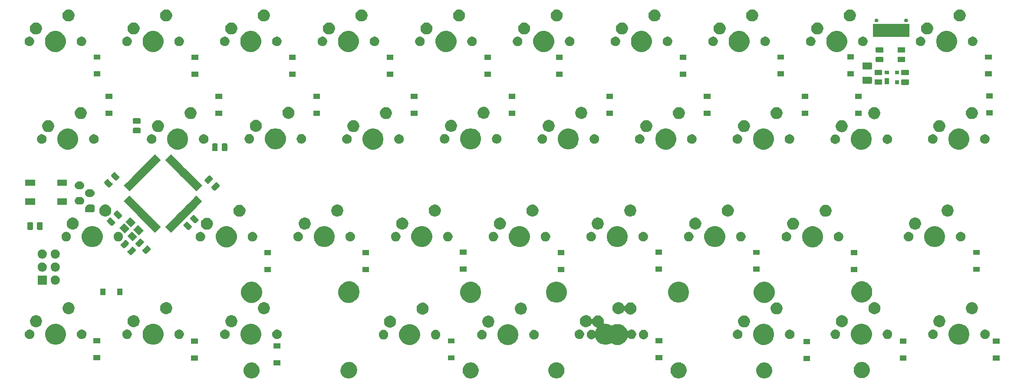
<source format=gbr>
G04 #@! TF.GenerationSoftware,KiCad,Pcbnew,(5.1.4-0-10_14)*
G04 #@! TF.CreationDate,2020-09-21T01:33:54-05:00*
G04 #@! TF.ProjectId,qaz_b,71617a5f-622e-46b6-9963-61645f706362,rev?*
G04 #@! TF.SameCoordinates,Original*
G04 #@! TF.FileFunction,Soldermask,Bot*
G04 #@! TF.FilePolarity,Negative*
%FSLAX46Y46*%
G04 Gerber Fmt 4.6, Leading zero omitted, Abs format (unit mm)*
G04 Created by KiCad (PCBNEW (5.1.4-0-10_14)) date 2020-09-21 01:33:54*
%MOMM*%
%LPD*%
G04 APERTURE LIST*
%ADD10C,0.100000*%
G04 APERTURE END LIST*
D10*
G36*
X183584311Y-124195526D02*
G01*
X183689874Y-124239252D01*
X183870941Y-124314252D01*
X183870942Y-124314253D01*
X184128904Y-124486617D01*
X184348283Y-124705996D01*
X184463453Y-124878361D01*
X184520648Y-124963959D01*
X184590196Y-125131863D01*
X184629019Y-125225589D01*
X184639374Y-125250590D01*
X184684982Y-125479875D01*
X184699900Y-125554876D01*
X184699900Y-125865124D01*
X184654293Y-126094410D01*
X184639374Y-126169410D01*
X184520648Y-126456041D01*
X184520647Y-126456042D01*
X184348283Y-126714004D01*
X184128904Y-126933383D01*
X183983188Y-127030747D01*
X183870941Y-127105748D01*
X183703037Y-127175296D01*
X183584311Y-127224474D01*
X183280025Y-127285000D01*
X182969775Y-127285000D01*
X182665489Y-127224474D01*
X182546763Y-127175296D01*
X182378859Y-127105748D01*
X182266612Y-127030747D01*
X182120896Y-126933383D01*
X181901517Y-126714004D01*
X181729153Y-126456042D01*
X181729152Y-126456041D01*
X181610426Y-126169410D01*
X181595508Y-126094410D01*
X181549900Y-125865124D01*
X181549900Y-125554876D01*
X181564819Y-125479875D01*
X181610426Y-125250590D01*
X181620782Y-125225589D01*
X181659604Y-125131863D01*
X181729152Y-124963959D01*
X181786347Y-124878361D01*
X181901517Y-124705996D01*
X182120896Y-124486617D01*
X182378858Y-124314253D01*
X182378859Y-124314252D01*
X182559926Y-124239252D01*
X182665489Y-124195526D01*
X182969775Y-124135000D01*
X183280025Y-124135000D01*
X183584311Y-124195526D01*
X183584311Y-124195526D01*
G37*
G36*
X126315661Y-124195526D02*
G01*
X126421224Y-124239252D01*
X126602291Y-124314252D01*
X126602292Y-124314253D01*
X126860254Y-124486617D01*
X127079633Y-124705996D01*
X127194803Y-124878361D01*
X127251998Y-124963959D01*
X127321546Y-125131863D01*
X127360369Y-125225589D01*
X127370724Y-125250590D01*
X127416332Y-125479875D01*
X127431250Y-125554876D01*
X127431250Y-125865124D01*
X127385643Y-126094410D01*
X127370724Y-126169410D01*
X127251998Y-126456041D01*
X127251997Y-126456042D01*
X127079633Y-126714004D01*
X126860254Y-126933383D01*
X126714538Y-127030747D01*
X126602291Y-127105748D01*
X126434387Y-127175296D01*
X126315661Y-127224474D01*
X126011375Y-127285000D01*
X125701125Y-127285000D01*
X125396839Y-127224474D01*
X125278113Y-127175296D01*
X125110209Y-127105748D01*
X124997962Y-127030747D01*
X124852246Y-126933383D01*
X124632867Y-126714004D01*
X124460503Y-126456042D01*
X124460502Y-126456041D01*
X124341776Y-126169410D01*
X124326858Y-126094410D01*
X124281250Y-125865124D01*
X124281250Y-125554876D01*
X124296169Y-125479875D01*
X124341776Y-125250590D01*
X124352132Y-125225589D01*
X124390954Y-125131863D01*
X124460502Y-124963959D01*
X124517697Y-124878361D01*
X124632867Y-124705996D01*
X124852246Y-124486617D01*
X125110208Y-124314253D01*
X125110209Y-124314252D01*
X125291276Y-124239252D01*
X125396839Y-124195526D01*
X125701125Y-124135000D01*
X126011375Y-124135000D01*
X126315661Y-124195526D01*
X126315661Y-124195526D01*
G37*
G36*
X102457367Y-124090263D02*
G01*
X102609511Y-124120526D01*
X102728237Y-124169704D01*
X102896141Y-124239252D01*
X102896142Y-124239253D01*
X103154104Y-124411617D01*
X103373483Y-124630996D01*
X103453667Y-124751000D01*
X103545848Y-124888959D01*
X103576913Y-124963958D01*
X103664574Y-125175589D01*
X103694837Y-125327733D01*
X103725100Y-125479875D01*
X103725100Y-125790125D01*
X103694837Y-125942267D01*
X103664574Y-126094411D01*
X103643863Y-126144411D01*
X103545848Y-126381041D01*
X103495734Y-126456042D01*
X103373483Y-126639004D01*
X103154104Y-126858383D01*
X103079273Y-126908383D01*
X103069861Y-126914672D01*
X103050925Y-126930212D01*
X103047754Y-126933383D01*
X102902038Y-127030747D01*
X102789791Y-127105748D01*
X102621887Y-127175296D01*
X102503161Y-127224474D01*
X102198875Y-127285000D01*
X101888625Y-127285000D01*
X101584339Y-127224474D01*
X101465613Y-127175296D01*
X101297709Y-127105748D01*
X101185462Y-127030747D01*
X101039746Y-126933383D01*
X100820367Y-126714004D01*
X100648003Y-126456042D01*
X100648002Y-126456041D01*
X100529276Y-126169410D01*
X100514358Y-126094410D01*
X100468750Y-125865124D01*
X100468750Y-125554876D01*
X100483669Y-125479875D01*
X100529276Y-125250590D01*
X100539632Y-125225589D01*
X100578454Y-125131863D01*
X100648002Y-124963959D01*
X100705197Y-124878361D01*
X100820367Y-124705996D01*
X101039746Y-124486617D01*
X101123990Y-124430327D01*
X101142925Y-124414788D01*
X101146096Y-124411617D01*
X101404058Y-124239253D01*
X101404059Y-124239252D01*
X101571963Y-124169704D01*
X101690689Y-124120526D01*
X101842833Y-124090263D01*
X101994975Y-124060000D01*
X102305225Y-124060000D01*
X102457367Y-124090263D01*
X102457367Y-124090263D01*
G37*
G36*
X83584511Y-124195526D02*
G01*
X83690074Y-124239252D01*
X83871141Y-124314252D01*
X83871142Y-124314253D01*
X84129104Y-124486617D01*
X84348483Y-124705996D01*
X84463653Y-124878361D01*
X84520848Y-124963959D01*
X84590396Y-125131863D01*
X84629219Y-125225589D01*
X84639574Y-125250590D01*
X84685182Y-125479875D01*
X84700100Y-125554876D01*
X84700100Y-125865124D01*
X84654493Y-126094410D01*
X84639574Y-126169410D01*
X84520848Y-126456041D01*
X84520847Y-126456042D01*
X84348483Y-126714004D01*
X84129104Y-126933383D01*
X83983388Y-127030747D01*
X83871141Y-127105748D01*
X83703237Y-127175296D01*
X83584511Y-127224474D01*
X83280225Y-127285000D01*
X82969975Y-127285000D01*
X82665689Y-127224474D01*
X82546963Y-127175296D01*
X82379059Y-127105748D01*
X82266812Y-127030747D01*
X82121096Y-126933383D01*
X81901717Y-126714004D01*
X81729353Y-126456042D01*
X81729352Y-126456041D01*
X81610626Y-126169410D01*
X81595708Y-126094410D01*
X81550100Y-125865124D01*
X81550100Y-125554876D01*
X81565019Y-125479875D01*
X81610626Y-125250590D01*
X81620982Y-125225589D01*
X81659804Y-125131863D01*
X81729352Y-124963959D01*
X81786547Y-124878361D01*
X81901717Y-124705996D01*
X82121096Y-124486617D01*
X82379058Y-124314253D01*
X82379059Y-124314252D01*
X82560126Y-124239252D01*
X82665689Y-124195526D01*
X82969975Y-124135000D01*
X83280225Y-124135000D01*
X83584511Y-124195526D01*
X83584511Y-124195526D01*
G37*
G36*
X166713517Y-124140263D02*
G01*
X166865661Y-124170526D01*
X166926016Y-124195526D01*
X167152291Y-124289252D01*
X167237889Y-124346447D01*
X167410254Y-124461617D01*
X167629633Y-124680996D01*
X167676408Y-124751000D01*
X167801998Y-124938959D01*
X167812353Y-124963959D01*
X167900014Y-125175590D01*
X167920724Y-125225590D01*
X167971305Y-125479876D01*
X167981250Y-125529876D01*
X167981250Y-125840124D01*
X167920724Y-126144411D01*
X167871546Y-126263137D01*
X167801998Y-126431041D01*
X167785293Y-126456042D01*
X167629633Y-126689004D01*
X167410254Y-126908383D01*
X167237889Y-127023553D01*
X167152291Y-127080748D01*
X167091935Y-127105748D01*
X166865661Y-127199474D01*
X166713517Y-127229737D01*
X166561375Y-127260000D01*
X166251125Y-127260000D01*
X166098983Y-127229737D01*
X165946839Y-127199474D01*
X165720565Y-127105748D01*
X165660209Y-127080748D01*
X165574611Y-127023553D01*
X165402246Y-126908383D01*
X165182867Y-126689004D01*
X165027207Y-126456042D01*
X165010502Y-126431041D01*
X164940954Y-126263137D01*
X164891776Y-126144411D01*
X164831250Y-125840124D01*
X164831250Y-125529876D01*
X164841196Y-125479876D01*
X164891776Y-125225590D01*
X164912487Y-125175590D01*
X165000147Y-124963959D01*
X165010502Y-124938959D01*
X165136092Y-124751000D01*
X165182867Y-124680996D01*
X165402246Y-124461617D01*
X165574611Y-124346447D01*
X165660209Y-124289252D01*
X165886484Y-124195526D01*
X165946839Y-124170526D01*
X166098983Y-124140263D01*
X166251125Y-124110000D01*
X166561375Y-124110000D01*
X166713517Y-124140263D01*
X166713517Y-124140263D01*
G37*
G36*
X142901017Y-124140263D02*
G01*
X143053161Y-124170526D01*
X143113516Y-124195526D01*
X143339791Y-124289252D01*
X143425389Y-124346447D01*
X143597754Y-124461617D01*
X143817133Y-124680996D01*
X143863908Y-124751000D01*
X143989498Y-124938959D01*
X143999853Y-124963959D01*
X144087514Y-125175590D01*
X144108224Y-125225590D01*
X144158805Y-125479876D01*
X144168750Y-125529876D01*
X144168750Y-125840124D01*
X144108224Y-126144411D01*
X144059046Y-126263137D01*
X143989498Y-126431041D01*
X143972793Y-126456042D01*
X143817133Y-126689004D01*
X143597754Y-126908383D01*
X143425389Y-127023553D01*
X143339791Y-127080748D01*
X143279435Y-127105748D01*
X143053161Y-127199474D01*
X142901017Y-127229737D01*
X142748875Y-127260000D01*
X142438625Y-127260000D01*
X142286483Y-127229737D01*
X142134339Y-127199474D01*
X141908065Y-127105748D01*
X141847709Y-127080748D01*
X141762111Y-127023553D01*
X141589746Y-126908383D01*
X141370367Y-126689004D01*
X141214707Y-126456042D01*
X141198002Y-126431041D01*
X141128454Y-126263137D01*
X141079276Y-126144411D01*
X141018750Y-125840124D01*
X141018750Y-125529876D01*
X141028696Y-125479876D01*
X141079276Y-125225590D01*
X141099987Y-125175590D01*
X141187647Y-124963959D01*
X141198002Y-124938959D01*
X141323592Y-124751000D01*
X141370367Y-124680996D01*
X141589746Y-124461617D01*
X141762111Y-124346447D01*
X141847709Y-124289252D01*
X142073984Y-124195526D01*
X142134339Y-124170526D01*
X142286483Y-124140263D01*
X142438625Y-124110000D01*
X142748875Y-124110000D01*
X142901017Y-124140263D01*
X142901017Y-124140263D01*
G37*
G36*
X202457167Y-124090263D02*
G01*
X202609311Y-124120526D01*
X202728037Y-124169704D01*
X202895941Y-124239252D01*
X202895942Y-124239253D01*
X203153904Y-124411617D01*
X203373283Y-124630996D01*
X203453467Y-124751000D01*
X203545648Y-124888959D01*
X203576713Y-124963958D01*
X203664374Y-125175589D01*
X203724900Y-125479875D01*
X203724900Y-125790125D01*
X203694637Y-125942267D01*
X203664374Y-126094411D01*
X203643663Y-126144411D01*
X203545648Y-126381041D01*
X203495534Y-126456042D01*
X203373283Y-126639004D01*
X203153904Y-126858383D01*
X203079073Y-126908383D01*
X202895941Y-127030748D01*
X202728037Y-127100296D01*
X202609311Y-127149474D01*
X202457167Y-127179737D01*
X202305025Y-127210000D01*
X201994775Y-127210000D01*
X201842633Y-127179737D01*
X201690489Y-127149474D01*
X201571763Y-127100296D01*
X201403859Y-127030748D01*
X201220727Y-126908383D01*
X201145896Y-126858383D01*
X200926517Y-126639004D01*
X200804266Y-126456042D01*
X200754152Y-126381041D01*
X200656137Y-126144411D01*
X200635426Y-126094411D01*
X200605163Y-125942267D01*
X200574900Y-125790125D01*
X200574900Y-125479875D01*
X200635426Y-125175589D01*
X200723087Y-124963958D01*
X200754152Y-124888959D01*
X200846333Y-124751000D01*
X200926517Y-124630996D01*
X201145896Y-124411617D01*
X201403858Y-124239253D01*
X201403859Y-124239252D01*
X201571763Y-124169704D01*
X201690489Y-124120526D01*
X201842633Y-124090263D01*
X201994775Y-124060000D01*
X202305025Y-124060000D01*
X202457167Y-124090263D01*
X202457167Y-124090263D01*
G37*
G36*
X88726000Y-124751000D02*
G01*
X87424000Y-124751000D01*
X87424000Y-123749000D01*
X88726000Y-123749000D01*
X88726000Y-124751000D01*
X88726000Y-124751000D01*
G37*
G36*
X192051000Y-123851000D02*
G01*
X190749000Y-123851000D01*
X190749000Y-122849000D01*
X192051000Y-122849000D01*
X192051000Y-123851000D01*
X192051000Y-123851000D01*
G37*
G36*
X229026000Y-123801000D02*
G01*
X227724000Y-123801000D01*
X227724000Y-122799000D01*
X229026000Y-122799000D01*
X229026000Y-123801000D01*
X229026000Y-123801000D01*
G37*
G36*
X210876000Y-123795000D02*
G01*
X209574000Y-123795000D01*
X209574000Y-122793000D01*
X210876000Y-122793000D01*
X210876000Y-123795000D01*
X210876000Y-123795000D01*
G37*
G36*
X72630720Y-123764520D02*
G01*
X71328720Y-123764520D01*
X71328720Y-122762520D01*
X72630720Y-122762520D01*
X72630720Y-123764520D01*
X72630720Y-123764520D01*
G37*
G36*
X122701000Y-123751000D02*
G01*
X121399000Y-123751000D01*
X121399000Y-122749000D01*
X122701000Y-122749000D01*
X122701000Y-123751000D01*
X122701000Y-123751000D01*
G37*
G36*
X163251000Y-123726000D02*
G01*
X161949000Y-123726000D01*
X161949000Y-122724000D01*
X163251000Y-122724000D01*
X163251000Y-123726000D01*
X163251000Y-123726000D01*
G37*
G36*
X53603880Y-123719200D02*
G01*
X52301880Y-123719200D01*
X52301880Y-122717200D01*
X53603880Y-122717200D01*
X53603880Y-123719200D01*
X53603880Y-123719200D01*
G37*
G36*
X88726000Y-121451000D02*
G01*
X87424000Y-121451000D01*
X87424000Y-120449000D01*
X88726000Y-120449000D01*
X88726000Y-121451000D01*
X88726000Y-121451000D01*
G37*
G36*
X133721474Y-116758684D02*
G01*
X133912556Y-116837833D01*
X134093623Y-116912833D01*
X134428548Y-117136623D01*
X134713377Y-117421452D01*
X134937167Y-117756377D01*
X134969562Y-117834586D01*
X135091316Y-118128526D01*
X135169900Y-118523594D01*
X135169900Y-118926406D01*
X135091316Y-119321474D01*
X135040451Y-119444272D01*
X134937167Y-119693623D01*
X134713377Y-120028548D01*
X134428548Y-120313377D01*
X134093623Y-120537167D01*
X133939474Y-120601017D01*
X133721474Y-120691316D01*
X133326406Y-120769900D01*
X132923594Y-120769900D01*
X132528526Y-120691316D01*
X132310526Y-120601017D01*
X132156377Y-120537167D01*
X131821452Y-120313377D01*
X131536623Y-120028548D01*
X131312833Y-119693623D01*
X131209549Y-119444272D01*
X131158684Y-119321474D01*
X131080100Y-118926406D01*
X131080100Y-118523594D01*
X131158684Y-118128526D01*
X131280438Y-117834586D01*
X131312833Y-117756377D01*
X131536623Y-117421452D01*
X131821452Y-117136623D01*
X132156377Y-116912833D01*
X132337444Y-116837833D01*
X132528526Y-116758684D01*
X132923594Y-116680100D01*
X133326406Y-116680100D01*
X133721474Y-116758684D01*
X133721474Y-116758684D01*
G37*
G36*
X114546474Y-116758684D02*
G01*
X114737556Y-116837833D01*
X114918623Y-116912833D01*
X115253548Y-117136623D01*
X115538377Y-117421452D01*
X115762167Y-117756377D01*
X115794562Y-117834586D01*
X115916316Y-118128526D01*
X115994900Y-118523594D01*
X115994900Y-118926406D01*
X115916316Y-119321474D01*
X115865451Y-119444272D01*
X115762167Y-119693623D01*
X115538377Y-120028548D01*
X115253548Y-120313377D01*
X114918623Y-120537167D01*
X114764474Y-120601017D01*
X114546474Y-120691316D01*
X114151406Y-120769900D01*
X113748594Y-120769900D01*
X113353526Y-120691316D01*
X113135526Y-120601017D01*
X112981377Y-120537167D01*
X112646452Y-120313377D01*
X112361623Y-120028548D01*
X112137833Y-119693623D01*
X112034549Y-119444272D01*
X111983684Y-119321474D01*
X111905100Y-118926406D01*
X111905100Y-118523594D01*
X111983684Y-118128526D01*
X112105438Y-117834586D01*
X112137833Y-117756377D01*
X112361623Y-117421452D01*
X112646452Y-117136623D01*
X112981377Y-116912833D01*
X113162444Y-116837833D01*
X113353526Y-116758684D01*
X113748594Y-116680100D01*
X114151406Y-116680100D01*
X114546474Y-116758684D01*
X114546474Y-116758684D01*
G37*
G36*
X148531560Y-114949064D02*
G01*
X148683027Y-114979193D01*
X148897045Y-115067842D01*
X148961249Y-115110742D01*
X149089654Y-115196539D01*
X149253461Y-115360346D01*
X149303573Y-115435344D01*
X149382158Y-115552955D01*
X149409874Y-115619868D01*
X149421422Y-115641473D01*
X149436967Y-115660415D01*
X149455909Y-115675961D01*
X149477519Y-115687512D01*
X149500968Y-115694625D01*
X149525354Y-115697027D01*
X149549740Y-115694625D01*
X149573189Y-115687512D01*
X149594800Y-115675961D01*
X149613742Y-115660416D01*
X149629288Y-115641474D01*
X149640835Y-115619872D01*
X149647842Y-115602955D01*
X149759836Y-115435344D01*
X149776539Y-115410346D01*
X149940346Y-115246539D01*
X150068751Y-115160742D01*
X150132955Y-115117842D01*
X150346973Y-115029193D01*
X150498440Y-114999064D01*
X150574173Y-114984000D01*
X150805827Y-114984000D01*
X150881560Y-114999064D01*
X151033027Y-115029193D01*
X151247045Y-115117842D01*
X151311249Y-115160742D01*
X151439654Y-115246539D01*
X151603461Y-115410346D01*
X151620164Y-115435344D01*
X151732158Y-115602955D01*
X151820807Y-115816973D01*
X151825780Y-115841975D01*
X151866000Y-116044173D01*
X151866000Y-116275827D01*
X151830218Y-116455715D01*
X151827816Y-116480101D01*
X151830218Y-116504487D01*
X151837331Y-116527936D01*
X151848882Y-116549547D01*
X151864427Y-116568489D01*
X151883369Y-116584034D01*
X151904980Y-116595585D01*
X151928429Y-116602698D01*
X151952815Y-116605100D01*
X152351406Y-116605100D01*
X152746474Y-116683684D01*
X152927542Y-116758685D01*
X153118623Y-116837833D01*
X153292973Y-116954330D01*
X153314580Y-116965879D01*
X153338029Y-116972992D01*
X153362415Y-116975394D01*
X153386801Y-116972992D01*
X153410250Y-116965879D01*
X153431858Y-116954330D01*
X153531377Y-116887833D01*
X153685526Y-116823983D01*
X153903526Y-116733684D01*
X154298594Y-116655100D01*
X154701406Y-116655100D01*
X155096474Y-116733684D01*
X155314474Y-116823983D01*
X155468623Y-116887833D01*
X155803548Y-117111623D01*
X156088377Y-117396452D01*
X156312167Y-117731377D01*
X156394740Y-117930728D01*
X156394900Y-117931114D01*
X156406451Y-117952725D01*
X156421996Y-117971666D01*
X156440938Y-117987212D01*
X156462549Y-117998763D01*
X156485998Y-118005876D01*
X156510384Y-118008278D01*
X156534770Y-118005876D01*
X156558219Y-117998763D01*
X156579830Y-117987212D01*
X156598761Y-117971676D01*
X156639709Y-117930728D01*
X156791374Y-117829389D01*
X156959896Y-117759585D01*
X157138797Y-117724000D01*
X157321203Y-117724000D01*
X157500104Y-117759585D01*
X157668626Y-117829389D01*
X157820291Y-117930728D01*
X157949272Y-118059709D01*
X158050611Y-118211374D01*
X158120415Y-118379896D01*
X158156000Y-118558797D01*
X158156000Y-118741203D01*
X158120415Y-118920104D01*
X158050611Y-119088626D01*
X157949272Y-119240291D01*
X157820291Y-119369272D01*
X157668626Y-119470611D01*
X157500104Y-119540415D01*
X157321203Y-119576000D01*
X157138797Y-119576000D01*
X156959896Y-119540415D01*
X156791374Y-119470611D01*
X156639709Y-119369272D01*
X156628051Y-119357614D01*
X156609120Y-119342078D01*
X156587509Y-119330527D01*
X156564060Y-119323414D01*
X156539674Y-119321012D01*
X156515288Y-119323414D01*
X156491839Y-119330527D01*
X156470228Y-119342078D01*
X156451286Y-119357623D01*
X156435741Y-119376565D01*
X156424190Y-119398176D01*
X156394186Y-119470611D01*
X156312167Y-119668623D01*
X156088377Y-120003548D01*
X155803548Y-120288377D01*
X155468623Y-120512167D01*
X155408267Y-120537167D01*
X155096474Y-120666316D01*
X154701406Y-120744900D01*
X154298594Y-120744900D01*
X153903526Y-120666316D01*
X153591733Y-120537167D01*
X153531377Y-120512167D01*
X153357027Y-120395670D01*
X153335420Y-120384121D01*
X153311971Y-120377008D01*
X153287585Y-120374606D01*
X153263199Y-120377008D01*
X153239750Y-120384121D01*
X153218142Y-120395670D01*
X153118623Y-120462167D01*
X153024871Y-120501000D01*
X152746474Y-120616316D01*
X152351406Y-120694900D01*
X151948594Y-120694900D01*
X151553526Y-120616316D01*
X151275129Y-120501000D01*
X151181377Y-120462167D01*
X150846452Y-120238377D01*
X150561623Y-119953548D01*
X150337833Y-119618623D01*
X150255098Y-119418883D01*
X150243549Y-119397275D01*
X150228004Y-119378334D01*
X150209062Y-119362788D01*
X150187451Y-119351237D01*
X150164002Y-119344124D01*
X150139616Y-119341722D01*
X150115230Y-119344124D01*
X150091781Y-119351237D01*
X150070170Y-119362788D01*
X150051239Y-119378324D01*
X150010291Y-119419272D01*
X149858626Y-119520611D01*
X149690104Y-119590415D01*
X149511203Y-119626000D01*
X149328797Y-119626000D01*
X149149896Y-119590415D01*
X148981374Y-119520611D01*
X148829709Y-119419272D01*
X148700728Y-119290291D01*
X148599389Y-119138626D01*
X148529585Y-118970104D01*
X148494000Y-118791203D01*
X148494000Y-118608797D01*
X148529585Y-118429896D01*
X148599389Y-118261374D01*
X148700728Y-118109709D01*
X148829709Y-117980728D01*
X148981374Y-117879389D01*
X149149896Y-117809585D01*
X149328797Y-117774000D01*
X149511203Y-117774000D01*
X149690104Y-117809585D01*
X149858626Y-117879389D01*
X150010291Y-117980728D01*
X150021949Y-117992386D01*
X150040880Y-118007922D01*
X150062491Y-118019473D01*
X150085940Y-118026586D01*
X150110326Y-118028988D01*
X150134712Y-118026586D01*
X150158161Y-118019473D01*
X150179772Y-118007922D01*
X150198714Y-117992377D01*
X150214259Y-117973435D01*
X150225810Y-117951824D01*
X150297240Y-117779378D01*
X150337833Y-117681377D01*
X150465327Y-117490569D01*
X150476878Y-117468958D01*
X150483991Y-117445509D01*
X150486393Y-117421123D01*
X150483991Y-117396737D01*
X150476878Y-117373288D01*
X150465327Y-117351677D01*
X150449782Y-117332735D01*
X150430840Y-117317190D01*
X150409229Y-117305639D01*
X150385782Y-117298527D01*
X150346973Y-117290807D01*
X150132955Y-117202158D01*
X149997460Y-117111623D01*
X149940346Y-117073461D01*
X149776539Y-116909654D01*
X149647842Y-116717045D01*
X149634024Y-116683685D01*
X149620126Y-116650132D01*
X149608578Y-116628527D01*
X149593033Y-116609585D01*
X149574091Y-116594039D01*
X149552481Y-116582488D01*
X149529032Y-116575375D01*
X149504646Y-116572973D01*
X149480260Y-116575375D01*
X149456811Y-116582488D01*
X149435200Y-116594039D01*
X149416258Y-116609584D01*
X149400712Y-116628526D01*
X149389165Y-116650128D01*
X149382158Y-116667045D01*
X149354335Y-116708685D01*
X149253461Y-116859654D01*
X149089654Y-117023461D01*
X149032540Y-117061623D01*
X148897045Y-117152158D01*
X148683027Y-117240807D01*
X148557343Y-117265807D01*
X148455827Y-117286000D01*
X148224173Y-117286000D01*
X148122657Y-117265807D01*
X147996973Y-117240807D01*
X147782955Y-117152158D01*
X147647460Y-117061623D01*
X147590346Y-117023461D01*
X147426539Y-116859654D01*
X147325665Y-116708685D01*
X147297842Y-116667045D01*
X147209193Y-116453027D01*
X147164000Y-116225826D01*
X147164000Y-115994174D01*
X147209193Y-115766973D01*
X147297842Y-115552955D01*
X147376427Y-115435344D01*
X147426539Y-115360346D01*
X147590346Y-115196539D01*
X147718751Y-115110742D01*
X147782955Y-115067842D01*
X147996973Y-114979193D01*
X148148440Y-114949064D01*
X148224173Y-114934000D01*
X148455827Y-114934000D01*
X148531560Y-114949064D01*
X148531560Y-114949064D01*
G37*
G36*
X183596474Y-116708684D02*
G01*
X183814474Y-116798983D01*
X183968623Y-116862833D01*
X184303548Y-117086623D01*
X184588377Y-117371452D01*
X184812167Y-117706377D01*
X184854917Y-117809585D01*
X184966316Y-118078526D01*
X185044900Y-118473594D01*
X185044900Y-118876406D01*
X184966316Y-119271474D01*
X184892782Y-119449000D01*
X184812167Y-119643623D01*
X184588377Y-119978548D01*
X184303548Y-120263377D01*
X183968623Y-120487167D01*
X183908267Y-120512167D01*
X183596474Y-120641316D01*
X183201406Y-120719900D01*
X182798594Y-120719900D01*
X182403526Y-120641316D01*
X182091733Y-120512167D01*
X182031377Y-120487167D01*
X181696452Y-120263377D01*
X181411623Y-119978548D01*
X181187833Y-119643623D01*
X181107218Y-119449000D01*
X181033684Y-119271474D01*
X180955100Y-118876406D01*
X180955100Y-118473594D01*
X181033684Y-118078526D01*
X181145083Y-117809585D01*
X181187833Y-117706377D01*
X181411623Y-117371452D01*
X181696452Y-117086623D01*
X182031377Y-116862833D01*
X182185526Y-116798983D01*
X182403526Y-116708684D01*
X182798594Y-116630100D01*
X183201406Y-116630100D01*
X183596474Y-116708684D01*
X183596474Y-116708684D01*
G37*
G36*
X83596474Y-116683684D02*
G01*
X83777542Y-116758685D01*
X83968623Y-116837833D01*
X84303548Y-117061623D01*
X84588377Y-117346452D01*
X84812167Y-117681377D01*
X84854917Y-117784585D01*
X84966316Y-118053526D01*
X85044900Y-118448594D01*
X85044900Y-118851406D01*
X84966316Y-119246474D01*
X84892782Y-119424000D01*
X84812167Y-119618623D01*
X84588377Y-119953548D01*
X84303548Y-120238377D01*
X83968623Y-120462167D01*
X83874871Y-120501000D01*
X83596474Y-120616316D01*
X83201406Y-120694900D01*
X82798594Y-120694900D01*
X82403526Y-120616316D01*
X82125129Y-120501000D01*
X82031377Y-120462167D01*
X81696452Y-120238377D01*
X81411623Y-119953548D01*
X81187833Y-119618623D01*
X81107218Y-119424000D01*
X81033684Y-119246474D01*
X80955100Y-118851406D01*
X80955100Y-118448594D01*
X81033684Y-118053526D01*
X81145083Y-117784585D01*
X81187833Y-117681377D01*
X81411623Y-117346452D01*
X81696452Y-117061623D01*
X82031377Y-116837833D01*
X82222458Y-116758685D01*
X82403526Y-116683684D01*
X82798594Y-116605100D01*
X83201406Y-116605100D01*
X83596474Y-116683684D01*
X83596474Y-116683684D01*
G37*
G36*
X202671474Y-116683684D02*
G01*
X202852542Y-116758685D01*
X203043623Y-116837833D01*
X203378548Y-117061623D01*
X203663377Y-117346452D01*
X203887167Y-117681377D01*
X203929917Y-117784585D01*
X204041316Y-118053526D01*
X204119900Y-118448594D01*
X204119900Y-118851406D01*
X204041316Y-119246474D01*
X203967782Y-119424000D01*
X203887167Y-119618623D01*
X203663377Y-119953548D01*
X203378548Y-120238377D01*
X203043623Y-120462167D01*
X202949871Y-120501000D01*
X202671474Y-120616316D01*
X202276406Y-120694900D01*
X201873594Y-120694900D01*
X201478526Y-120616316D01*
X201200129Y-120501000D01*
X201106377Y-120462167D01*
X200771452Y-120238377D01*
X200486623Y-119953548D01*
X200262833Y-119618623D01*
X200182218Y-119424000D01*
X200108684Y-119246474D01*
X200030100Y-118851406D01*
X200030100Y-118448594D01*
X200108684Y-118053526D01*
X200220083Y-117784585D01*
X200262833Y-117681377D01*
X200486623Y-117346452D01*
X200771452Y-117061623D01*
X201106377Y-116837833D01*
X201297458Y-116758685D01*
X201478526Y-116683684D01*
X201873594Y-116605100D01*
X202276406Y-116605100D01*
X202671474Y-116683684D01*
X202671474Y-116683684D01*
G37*
G36*
X45496474Y-116683684D02*
G01*
X45677542Y-116758685D01*
X45868623Y-116837833D01*
X46203548Y-117061623D01*
X46488377Y-117346452D01*
X46712167Y-117681377D01*
X46754917Y-117784585D01*
X46866316Y-118053526D01*
X46944900Y-118448594D01*
X46944900Y-118851406D01*
X46866316Y-119246474D01*
X46792782Y-119424000D01*
X46712167Y-119618623D01*
X46488377Y-119953548D01*
X46203548Y-120238377D01*
X45868623Y-120462167D01*
X45774871Y-120501000D01*
X45496474Y-120616316D01*
X45101406Y-120694900D01*
X44698594Y-120694900D01*
X44303526Y-120616316D01*
X44025129Y-120501000D01*
X43931377Y-120462167D01*
X43596452Y-120238377D01*
X43311623Y-119953548D01*
X43087833Y-119618623D01*
X43007218Y-119424000D01*
X42933684Y-119246474D01*
X42855100Y-118851406D01*
X42855100Y-118448594D01*
X42933684Y-118053526D01*
X43045083Y-117784585D01*
X43087833Y-117681377D01*
X43311623Y-117346452D01*
X43596452Y-117061623D01*
X43931377Y-116837833D01*
X44122458Y-116758685D01*
X44303526Y-116683684D01*
X44698594Y-116605100D01*
X45101406Y-116605100D01*
X45496474Y-116683684D01*
X45496474Y-116683684D01*
G37*
G36*
X221696474Y-116683684D02*
G01*
X221877542Y-116758685D01*
X222068623Y-116837833D01*
X222403548Y-117061623D01*
X222688377Y-117346452D01*
X222912167Y-117681377D01*
X222954917Y-117784585D01*
X223066316Y-118053526D01*
X223144900Y-118448594D01*
X223144900Y-118851406D01*
X223066316Y-119246474D01*
X222992782Y-119424000D01*
X222912167Y-119618623D01*
X222688377Y-119953548D01*
X222403548Y-120238377D01*
X222068623Y-120462167D01*
X221974871Y-120501000D01*
X221696474Y-120616316D01*
X221301406Y-120694900D01*
X220898594Y-120694900D01*
X220503526Y-120616316D01*
X220225129Y-120501000D01*
X220131377Y-120462167D01*
X219796452Y-120238377D01*
X219511623Y-119953548D01*
X219287833Y-119618623D01*
X219207218Y-119424000D01*
X219133684Y-119246474D01*
X219055100Y-118851406D01*
X219055100Y-118448594D01*
X219133684Y-118053526D01*
X219245083Y-117784585D01*
X219287833Y-117681377D01*
X219511623Y-117346452D01*
X219796452Y-117061623D01*
X220131377Y-116837833D01*
X220322458Y-116758685D01*
X220503526Y-116683684D01*
X220898594Y-116605100D01*
X221301406Y-116605100D01*
X221696474Y-116683684D01*
X221696474Y-116683684D01*
G37*
G36*
X64521474Y-116683684D02*
G01*
X64702542Y-116758685D01*
X64893623Y-116837833D01*
X65228548Y-117061623D01*
X65513377Y-117346452D01*
X65737167Y-117681377D01*
X65779917Y-117784585D01*
X65891316Y-118053526D01*
X65969900Y-118448594D01*
X65969900Y-118851406D01*
X65891316Y-119246474D01*
X65817782Y-119424000D01*
X65737167Y-119618623D01*
X65513377Y-119953548D01*
X65228548Y-120238377D01*
X64893623Y-120462167D01*
X64799871Y-120501000D01*
X64521474Y-120616316D01*
X64126406Y-120694900D01*
X63723594Y-120694900D01*
X63328526Y-120616316D01*
X63050129Y-120501000D01*
X62956377Y-120462167D01*
X62621452Y-120238377D01*
X62336623Y-119953548D01*
X62112833Y-119618623D01*
X62032218Y-119424000D01*
X61958684Y-119246474D01*
X61880100Y-118851406D01*
X61880100Y-118448594D01*
X61958684Y-118053526D01*
X62070083Y-117784585D01*
X62112833Y-117681377D01*
X62336623Y-117346452D01*
X62621452Y-117061623D01*
X62956377Y-116837833D01*
X63147458Y-116758685D01*
X63328526Y-116683684D01*
X63723594Y-116605100D01*
X64126406Y-116605100D01*
X64521474Y-116683684D01*
X64521474Y-116683684D01*
G37*
G36*
X192051000Y-120551000D02*
G01*
X190749000Y-120551000D01*
X190749000Y-119549000D01*
X192051000Y-119549000D01*
X192051000Y-120551000D01*
X192051000Y-120551000D01*
G37*
G36*
X229026000Y-120501000D02*
G01*
X227724000Y-120501000D01*
X227724000Y-119499000D01*
X229026000Y-119499000D01*
X229026000Y-120501000D01*
X229026000Y-120501000D01*
G37*
G36*
X210876000Y-120495000D02*
G01*
X209574000Y-120495000D01*
X209574000Y-119493000D01*
X210876000Y-119493000D01*
X210876000Y-120495000D01*
X210876000Y-120495000D01*
G37*
G36*
X72630720Y-120464520D02*
G01*
X71328720Y-120464520D01*
X71328720Y-119462520D01*
X72630720Y-119462520D01*
X72630720Y-120464520D01*
X72630720Y-120464520D01*
G37*
G36*
X122701000Y-120451000D02*
G01*
X121399000Y-120451000D01*
X121399000Y-119449000D01*
X122701000Y-119449000D01*
X122701000Y-120451000D01*
X122701000Y-120451000D01*
G37*
G36*
X163251000Y-120426000D02*
G01*
X161949000Y-120426000D01*
X161949000Y-119424000D01*
X163251000Y-119424000D01*
X163251000Y-120426000D01*
X163251000Y-120426000D01*
G37*
G36*
X53603880Y-120419200D02*
G01*
X52301880Y-120419200D01*
X52301880Y-119417200D01*
X53603880Y-119417200D01*
X53603880Y-120419200D01*
X53603880Y-120419200D01*
G37*
G36*
X128315104Y-117834585D02*
G01*
X128483626Y-117904389D01*
X128635291Y-118005728D01*
X128764272Y-118134709D01*
X128865611Y-118286374D01*
X128935415Y-118454896D01*
X128971000Y-118633797D01*
X128971000Y-118816203D01*
X128935415Y-118995104D01*
X128865611Y-119163626D01*
X128764272Y-119315291D01*
X128635291Y-119444272D01*
X128483626Y-119545611D01*
X128315104Y-119615415D01*
X128136203Y-119651000D01*
X127953797Y-119651000D01*
X127774896Y-119615415D01*
X127606374Y-119545611D01*
X127454709Y-119444272D01*
X127325728Y-119315291D01*
X127224389Y-119163626D01*
X127154585Y-118995104D01*
X127119000Y-118816203D01*
X127119000Y-118633797D01*
X127154585Y-118454896D01*
X127224389Y-118286374D01*
X127325728Y-118134709D01*
X127454709Y-118005728D01*
X127606374Y-117904389D01*
X127774896Y-117834585D01*
X127953797Y-117799000D01*
X128136203Y-117799000D01*
X128315104Y-117834585D01*
X128315104Y-117834585D01*
G37*
G36*
X119300104Y-117834585D02*
G01*
X119468626Y-117904389D01*
X119620291Y-118005728D01*
X119749272Y-118134709D01*
X119850611Y-118286374D01*
X119920415Y-118454896D01*
X119956000Y-118633797D01*
X119956000Y-118816203D01*
X119920415Y-118995104D01*
X119850611Y-119163626D01*
X119749272Y-119315291D01*
X119620291Y-119444272D01*
X119468626Y-119545611D01*
X119300104Y-119615415D01*
X119121203Y-119651000D01*
X118938797Y-119651000D01*
X118759896Y-119615415D01*
X118591374Y-119545611D01*
X118439709Y-119444272D01*
X118310728Y-119315291D01*
X118209389Y-119163626D01*
X118139585Y-118995104D01*
X118104000Y-118816203D01*
X118104000Y-118633797D01*
X118139585Y-118454896D01*
X118209389Y-118286374D01*
X118310728Y-118134709D01*
X118439709Y-118005728D01*
X118591374Y-117904389D01*
X118759896Y-117834585D01*
X118938797Y-117799000D01*
X119121203Y-117799000D01*
X119300104Y-117834585D01*
X119300104Y-117834585D01*
G37*
G36*
X109140104Y-117834585D02*
G01*
X109308626Y-117904389D01*
X109460291Y-118005728D01*
X109589272Y-118134709D01*
X109690611Y-118286374D01*
X109760415Y-118454896D01*
X109796000Y-118633797D01*
X109796000Y-118816203D01*
X109760415Y-118995104D01*
X109690611Y-119163626D01*
X109589272Y-119315291D01*
X109460291Y-119444272D01*
X109308626Y-119545611D01*
X109140104Y-119615415D01*
X108961203Y-119651000D01*
X108778797Y-119651000D01*
X108599896Y-119615415D01*
X108431374Y-119545611D01*
X108279709Y-119444272D01*
X108150728Y-119315291D01*
X108049389Y-119163626D01*
X107979585Y-118995104D01*
X107944000Y-118816203D01*
X107944000Y-118633797D01*
X107979585Y-118454896D01*
X108049389Y-118286374D01*
X108150728Y-118134709D01*
X108279709Y-118005728D01*
X108431374Y-117904389D01*
X108599896Y-117834585D01*
X108778797Y-117799000D01*
X108961203Y-117799000D01*
X109140104Y-117834585D01*
X109140104Y-117834585D01*
G37*
G36*
X138475104Y-117834585D02*
G01*
X138643626Y-117904389D01*
X138795291Y-118005728D01*
X138924272Y-118134709D01*
X139025611Y-118286374D01*
X139095415Y-118454896D01*
X139131000Y-118633797D01*
X139131000Y-118816203D01*
X139095415Y-118995104D01*
X139025611Y-119163626D01*
X138924272Y-119315291D01*
X138795291Y-119444272D01*
X138643626Y-119545611D01*
X138475104Y-119615415D01*
X138296203Y-119651000D01*
X138113797Y-119651000D01*
X137934896Y-119615415D01*
X137766374Y-119545611D01*
X137614709Y-119444272D01*
X137485728Y-119315291D01*
X137384389Y-119163626D01*
X137314585Y-118995104D01*
X137279000Y-118816203D01*
X137279000Y-118633797D01*
X137314585Y-118454896D01*
X137384389Y-118286374D01*
X137485728Y-118134709D01*
X137614709Y-118005728D01*
X137766374Y-117904389D01*
X137934896Y-117834585D01*
X138113797Y-117799000D01*
X138296203Y-117799000D01*
X138475104Y-117834585D01*
X138475104Y-117834585D01*
G37*
G36*
X159850104Y-117809585D02*
G01*
X160018626Y-117879389D01*
X160170291Y-117980728D01*
X160299272Y-118109709D01*
X160400611Y-118261374D01*
X160470415Y-118429896D01*
X160506000Y-118608797D01*
X160506000Y-118791203D01*
X160470415Y-118970104D01*
X160400611Y-119138626D01*
X160299272Y-119290291D01*
X160170291Y-119419272D01*
X160018626Y-119520611D01*
X159850104Y-119590415D01*
X159671203Y-119626000D01*
X159488797Y-119626000D01*
X159309896Y-119590415D01*
X159141374Y-119520611D01*
X158989709Y-119419272D01*
X158860728Y-119290291D01*
X158759389Y-119138626D01*
X158689585Y-118970104D01*
X158654000Y-118791203D01*
X158654000Y-118608797D01*
X158689585Y-118429896D01*
X158759389Y-118261374D01*
X158860728Y-118109709D01*
X158989709Y-117980728D01*
X159141374Y-117879389D01*
X159309896Y-117809585D01*
X159488797Y-117774000D01*
X159671203Y-117774000D01*
X159850104Y-117809585D01*
X159850104Y-117809585D01*
G37*
G36*
X188350104Y-117784585D02*
G01*
X188518626Y-117854389D01*
X188670291Y-117955728D01*
X188799272Y-118084709D01*
X188900611Y-118236374D01*
X188970415Y-118404896D01*
X189006000Y-118583797D01*
X189006000Y-118766203D01*
X188970415Y-118945104D01*
X188900611Y-119113626D01*
X188799272Y-119265291D01*
X188670291Y-119394272D01*
X188518626Y-119495611D01*
X188350104Y-119565415D01*
X188171203Y-119601000D01*
X187988797Y-119601000D01*
X187809896Y-119565415D01*
X187641374Y-119495611D01*
X187489709Y-119394272D01*
X187360728Y-119265291D01*
X187259389Y-119113626D01*
X187189585Y-118945104D01*
X187154000Y-118766203D01*
X187154000Y-118583797D01*
X187189585Y-118404896D01*
X187259389Y-118236374D01*
X187360728Y-118084709D01*
X187489709Y-117955728D01*
X187641374Y-117854389D01*
X187809896Y-117784585D01*
X187988797Y-117749000D01*
X188171203Y-117749000D01*
X188350104Y-117784585D01*
X188350104Y-117784585D01*
G37*
G36*
X178190104Y-117784585D02*
G01*
X178358626Y-117854389D01*
X178510291Y-117955728D01*
X178639272Y-118084709D01*
X178740611Y-118236374D01*
X178810415Y-118404896D01*
X178846000Y-118583797D01*
X178846000Y-118766203D01*
X178810415Y-118945104D01*
X178740611Y-119113626D01*
X178639272Y-119265291D01*
X178510291Y-119394272D01*
X178358626Y-119495611D01*
X178190104Y-119565415D01*
X178011203Y-119601000D01*
X177828797Y-119601000D01*
X177649896Y-119565415D01*
X177481374Y-119495611D01*
X177329709Y-119394272D01*
X177200728Y-119265291D01*
X177099389Y-119113626D01*
X177029585Y-118945104D01*
X176994000Y-118766203D01*
X176994000Y-118583797D01*
X177029585Y-118404896D01*
X177099389Y-118236374D01*
X177200728Y-118084709D01*
X177329709Y-117955728D01*
X177481374Y-117854389D01*
X177649896Y-117784585D01*
X177828797Y-117749000D01*
X178011203Y-117749000D01*
X178190104Y-117784585D01*
X178190104Y-117784585D01*
G37*
G36*
X69275104Y-117759585D02*
G01*
X69443626Y-117829389D01*
X69595291Y-117930728D01*
X69724272Y-118059709D01*
X69825611Y-118211374D01*
X69895415Y-118379896D01*
X69931000Y-118558797D01*
X69931000Y-118741203D01*
X69895415Y-118920104D01*
X69825611Y-119088626D01*
X69724272Y-119240291D01*
X69595291Y-119369272D01*
X69443626Y-119470611D01*
X69275104Y-119540415D01*
X69096203Y-119576000D01*
X68913797Y-119576000D01*
X68734896Y-119540415D01*
X68566374Y-119470611D01*
X68414709Y-119369272D01*
X68285728Y-119240291D01*
X68184389Y-119088626D01*
X68114585Y-118920104D01*
X68079000Y-118741203D01*
X68079000Y-118558797D01*
X68114585Y-118379896D01*
X68184389Y-118211374D01*
X68285728Y-118059709D01*
X68414709Y-117930728D01*
X68566374Y-117829389D01*
X68734896Y-117759585D01*
X68913797Y-117724000D01*
X69096203Y-117724000D01*
X69275104Y-117759585D01*
X69275104Y-117759585D01*
G37*
G36*
X78190104Y-117759585D02*
G01*
X78358626Y-117829389D01*
X78510291Y-117930728D01*
X78639272Y-118059709D01*
X78740611Y-118211374D01*
X78810415Y-118379896D01*
X78846000Y-118558797D01*
X78846000Y-118741203D01*
X78810415Y-118920104D01*
X78740611Y-119088626D01*
X78639272Y-119240291D01*
X78510291Y-119369272D01*
X78358626Y-119470611D01*
X78190104Y-119540415D01*
X78011203Y-119576000D01*
X77828797Y-119576000D01*
X77649896Y-119540415D01*
X77481374Y-119470611D01*
X77329709Y-119369272D01*
X77200728Y-119240291D01*
X77099389Y-119088626D01*
X77029585Y-118920104D01*
X76994000Y-118741203D01*
X76994000Y-118558797D01*
X77029585Y-118379896D01*
X77099389Y-118211374D01*
X77200728Y-118059709D01*
X77329709Y-117930728D01*
X77481374Y-117829389D01*
X77649896Y-117759585D01*
X77828797Y-117724000D01*
X78011203Y-117724000D01*
X78190104Y-117759585D01*
X78190104Y-117759585D01*
G37*
G36*
X216290104Y-117759585D02*
G01*
X216458626Y-117829389D01*
X216610291Y-117930728D01*
X216739272Y-118059709D01*
X216840611Y-118211374D01*
X216910415Y-118379896D01*
X216946000Y-118558797D01*
X216946000Y-118741203D01*
X216910415Y-118920104D01*
X216840611Y-119088626D01*
X216739272Y-119240291D01*
X216610291Y-119369272D01*
X216458626Y-119470611D01*
X216290104Y-119540415D01*
X216111203Y-119576000D01*
X215928797Y-119576000D01*
X215749896Y-119540415D01*
X215581374Y-119470611D01*
X215429709Y-119369272D01*
X215300728Y-119240291D01*
X215199389Y-119088626D01*
X215129585Y-118920104D01*
X215094000Y-118741203D01*
X215094000Y-118558797D01*
X215129585Y-118379896D01*
X215199389Y-118211374D01*
X215300728Y-118059709D01*
X215429709Y-117930728D01*
X215581374Y-117829389D01*
X215749896Y-117759585D01*
X215928797Y-117724000D01*
X216111203Y-117724000D01*
X216290104Y-117759585D01*
X216290104Y-117759585D01*
G37*
G36*
X88350104Y-117759585D02*
G01*
X88518626Y-117829389D01*
X88670291Y-117930728D01*
X88799272Y-118059709D01*
X88900611Y-118211374D01*
X88970415Y-118379896D01*
X89006000Y-118558797D01*
X89006000Y-118741203D01*
X88970415Y-118920104D01*
X88900611Y-119088626D01*
X88799272Y-119240291D01*
X88670291Y-119369272D01*
X88518626Y-119470611D01*
X88350104Y-119540415D01*
X88171203Y-119576000D01*
X87988797Y-119576000D01*
X87809896Y-119540415D01*
X87641374Y-119470611D01*
X87489709Y-119369272D01*
X87360728Y-119240291D01*
X87259389Y-119088626D01*
X87189585Y-118920104D01*
X87154000Y-118741203D01*
X87154000Y-118558797D01*
X87189585Y-118379896D01*
X87259389Y-118211374D01*
X87360728Y-118059709D01*
X87489709Y-117930728D01*
X87641374Y-117829389D01*
X87809896Y-117759585D01*
X87988797Y-117724000D01*
X88171203Y-117724000D01*
X88350104Y-117759585D01*
X88350104Y-117759585D01*
G37*
G36*
X147340104Y-117759585D02*
G01*
X147508626Y-117829389D01*
X147660291Y-117930728D01*
X147789272Y-118059709D01*
X147890611Y-118211374D01*
X147960415Y-118379896D01*
X147996000Y-118558797D01*
X147996000Y-118741203D01*
X147960415Y-118920104D01*
X147890611Y-119088626D01*
X147789272Y-119240291D01*
X147660291Y-119369272D01*
X147508626Y-119470611D01*
X147340104Y-119540415D01*
X147161203Y-119576000D01*
X146978797Y-119576000D01*
X146799896Y-119540415D01*
X146631374Y-119470611D01*
X146479709Y-119369272D01*
X146350728Y-119240291D01*
X146249389Y-119088626D01*
X146179585Y-118920104D01*
X146144000Y-118741203D01*
X146144000Y-118558797D01*
X146179585Y-118379896D01*
X146249389Y-118211374D01*
X146350728Y-118059709D01*
X146479709Y-117930728D01*
X146631374Y-117829389D01*
X146799896Y-117759585D01*
X146978797Y-117724000D01*
X147161203Y-117724000D01*
X147340104Y-117759585D01*
X147340104Y-117759585D01*
G37*
G36*
X197265104Y-117759585D02*
G01*
X197433626Y-117829389D01*
X197585291Y-117930728D01*
X197714272Y-118059709D01*
X197815611Y-118211374D01*
X197885415Y-118379896D01*
X197921000Y-118558797D01*
X197921000Y-118741203D01*
X197885415Y-118920104D01*
X197815611Y-119088626D01*
X197714272Y-119240291D01*
X197585291Y-119369272D01*
X197433626Y-119470611D01*
X197265104Y-119540415D01*
X197086203Y-119576000D01*
X196903797Y-119576000D01*
X196724896Y-119540415D01*
X196556374Y-119470611D01*
X196404709Y-119369272D01*
X196275728Y-119240291D01*
X196174389Y-119088626D01*
X196104585Y-118920104D01*
X196069000Y-118741203D01*
X196069000Y-118558797D01*
X196104585Y-118379896D01*
X196174389Y-118211374D01*
X196275728Y-118059709D01*
X196404709Y-117930728D01*
X196556374Y-117829389D01*
X196724896Y-117759585D01*
X196903797Y-117724000D01*
X197086203Y-117724000D01*
X197265104Y-117759585D01*
X197265104Y-117759585D01*
G37*
G36*
X226450104Y-117759585D02*
G01*
X226618626Y-117829389D01*
X226770291Y-117930728D01*
X226899272Y-118059709D01*
X227000611Y-118211374D01*
X227070415Y-118379896D01*
X227106000Y-118558797D01*
X227106000Y-118741203D01*
X227070415Y-118920104D01*
X227000611Y-119088626D01*
X226899272Y-119240291D01*
X226770291Y-119369272D01*
X226618626Y-119470611D01*
X226450104Y-119540415D01*
X226271203Y-119576000D01*
X226088797Y-119576000D01*
X225909896Y-119540415D01*
X225741374Y-119470611D01*
X225589709Y-119369272D01*
X225460728Y-119240291D01*
X225359389Y-119088626D01*
X225289585Y-118920104D01*
X225254000Y-118741203D01*
X225254000Y-118558797D01*
X225289585Y-118379896D01*
X225359389Y-118211374D01*
X225460728Y-118059709D01*
X225589709Y-117930728D01*
X225741374Y-117829389D01*
X225909896Y-117759585D01*
X226088797Y-117724000D01*
X226271203Y-117724000D01*
X226450104Y-117759585D01*
X226450104Y-117759585D01*
G37*
G36*
X59115104Y-117759585D02*
G01*
X59283626Y-117829389D01*
X59435291Y-117930728D01*
X59564272Y-118059709D01*
X59665611Y-118211374D01*
X59735415Y-118379896D01*
X59771000Y-118558797D01*
X59771000Y-118741203D01*
X59735415Y-118920104D01*
X59665611Y-119088626D01*
X59564272Y-119240291D01*
X59435291Y-119369272D01*
X59283626Y-119470611D01*
X59115104Y-119540415D01*
X58936203Y-119576000D01*
X58753797Y-119576000D01*
X58574896Y-119540415D01*
X58406374Y-119470611D01*
X58254709Y-119369272D01*
X58125728Y-119240291D01*
X58024389Y-119088626D01*
X57954585Y-118920104D01*
X57919000Y-118741203D01*
X57919000Y-118558797D01*
X57954585Y-118379896D01*
X58024389Y-118211374D01*
X58125728Y-118059709D01*
X58254709Y-117930728D01*
X58406374Y-117829389D01*
X58574896Y-117759585D01*
X58753797Y-117724000D01*
X58936203Y-117724000D01*
X59115104Y-117759585D01*
X59115104Y-117759585D01*
G37*
G36*
X207425104Y-117759585D02*
G01*
X207593626Y-117829389D01*
X207745291Y-117930728D01*
X207874272Y-118059709D01*
X207975611Y-118211374D01*
X208045415Y-118379896D01*
X208081000Y-118558797D01*
X208081000Y-118741203D01*
X208045415Y-118920104D01*
X207975611Y-119088626D01*
X207874272Y-119240291D01*
X207745291Y-119369272D01*
X207593626Y-119470611D01*
X207425104Y-119540415D01*
X207246203Y-119576000D01*
X207063797Y-119576000D01*
X206884896Y-119540415D01*
X206716374Y-119470611D01*
X206564709Y-119369272D01*
X206435728Y-119240291D01*
X206334389Y-119088626D01*
X206264585Y-118920104D01*
X206229000Y-118741203D01*
X206229000Y-118558797D01*
X206264585Y-118379896D01*
X206334389Y-118211374D01*
X206435728Y-118059709D01*
X206564709Y-117930728D01*
X206716374Y-117829389D01*
X206884896Y-117759585D01*
X207063797Y-117724000D01*
X207246203Y-117724000D01*
X207425104Y-117759585D01*
X207425104Y-117759585D01*
G37*
G36*
X40090104Y-117759585D02*
G01*
X40258626Y-117829389D01*
X40410291Y-117930728D01*
X40539272Y-118059709D01*
X40640611Y-118211374D01*
X40710415Y-118379896D01*
X40746000Y-118558797D01*
X40746000Y-118741203D01*
X40710415Y-118920104D01*
X40640611Y-119088626D01*
X40539272Y-119240291D01*
X40410291Y-119369272D01*
X40258626Y-119470611D01*
X40090104Y-119540415D01*
X39911203Y-119576000D01*
X39728797Y-119576000D01*
X39549896Y-119540415D01*
X39381374Y-119470611D01*
X39229709Y-119369272D01*
X39100728Y-119240291D01*
X38999389Y-119088626D01*
X38929585Y-118920104D01*
X38894000Y-118741203D01*
X38894000Y-118558797D01*
X38929585Y-118379896D01*
X38999389Y-118211374D01*
X39100728Y-118059709D01*
X39229709Y-117930728D01*
X39381374Y-117829389D01*
X39549896Y-117759585D01*
X39728797Y-117724000D01*
X39911203Y-117724000D01*
X40090104Y-117759585D01*
X40090104Y-117759585D01*
G37*
G36*
X50250104Y-117759585D02*
G01*
X50418626Y-117829389D01*
X50570291Y-117930728D01*
X50699272Y-118059709D01*
X50800611Y-118211374D01*
X50870415Y-118379896D01*
X50906000Y-118558797D01*
X50906000Y-118741203D01*
X50870415Y-118920104D01*
X50800611Y-119088626D01*
X50699272Y-119240291D01*
X50570291Y-119369272D01*
X50418626Y-119470611D01*
X50250104Y-119540415D01*
X50071203Y-119576000D01*
X49888797Y-119576000D01*
X49709896Y-119540415D01*
X49541374Y-119470611D01*
X49389709Y-119369272D01*
X49260728Y-119240291D01*
X49159389Y-119088626D01*
X49089585Y-118920104D01*
X49054000Y-118741203D01*
X49054000Y-118558797D01*
X49089585Y-118379896D01*
X49159389Y-118211374D01*
X49260728Y-118059709D01*
X49389709Y-117930728D01*
X49541374Y-117829389D01*
X49709896Y-117759585D01*
X49888797Y-117724000D01*
X50071203Y-117724000D01*
X50250104Y-117759585D01*
X50250104Y-117759585D01*
G37*
G36*
X129506560Y-115024064D02*
G01*
X129658027Y-115054193D01*
X129872045Y-115142842D01*
X129872046Y-115142843D01*
X130064654Y-115271539D01*
X130228461Y-115435346D01*
X130307044Y-115552954D01*
X130357158Y-115627955D01*
X130445807Y-115841973D01*
X130491000Y-116069174D01*
X130491000Y-116300826D01*
X130445807Y-116528027D01*
X130357158Y-116742045D01*
X130357157Y-116742046D01*
X130228461Y-116934654D01*
X130064654Y-117098461D01*
X130007540Y-117136623D01*
X129872045Y-117227158D01*
X129658027Y-117315807D01*
X129506560Y-117345936D01*
X129430827Y-117361000D01*
X129199173Y-117361000D01*
X129123440Y-117345936D01*
X128971973Y-117315807D01*
X128757955Y-117227158D01*
X128622460Y-117136623D01*
X128565346Y-117098461D01*
X128401539Y-116934654D01*
X128272843Y-116742046D01*
X128272842Y-116742045D01*
X128184193Y-116528027D01*
X128139000Y-116300826D01*
X128139000Y-116069174D01*
X128184193Y-115841973D01*
X128272842Y-115627955D01*
X128322956Y-115552954D01*
X128401539Y-115435346D01*
X128565346Y-115271539D01*
X128757954Y-115142843D01*
X128757955Y-115142842D01*
X128971973Y-115054193D01*
X129123440Y-115024064D01*
X129199173Y-115009000D01*
X129430827Y-115009000D01*
X129506560Y-115024064D01*
X129506560Y-115024064D01*
G37*
G36*
X110331560Y-115024064D02*
G01*
X110483027Y-115054193D01*
X110697045Y-115142842D01*
X110697046Y-115142843D01*
X110889654Y-115271539D01*
X111053461Y-115435346D01*
X111132044Y-115552954D01*
X111182158Y-115627955D01*
X111270807Y-115841973D01*
X111316000Y-116069174D01*
X111316000Y-116300826D01*
X111270807Y-116528027D01*
X111182158Y-116742045D01*
X111182157Y-116742046D01*
X111053461Y-116934654D01*
X110889654Y-117098461D01*
X110832540Y-117136623D01*
X110697045Y-117227158D01*
X110483027Y-117315807D01*
X110331560Y-117345936D01*
X110255827Y-117361000D01*
X110024173Y-117361000D01*
X109948440Y-117345936D01*
X109796973Y-117315807D01*
X109582955Y-117227158D01*
X109447460Y-117136623D01*
X109390346Y-117098461D01*
X109226539Y-116934654D01*
X109097843Y-116742046D01*
X109097842Y-116742045D01*
X109009193Y-116528027D01*
X108964000Y-116300826D01*
X108964000Y-116069174D01*
X109009193Y-115841973D01*
X109097842Y-115627955D01*
X109147956Y-115552954D01*
X109226539Y-115435346D01*
X109390346Y-115271539D01*
X109582954Y-115142843D01*
X109582955Y-115142842D01*
X109796973Y-115054193D01*
X109948440Y-115024064D01*
X110024173Y-115009000D01*
X110255827Y-115009000D01*
X110331560Y-115024064D01*
X110331560Y-115024064D01*
G37*
G36*
X179381560Y-114974064D02*
G01*
X179533027Y-115004193D01*
X179747045Y-115092842D01*
X179811249Y-115135742D01*
X179939654Y-115221539D01*
X180103461Y-115385346D01*
X180189258Y-115513751D01*
X180232158Y-115577955D01*
X180320807Y-115791973D01*
X180366000Y-116019174D01*
X180366000Y-116250826D01*
X180320807Y-116478027D01*
X180232158Y-116692045D01*
X180204335Y-116733685D01*
X180103461Y-116884654D01*
X179939654Y-117048461D01*
X179882540Y-117086623D01*
X179747045Y-117177158D01*
X179533027Y-117265807D01*
X179407343Y-117290807D01*
X179305827Y-117311000D01*
X179074173Y-117311000D01*
X178972657Y-117290807D01*
X178846973Y-117265807D01*
X178632955Y-117177158D01*
X178497460Y-117086623D01*
X178440346Y-117048461D01*
X178276539Y-116884654D01*
X178175665Y-116733685D01*
X178147842Y-116692045D01*
X178059193Y-116478027D01*
X178014000Y-116250826D01*
X178014000Y-116019174D01*
X178059193Y-115791973D01*
X178147842Y-115577955D01*
X178190742Y-115513751D01*
X178276539Y-115385346D01*
X178440346Y-115221539D01*
X178568751Y-115135742D01*
X178632955Y-115092842D01*
X178846973Y-115004193D01*
X178998440Y-114974064D01*
X179074173Y-114959000D01*
X179305827Y-114959000D01*
X179381560Y-114974064D01*
X179381560Y-114974064D01*
G37*
G36*
X60306560Y-114949064D02*
G01*
X60458027Y-114979193D01*
X60672045Y-115067842D01*
X60736249Y-115110742D01*
X60864654Y-115196539D01*
X61028461Y-115360346D01*
X61078573Y-115435344D01*
X61157158Y-115552955D01*
X61245807Y-115766973D01*
X61291000Y-115994174D01*
X61291000Y-116225826D01*
X61245807Y-116453027D01*
X61157158Y-116667045D01*
X61129335Y-116708685D01*
X61028461Y-116859654D01*
X60864654Y-117023461D01*
X60807540Y-117061623D01*
X60672045Y-117152158D01*
X60458027Y-117240807D01*
X60332343Y-117265807D01*
X60230827Y-117286000D01*
X59999173Y-117286000D01*
X59897657Y-117265807D01*
X59771973Y-117240807D01*
X59557955Y-117152158D01*
X59422460Y-117061623D01*
X59365346Y-117023461D01*
X59201539Y-116859654D01*
X59100665Y-116708685D01*
X59072842Y-116667045D01*
X58984193Y-116453027D01*
X58939000Y-116225826D01*
X58939000Y-115994174D01*
X58984193Y-115766973D01*
X59072842Y-115552955D01*
X59151427Y-115435344D01*
X59201539Y-115360346D01*
X59365346Y-115196539D01*
X59493751Y-115110742D01*
X59557955Y-115067842D01*
X59771973Y-114979193D01*
X59923440Y-114949064D01*
X59999173Y-114934000D01*
X60230827Y-114934000D01*
X60306560Y-114949064D01*
X60306560Y-114949064D01*
G37*
G36*
X217481560Y-114949064D02*
G01*
X217633027Y-114979193D01*
X217847045Y-115067842D01*
X217911249Y-115110742D01*
X218039654Y-115196539D01*
X218203461Y-115360346D01*
X218253573Y-115435344D01*
X218332158Y-115552955D01*
X218420807Y-115766973D01*
X218466000Y-115994174D01*
X218466000Y-116225826D01*
X218420807Y-116453027D01*
X218332158Y-116667045D01*
X218304335Y-116708685D01*
X218203461Y-116859654D01*
X218039654Y-117023461D01*
X217982540Y-117061623D01*
X217847045Y-117152158D01*
X217633027Y-117240807D01*
X217507343Y-117265807D01*
X217405827Y-117286000D01*
X217174173Y-117286000D01*
X217072657Y-117265807D01*
X216946973Y-117240807D01*
X216732955Y-117152158D01*
X216597460Y-117061623D01*
X216540346Y-117023461D01*
X216376539Y-116859654D01*
X216275665Y-116708685D01*
X216247842Y-116667045D01*
X216159193Y-116453027D01*
X216114000Y-116225826D01*
X216114000Y-115994174D01*
X216159193Y-115766973D01*
X216247842Y-115552955D01*
X216326427Y-115435344D01*
X216376539Y-115360346D01*
X216540346Y-115196539D01*
X216668751Y-115110742D01*
X216732955Y-115067842D01*
X216946973Y-114979193D01*
X217098440Y-114949064D01*
X217174173Y-114934000D01*
X217405827Y-114934000D01*
X217481560Y-114949064D01*
X217481560Y-114949064D01*
G37*
G36*
X198456560Y-114949064D02*
G01*
X198608027Y-114979193D01*
X198822045Y-115067842D01*
X198886249Y-115110742D01*
X199014654Y-115196539D01*
X199178461Y-115360346D01*
X199228573Y-115435344D01*
X199307158Y-115552955D01*
X199395807Y-115766973D01*
X199441000Y-115994174D01*
X199441000Y-116225826D01*
X199395807Y-116453027D01*
X199307158Y-116667045D01*
X199279335Y-116708685D01*
X199178461Y-116859654D01*
X199014654Y-117023461D01*
X198957540Y-117061623D01*
X198822045Y-117152158D01*
X198608027Y-117240807D01*
X198482343Y-117265807D01*
X198380827Y-117286000D01*
X198149173Y-117286000D01*
X198047657Y-117265807D01*
X197921973Y-117240807D01*
X197707955Y-117152158D01*
X197572460Y-117061623D01*
X197515346Y-117023461D01*
X197351539Y-116859654D01*
X197250665Y-116708685D01*
X197222842Y-116667045D01*
X197134193Y-116453027D01*
X197089000Y-116225826D01*
X197089000Y-115994174D01*
X197134193Y-115766973D01*
X197222842Y-115552955D01*
X197301427Y-115435344D01*
X197351539Y-115360346D01*
X197515346Y-115196539D01*
X197643751Y-115110742D01*
X197707955Y-115067842D01*
X197921973Y-114979193D01*
X198073440Y-114949064D01*
X198149173Y-114934000D01*
X198380827Y-114934000D01*
X198456560Y-114949064D01*
X198456560Y-114949064D01*
G37*
G36*
X41281560Y-114949064D02*
G01*
X41433027Y-114979193D01*
X41647045Y-115067842D01*
X41711249Y-115110742D01*
X41839654Y-115196539D01*
X42003461Y-115360346D01*
X42053573Y-115435344D01*
X42132158Y-115552955D01*
X42220807Y-115766973D01*
X42266000Y-115994174D01*
X42266000Y-116225826D01*
X42220807Y-116453027D01*
X42132158Y-116667045D01*
X42104335Y-116708685D01*
X42003461Y-116859654D01*
X41839654Y-117023461D01*
X41782540Y-117061623D01*
X41647045Y-117152158D01*
X41433027Y-117240807D01*
X41307343Y-117265807D01*
X41205827Y-117286000D01*
X40974173Y-117286000D01*
X40872657Y-117265807D01*
X40746973Y-117240807D01*
X40532955Y-117152158D01*
X40397460Y-117061623D01*
X40340346Y-117023461D01*
X40176539Y-116859654D01*
X40075665Y-116708685D01*
X40047842Y-116667045D01*
X39959193Y-116453027D01*
X39914000Y-116225826D01*
X39914000Y-115994174D01*
X39959193Y-115766973D01*
X40047842Y-115552955D01*
X40126427Y-115435344D01*
X40176539Y-115360346D01*
X40340346Y-115196539D01*
X40468751Y-115110742D01*
X40532955Y-115067842D01*
X40746973Y-114979193D01*
X40898440Y-114949064D01*
X40974173Y-114934000D01*
X41205827Y-114934000D01*
X41281560Y-114949064D01*
X41281560Y-114949064D01*
G37*
G36*
X79381560Y-114949064D02*
G01*
X79533027Y-114979193D01*
X79747045Y-115067842D01*
X79811249Y-115110742D01*
X79939654Y-115196539D01*
X80103461Y-115360346D01*
X80153573Y-115435344D01*
X80232158Y-115552955D01*
X80320807Y-115766973D01*
X80366000Y-115994174D01*
X80366000Y-116225826D01*
X80320807Y-116453027D01*
X80232158Y-116667045D01*
X80204335Y-116708685D01*
X80103461Y-116859654D01*
X79939654Y-117023461D01*
X79882540Y-117061623D01*
X79747045Y-117152158D01*
X79533027Y-117240807D01*
X79407343Y-117265807D01*
X79305827Y-117286000D01*
X79074173Y-117286000D01*
X78972657Y-117265807D01*
X78846973Y-117240807D01*
X78632955Y-117152158D01*
X78497460Y-117061623D01*
X78440346Y-117023461D01*
X78276539Y-116859654D01*
X78175665Y-116708685D01*
X78147842Y-116667045D01*
X78059193Y-116453027D01*
X78014000Y-116225826D01*
X78014000Y-115994174D01*
X78059193Y-115766973D01*
X78147842Y-115552955D01*
X78226427Y-115435344D01*
X78276539Y-115360346D01*
X78440346Y-115196539D01*
X78568751Y-115110742D01*
X78632955Y-115067842D01*
X78846973Y-114979193D01*
X78998440Y-114949064D01*
X79074173Y-114934000D01*
X79305827Y-114934000D01*
X79381560Y-114949064D01*
X79381560Y-114949064D01*
G37*
G36*
X116681560Y-112484064D02*
G01*
X116833027Y-112514193D01*
X117047045Y-112602842D01*
X117047046Y-112602843D01*
X117239654Y-112731539D01*
X117403461Y-112895346D01*
X117482044Y-113012954D01*
X117532158Y-113087955D01*
X117620807Y-113301973D01*
X117666000Y-113529174D01*
X117666000Y-113760826D01*
X117620807Y-113988027D01*
X117532158Y-114202045D01*
X117532157Y-114202046D01*
X117403461Y-114394654D01*
X117239654Y-114558461D01*
X117159292Y-114612157D01*
X117047045Y-114687158D01*
X116833027Y-114775807D01*
X116681560Y-114805936D01*
X116605827Y-114821000D01*
X116374173Y-114821000D01*
X116298440Y-114805936D01*
X116146973Y-114775807D01*
X115932955Y-114687158D01*
X115820708Y-114612157D01*
X115740346Y-114558461D01*
X115576539Y-114394654D01*
X115447843Y-114202046D01*
X115447842Y-114202045D01*
X115359193Y-113988027D01*
X115314000Y-113760826D01*
X115314000Y-113529174D01*
X115359193Y-113301973D01*
X115447842Y-113087955D01*
X115497956Y-113012954D01*
X115576539Y-112895346D01*
X115740346Y-112731539D01*
X115932954Y-112602843D01*
X115932955Y-112602842D01*
X116146973Y-112514193D01*
X116298440Y-112484064D01*
X116374173Y-112469000D01*
X116605827Y-112469000D01*
X116681560Y-112484064D01*
X116681560Y-112484064D01*
G37*
G36*
X135856560Y-112484064D02*
G01*
X136008027Y-112514193D01*
X136222045Y-112602842D01*
X136222046Y-112602843D01*
X136414654Y-112731539D01*
X136578461Y-112895346D01*
X136657044Y-113012954D01*
X136707158Y-113087955D01*
X136795807Y-113301973D01*
X136841000Y-113529174D01*
X136841000Y-113760826D01*
X136795807Y-113988027D01*
X136707158Y-114202045D01*
X136707157Y-114202046D01*
X136578461Y-114394654D01*
X136414654Y-114558461D01*
X136334292Y-114612157D01*
X136222045Y-114687158D01*
X136008027Y-114775807D01*
X135856560Y-114805936D01*
X135780827Y-114821000D01*
X135549173Y-114821000D01*
X135473440Y-114805936D01*
X135321973Y-114775807D01*
X135107955Y-114687158D01*
X134995708Y-114612157D01*
X134915346Y-114558461D01*
X134751539Y-114394654D01*
X134622843Y-114202046D01*
X134622842Y-114202045D01*
X134534193Y-113988027D01*
X134489000Y-113760826D01*
X134489000Y-113529174D01*
X134534193Y-113301973D01*
X134622842Y-113087955D01*
X134672956Y-113012954D01*
X134751539Y-112895346D01*
X134915346Y-112731539D01*
X135107954Y-112602843D01*
X135107955Y-112602842D01*
X135321973Y-112514193D01*
X135473440Y-112484064D01*
X135549173Y-112469000D01*
X135780827Y-112469000D01*
X135856560Y-112484064D01*
X135856560Y-112484064D01*
G37*
G36*
X154881560Y-112409064D02*
G01*
X155033027Y-112439193D01*
X155247045Y-112527842D01*
X155311249Y-112570742D01*
X155439654Y-112656539D01*
X155603461Y-112820346D01*
X155653573Y-112895344D01*
X155732158Y-113012955D01*
X155759874Y-113079868D01*
X155771422Y-113101473D01*
X155786967Y-113120415D01*
X155805909Y-113135961D01*
X155827519Y-113147512D01*
X155850968Y-113154625D01*
X155875354Y-113157027D01*
X155899740Y-113154625D01*
X155923189Y-113147512D01*
X155944800Y-113135961D01*
X155963742Y-113120416D01*
X155979288Y-113101474D01*
X155990835Y-113079872D01*
X155997842Y-113062955D01*
X156109836Y-112895344D01*
X156126539Y-112870346D01*
X156290346Y-112706539D01*
X156418751Y-112620742D01*
X156482955Y-112577842D01*
X156696973Y-112489193D01*
X156848440Y-112459064D01*
X156924173Y-112444000D01*
X157155827Y-112444000D01*
X157231560Y-112459064D01*
X157383027Y-112489193D01*
X157597045Y-112577842D01*
X157661249Y-112620742D01*
X157789654Y-112706539D01*
X157953461Y-112870346D01*
X157970164Y-112895344D01*
X158082158Y-113062955D01*
X158170807Y-113276973D01*
X158216000Y-113504174D01*
X158216000Y-113735826D01*
X158170807Y-113963027D01*
X158082158Y-114177045D01*
X158082157Y-114177046D01*
X157953461Y-114369654D01*
X157789654Y-114533461D01*
X157671877Y-114612157D01*
X157597045Y-114662158D01*
X157383027Y-114750807D01*
X157257343Y-114775807D01*
X157155827Y-114796000D01*
X156924173Y-114796000D01*
X156822657Y-114775807D01*
X156696973Y-114750807D01*
X156482955Y-114662158D01*
X156408123Y-114612157D01*
X156290346Y-114533461D01*
X156126539Y-114369654D01*
X155997842Y-114177045D01*
X155987487Y-114152045D01*
X155970126Y-114110132D01*
X155958578Y-114088527D01*
X155943033Y-114069585D01*
X155924091Y-114054039D01*
X155902481Y-114042488D01*
X155879032Y-114035375D01*
X155854646Y-114032973D01*
X155830260Y-114035375D01*
X155806811Y-114042488D01*
X155785200Y-114054039D01*
X155766258Y-114069584D01*
X155750712Y-114088526D01*
X155739165Y-114110128D01*
X155732158Y-114127045D01*
X155698749Y-114177045D01*
X155603461Y-114319654D01*
X155439654Y-114483461D01*
X155364826Y-114533459D01*
X155247045Y-114612158D01*
X155033027Y-114700807D01*
X154907343Y-114725807D01*
X154805827Y-114746000D01*
X154574173Y-114746000D01*
X154472657Y-114725807D01*
X154346973Y-114700807D01*
X154132955Y-114612158D01*
X154015174Y-114533459D01*
X153940346Y-114483461D01*
X153776539Y-114319654D01*
X153664547Y-114152045D01*
X153647842Y-114127045D01*
X153559193Y-113913027D01*
X153514000Y-113685826D01*
X153514000Y-113454174D01*
X153559193Y-113226973D01*
X153647842Y-113012955D01*
X153726427Y-112895344D01*
X153776539Y-112820346D01*
X153940346Y-112656539D01*
X154068751Y-112570742D01*
X154132955Y-112527842D01*
X154346973Y-112439193D01*
X154498440Y-112409064D01*
X154574173Y-112394000D01*
X154805827Y-112394000D01*
X154881560Y-112409064D01*
X154881560Y-112409064D01*
G37*
G36*
X185731560Y-112434064D02*
G01*
X185883027Y-112464193D01*
X186097045Y-112552842D01*
X186161249Y-112595742D01*
X186289654Y-112681539D01*
X186453461Y-112845346D01*
X186539258Y-112973751D01*
X186582158Y-113037955D01*
X186670807Y-113251973D01*
X186716000Y-113479174D01*
X186716000Y-113710826D01*
X186670807Y-113938027D01*
X186582158Y-114152045D01*
X186582157Y-114152046D01*
X186453461Y-114344654D01*
X186289654Y-114508461D01*
X186214826Y-114558459D01*
X186097045Y-114637158D01*
X185883027Y-114725807D01*
X185757343Y-114750807D01*
X185655827Y-114771000D01*
X185424173Y-114771000D01*
X185322657Y-114750807D01*
X185196973Y-114725807D01*
X184982955Y-114637158D01*
X184865174Y-114558459D01*
X184790346Y-114508461D01*
X184626539Y-114344654D01*
X184497843Y-114152046D01*
X184497842Y-114152045D01*
X184409193Y-113938027D01*
X184364000Y-113710826D01*
X184364000Y-113479174D01*
X184409193Y-113251973D01*
X184497842Y-113037955D01*
X184540742Y-112973751D01*
X184626539Y-112845346D01*
X184790346Y-112681539D01*
X184918751Y-112595742D01*
X184982955Y-112552842D01*
X185196973Y-112464193D01*
X185348440Y-112434064D01*
X185424173Y-112419000D01*
X185655827Y-112419000D01*
X185731560Y-112434064D01*
X185731560Y-112434064D01*
G37*
G36*
X204806560Y-112409064D02*
G01*
X204958027Y-112439193D01*
X205172045Y-112527842D01*
X205236249Y-112570742D01*
X205364654Y-112656539D01*
X205528461Y-112820346D01*
X205578573Y-112895344D01*
X205657158Y-113012955D01*
X205745807Y-113226973D01*
X205791000Y-113454174D01*
X205791000Y-113685826D01*
X205745807Y-113913027D01*
X205657158Y-114127045D01*
X205640453Y-114152045D01*
X205528461Y-114319654D01*
X205364654Y-114483461D01*
X205289826Y-114533459D01*
X205172045Y-114612158D01*
X204958027Y-114700807D01*
X204832343Y-114725807D01*
X204730827Y-114746000D01*
X204499173Y-114746000D01*
X204397657Y-114725807D01*
X204271973Y-114700807D01*
X204057955Y-114612158D01*
X203940174Y-114533459D01*
X203865346Y-114483461D01*
X203701539Y-114319654D01*
X203589547Y-114152045D01*
X203572842Y-114127045D01*
X203484193Y-113913027D01*
X203439000Y-113685826D01*
X203439000Y-113454174D01*
X203484193Y-113226973D01*
X203572842Y-113012955D01*
X203651427Y-112895344D01*
X203701539Y-112820346D01*
X203865346Y-112656539D01*
X203993751Y-112570742D01*
X204057955Y-112527842D01*
X204271973Y-112439193D01*
X204423440Y-112409064D01*
X204499173Y-112394000D01*
X204730827Y-112394000D01*
X204806560Y-112409064D01*
X204806560Y-112409064D01*
G37*
G36*
X223831560Y-112409064D02*
G01*
X223983027Y-112439193D01*
X224197045Y-112527842D01*
X224261249Y-112570742D01*
X224389654Y-112656539D01*
X224553461Y-112820346D01*
X224603573Y-112895344D01*
X224682158Y-113012955D01*
X224770807Y-113226973D01*
X224816000Y-113454174D01*
X224816000Y-113685826D01*
X224770807Y-113913027D01*
X224682158Y-114127045D01*
X224665453Y-114152045D01*
X224553461Y-114319654D01*
X224389654Y-114483461D01*
X224314826Y-114533459D01*
X224197045Y-114612158D01*
X223983027Y-114700807D01*
X223857343Y-114725807D01*
X223755827Y-114746000D01*
X223524173Y-114746000D01*
X223422657Y-114725807D01*
X223296973Y-114700807D01*
X223082955Y-114612158D01*
X222965174Y-114533459D01*
X222890346Y-114483461D01*
X222726539Y-114319654D01*
X222614547Y-114152045D01*
X222597842Y-114127045D01*
X222509193Y-113913027D01*
X222464000Y-113685826D01*
X222464000Y-113454174D01*
X222509193Y-113226973D01*
X222597842Y-113012955D01*
X222676427Y-112895344D01*
X222726539Y-112820346D01*
X222890346Y-112656539D01*
X223018751Y-112570742D01*
X223082955Y-112527842D01*
X223296973Y-112439193D01*
X223448440Y-112409064D01*
X223524173Y-112394000D01*
X223755827Y-112394000D01*
X223831560Y-112409064D01*
X223831560Y-112409064D01*
G37*
G36*
X85731560Y-112409064D02*
G01*
X85883027Y-112439193D01*
X86097045Y-112527842D01*
X86161249Y-112570742D01*
X86289654Y-112656539D01*
X86453461Y-112820346D01*
X86503573Y-112895344D01*
X86582158Y-113012955D01*
X86670807Y-113226973D01*
X86716000Y-113454174D01*
X86716000Y-113685826D01*
X86670807Y-113913027D01*
X86582158Y-114127045D01*
X86565453Y-114152045D01*
X86453461Y-114319654D01*
X86289654Y-114483461D01*
X86214826Y-114533459D01*
X86097045Y-114612158D01*
X85883027Y-114700807D01*
X85757343Y-114725807D01*
X85655827Y-114746000D01*
X85424173Y-114746000D01*
X85322657Y-114725807D01*
X85196973Y-114700807D01*
X84982955Y-114612158D01*
X84865174Y-114533459D01*
X84790346Y-114483461D01*
X84626539Y-114319654D01*
X84514547Y-114152045D01*
X84497842Y-114127045D01*
X84409193Y-113913027D01*
X84364000Y-113685826D01*
X84364000Y-113454174D01*
X84409193Y-113226973D01*
X84497842Y-113012955D01*
X84576427Y-112895344D01*
X84626539Y-112820346D01*
X84790346Y-112656539D01*
X84918751Y-112570742D01*
X84982955Y-112527842D01*
X85196973Y-112439193D01*
X85348440Y-112409064D01*
X85424173Y-112394000D01*
X85655827Y-112394000D01*
X85731560Y-112409064D01*
X85731560Y-112409064D01*
G37*
G36*
X66656560Y-112409064D02*
G01*
X66808027Y-112439193D01*
X67022045Y-112527842D01*
X67086249Y-112570742D01*
X67214654Y-112656539D01*
X67378461Y-112820346D01*
X67428573Y-112895344D01*
X67507158Y-113012955D01*
X67595807Y-113226973D01*
X67641000Y-113454174D01*
X67641000Y-113685826D01*
X67595807Y-113913027D01*
X67507158Y-114127045D01*
X67490453Y-114152045D01*
X67378461Y-114319654D01*
X67214654Y-114483461D01*
X67139826Y-114533459D01*
X67022045Y-114612158D01*
X66808027Y-114700807D01*
X66682343Y-114725807D01*
X66580827Y-114746000D01*
X66349173Y-114746000D01*
X66247657Y-114725807D01*
X66121973Y-114700807D01*
X65907955Y-114612158D01*
X65790174Y-114533459D01*
X65715346Y-114483461D01*
X65551539Y-114319654D01*
X65439547Y-114152045D01*
X65422842Y-114127045D01*
X65334193Y-113913027D01*
X65289000Y-113685826D01*
X65289000Y-113454174D01*
X65334193Y-113226973D01*
X65422842Y-113012955D01*
X65501427Y-112895344D01*
X65551539Y-112820346D01*
X65715346Y-112656539D01*
X65843751Y-112570742D01*
X65907955Y-112527842D01*
X66121973Y-112439193D01*
X66273440Y-112409064D01*
X66349173Y-112394000D01*
X66580827Y-112394000D01*
X66656560Y-112409064D01*
X66656560Y-112409064D01*
G37*
G36*
X47631560Y-112409064D02*
G01*
X47783027Y-112439193D01*
X47997045Y-112527842D01*
X48061249Y-112570742D01*
X48189654Y-112656539D01*
X48353461Y-112820346D01*
X48403573Y-112895344D01*
X48482158Y-113012955D01*
X48570807Y-113226973D01*
X48616000Y-113454174D01*
X48616000Y-113685826D01*
X48570807Y-113913027D01*
X48482158Y-114127045D01*
X48465453Y-114152045D01*
X48353461Y-114319654D01*
X48189654Y-114483461D01*
X48114826Y-114533459D01*
X47997045Y-114612158D01*
X47783027Y-114700807D01*
X47657343Y-114725807D01*
X47555827Y-114746000D01*
X47324173Y-114746000D01*
X47222657Y-114725807D01*
X47096973Y-114700807D01*
X46882955Y-114612158D01*
X46765174Y-114533459D01*
X46690346Y-114483461D01*
X46526539Y-114319654D01*
X46414547Y-114152045D01*
X46397842Y-114127045D01*
X46309193Y-113913027D01*
X46264000Y-113685826D01*
X46264000Y-113454174D01*
X46309193Y-113226973D01*
X46397842Y-113012955D01*
X46476427Y-112895344D01*
X46526539Y-112820346D01*
X46690346Y-112656539D01*
X46818751Y-112570742D01*
X46882955Y-112527842D01*
X47096973Y-112439193D01*
X47248440Y-112409064D01*
X47324173Y-112394000D01*
X47555827Y-112394000D01*
X47631560Y-112409064D01*
X47631560Y-112409064D01*
G37*
G36*
X183721374Y-108503684D02*
G01*
X183912456Y-108582833D01*
X184093523Y-108657833D01*
X184428448Y-108881623D01*
X184713277Y-109166452D01*
X184937067Y-109501377D01*
X184937067Y-109501378D01*
X185091216Y-109873526D01*
X185169800Y-110268594D01*
X185169800Y-110671406D01*
X185091216Y-111066474D01*
X185000917Y-111284474D01*
X184937067Y-111438623D01*
X184713277Y-111773548D01*
X184428448Y-112058377D01*
X184093523Y-112282167D01*
X183939374Y-112346017D01*
X183721374Y-112436316D01*
X183326306Y-112514900D01*
X182923494Y-112514900D01*
X182528426Y-112436316D01*
X182310426Y-112346017D01*
X182156277Y-112282167D01*
X181821352Y-112058377D01*
X181536523Y-111773548D01*
X181312733Y-111438623D01*
X181248883Y-111284474D01*
X181158584Y-111066474D01*
X181080000Y-110671406D01*
X181080000Y-110268594D01*
X181158584Y-109873526D01*
X181312733Y-109501378D01*
X181312733Y-109501377D01*
X181536523Y-109166452D01*
X181821352Y-108881623D01*
X182156277Y-108657833D01*
X182337344Y-108582833D01*
X182528426Y-108503684D01*
X182923494Y-108425100D01*
X183326306Y-108425100D01*
X183721374Y-108503684D01*
X183721374Y-108503684D01*
G37*
G36*
X126452724Y-108503684D02*
G01*
X126643806Y-108582833D01*
X126824873Y-108657833D01*
X127159798Y-108881623D01*
X127444627Y-109166452D01*
X127668417Y-109501377D01*
X127668417Y-109501378D01*
X127822566Y-109873526D01*
X127901150Y-110268594D01*
X127901150Y-110671406D01*
X127822566Y-111066474D01*
X127732267Y-111284474D01*
X127668417Y-111438623D01*
X127444627Y-111773548D01*
X127159798Y-112058377D01*
X126824873Y-112282167D01*
X126670724Y-112346017D01*
X126452724Y-112436316D01*
X126057656Y-112514900D01*
X125654844Y-112514900D01*
X125259776Y-112436316D01*
X125041776Y-112346017D01*
X124887627Y-112282167D01*
X124552702Y-112058377D01*
X124267873Y-111773548D01*
X124044083Y-111438623D01*
X123980233Y-111284474D01*
X123889934Y-111066474D01*
X123811350Y-110671406D01*
X123811350Y-110268594D01*
X123889934Y-109873526D01*
X124044083Y-109501378D01*
X124044083Y-109501377D01*
X124267873Y-109166452D01*
X124552702Y-108881623D01*
X124887627Y-108657833D01*
X125068694Y-108582833D01*
X125259776Y-108503684D01*
X125654844Y-108425100D01*
X126057656Y-108425100D01*
X126452724Y-108503684D01*
X126452724Y-108503684D01*
G37*
G36*
X102746574Y-108428684D02*
G01*
X102927642Y-108503685D01*
X103118723Y-108582833D01*
X103453648Y-108806623D01*
X103738477Y-109091452D01*
X103962267Y-109426377D01*
X103982978Y-109476378D01*
X104116416Y-109798526D01*
X104195000Y-110193594D01*
X104195000Y-110596406D01*
X104116416Y-110991474D01*
X104026117Y-111209474D01*
X103962267Y-111363623D01*
X103738477Y-111698548D01*
X103453648Y-111983377D01*
X103369402Y-112039668D01*
X103350469Y-112055206D01*
X103347298Y-112058377D01*
X103012373Y-112282167D01*
X102858224Y-112346017D01*
X102640224Y-112436316D01*
X102245156Y-112514900D01*
X101842344Y-112514900D01*
X101447276Y-112436316D01*
X101229276Y-112346017D01*
X101075127Y-112282167D01*
X100740202Y-112058377D01*
X100455373Y-111773548D01*
X100231583Y-111438623D01*
X100167733Y-111284474D01*
X100077434Y-111066474D01*
X99998850Y-110671406D01*
X99998850Y-110268594D01*
X100077434Y-109873526D01*
X100231583Y-109501378D01*
X100231583Y-109501377D01*
X100455373Y-109166452D01*
X100740202Y-108881623D01*
X100824448Y-108825332D01*
X100843381Y-108809794D01*
X100846552Y-108806623D01*
X101181477Y-108582833D01*
X101372558Y-108503685D01*
X101553626Y-108428684D01*
X101948694Y-108350100D01*
X102351506Y-108350100D01*
X102746574Y-108428684D01*
X102746574Y-108428684D01*
G37*
G36*
X83721574Y-108503684D02*
G01*
X83912656Y-108582833D01*
X84093723Y-108657833D01*
X84428648Y-108881623D01*
X84713477Y-109166452D01*
X84937267Y-109501377D01*
X84937267Y-109501378D01*
X85091416Y-109873526D01*
X85170000Y-110268594D01*
X85170000Y-110671406D01*
X85091416Y-111066474D01*
X85001117Y-111284474D01*
X84937267Y-111438623D01*
X84713477Y-111773548D01*
X84428648Y-112058377D01*
X84093723Y-112282167D01*
X83939574Y-112346017D01*
X83721574Y-112436316D01*
X83326506Y-112514900D01*
X82923694Y-112514900D01*
X82528626Y-112436316D01*
X82310626Y-112346017D01*
X82156477Y-112282167D01*
X81821552Y-112058377D01*
X81536723Y-111773548D01*
X81312933Y-111438623D01*
X81249083Y-111284474D01*
X81158784Y-111066474D01*
X81080200Y-110671406D01*
X81080200Y-110268594D01*
X81158784Y-109873526D01*
X81312933Y-109501378D01*
X81312933Y-109501377D01*
X81536723Y-109166452D01*
X81821552Y-108881623D01*
X82156477Y-108657833D01*
X82337544Y-108582833D01*
X82528626Y-108503684D01*
X82923694Y-108425100D01*
X83326506Y-108425100D01*
X83721574Y-108503684D01*
X83721574Y-108503684D01*
G37*
G36*
X143190224Y-108478684D02*
G01*
X143408224Y-108568983D01*
X143562373Y-108632833D01*
X143897298Y-108856623D01*
X144182127Y-109141452D01*
X144405917Y-109476377D01*
X144469767Y-109630526D01*
X144560066Y-109848526D01*
X144638650Y-110243594D01*
X144638650Y-110646406D01*
X144560066Y-111041474D01*
X144549710Y-111066475D01*
X144405917Y-111413623D01*
X144182127Y-111748548D01*
X143897298Y-112033377D01*
X143562373Y-112257167D01*
X143502017Y-112282167D01*
X143190224Y-112411316D01*
X142795156Y-112489900D01*
X142392344Y-112489900D01*
X141997276Y-112411316D01*
X141685483Y-112282167D01*
X141625127Y-112257167D01*
X141290202Y-112033377D01*
X141005373Y-111748548D01*
X140781583Y-111413623D01*
X140637790Y-111066475D01*
X140627434Y-111041474D01*
X140548850Y-110646406D01*
X140548850Y-110243594D01*
X140627434Y-109848526D01*
X140717733Y-109630526D01*
X140781583Y-109476377D01*
X141005373Y-109141452D01*
X141290202Y-108856623D01*
X141625127Y-108632833D01*
X141779276Y-108568983D01*
X141997276Y-108478684D01*
X142392344Y-108400100D01*
X142795156Y-108400100D01*
X143190224Y-108478684D01*
X143190224Y-108478684D01*
G37*
G36*
X167002724Y-108478684D02*
G01*
X167220724Y-108568983D01*
X167374873Y-108632833D01*
X167709798Y-108856623D01*
X167994627Y-109141452D01*
X168218417Y-109476377D01*
X168282267Y-109630526D01*
X168372566Y-109848526D01*
X168451150Y-110243594D01*
X168451150Y-110646406D01*
X168372566Y-111041474D01*
X168362210Y-111066475D01*
X168218417Y-111413623D01*
X167994627Y-111748548D01*
X167709798Y-112033377D01*
X167374873Y-112257167D01*
X167314517Y-112282167D01*
X167002724Y-112411316D01*
X166607656Y-112489900D01*
X166204844Y-112489900D01*
X165809776Y-112411316D01*
X165497983Y-112282167D01*
X165437627Y-112257167D01*
X165102702Y-112033377D01*
X164817873Y-111748548D01*
X164594083Y-111413623D01*
X164450290Y-111066475D01*
X164439934Y-111041474D01*
X164361350Y-110646406D01*
X164361350Y-110243594D01*
X164439934Y-109848526D01*
X164530233Y-109630526D01*
X164594083Y-109476377D01*
X164817873Y-109141452D01*
X165102702Y-108856623D01*
X165437627Y-108632833D01*
X165591776Y-108568983D01*
X165809776Y-108478684D01*
X166204844Y-108400100D01*
X166607656Y-108400100D01*
X167002724Y-108478684D01*
X167002724Y-108478684D01*
G37*
G36*
X202746374Y-108428684D02*
G01*
X202927442Y-108503685D01*
X203118523Y-108582833D01*
X203453448Y-108806623D01*
X203738277Y-109091452D01*
X203962067Y-109426377D01*
X203982778Y-109476378D01*
X204116216Y-109798526D01*
X204194800Y-110193594D01*
X204194800Y-110596406D01*
X204116216Y-110991474D01*
X204025917Y-111209474D01*
X203962067Y-111363623D01*
X203738277Y-111698548D01*
X203453448Y-111983377D01*
X203118523Y-112207167D01*
X202997812Y-112257167D01*
X202746374Y-112361316D01*
X202351306Y-112439900D01*
X201948494Y-112439900D01*
X201553426Y-112361316D01*
X201301988Y-112257167D01*
X201181277Y-112207167D01*
X200846352Y-111983377D01*
X200561523Y-111698548D01*
X200337733Y-111363623D01*
X200273883Y-111209474D01*
X200183584Y-110991474D01*
X200105000Y-110596406D01*
X200105000Y-110193594D01*
X200183584Y-109798526D01*
X200317022Y-109476378D01*
X200337733Y-109426377D01*
X200561523Y-109091452D01*
X200846352Y-108806623D01*
X201181277Y-108582833D01*
X201372358Y-108503685D01*
X201553426Y-108428684D01*
X201948494Y-108350100D01*
X202351306Y-108350100D01*
X202746374Y-108428684D01*
X202746374Y-108428684D01*
G37*
G36*
X57904000Y-111014000D02*
G01*
X56902000Y-111014000D01*
X56902000Y-109712000D01*
X57904000Y-109712000D01*
X57904000Y-111014000D01*
X57904000Y-111014000D01*
G37*
G36*
X54604000Y-111014000D02*
G01*
X53602000Y-111014000D01*
X53602000Y-109712000D01*
X54604000Y-109712000D01*
X54604000Y-111014000D01*
X54604000Y-111014000D01*
G37*
G36*
X44944512Y-107180927D02*
G01*
X45093812Y-107210624D01*
X45257784Y-107278544D01*
X45405354Y-107377147D01*
X45530853Y-107502646D01*
X45629456Y-107650216D01*
X45697376Y-107814188D01*
X45732000Y-107988259D01*
X45732000Y-108165741D01*
X45697376Y-108339812D01*
X45629456Y-108503784D01*
X45530853Y-108651354D01*
X45405354Y-108776853D01*
X45257784Y-108875456D01*
X45093812Y-108943376D01*
X44944512Y-108973073D01*
X44919742Y-108978000D01*
X44742258Y-108978000D01*
X44717488Y-108973073D01*
X44568188Y-108943376D01*
X44404216Y-108875456D01*
X44256646Y-108776853D01*
X44131147Y-108651354D01*
X44032544Y-108503784D01*
X43964624Y-108339812D01*
X43930000Y-108165741D01*
X43930000Y-107988259D01*
X43964624Y-107814188D01*
X44032544Y-107650216D01*
X44131147Y-107502646D01*
X44256646Y-107377147D01*
X44404216Y-107278544D01*
X44568188Y-107210624D01*
X44717488Y-107180927D01*
X44742258Y-107176000D01*
X44919742Y-107176000D01*
X44944512Y-107180927D01*
X44944512Y-107180927D01*
G37*
G36*
X43192000Y-108978000D02*
G01*
X41390000Y-108978000D01*
X41390000Y-107176000D01*
X43192000Y-107176000D01*
X43192000Y-108978000D01*
X43192000Y-108978000D01*
G37*
G36*
X201270360Y-106529760D02*
G01*
X199968360Y-106529760D01*
X199968360Y-105527760D01*
X201270360Y-105527760D01*
X201270360Y-106529760D01*
X201270360Y-106529760D01*
G37*
G36*
X144161000Y-106494200D02*
G01*
X142859000Y-106494200D01*
X142859000Y-105492200D01*
X144161000Y-105492200D01*
X144161000Y-106494200D01*
X144161000Y-106494200D01*
G37*
G36*
X86924640Y-106494200D02*
G01*
X85622640Y-106494200D01*
X85622640Y-105492200D01*
X86924640Y-105492200D01*
X86924640Y-106494200D01*
X86924640Y-106494200D01*
G37*
G36*
X106055920Y-106494200D02*
G01*
X104753920Y-106494200D01*
X104753920Y-105492200D01*
X106055920Y-105492200D01*
X106055920Y-106494200D01*
X106055920Y-106494200D01*
G37*
G36*
X225151000Y-106478960D02*
G01*
X223849000Y-106478960D01*
X223849000Y-105476960D01*
X225151000Y-105476960D01*
X225151000Y-106478960D01*
X225151000Y-106478960D01*
G37*
G36*
X182226000Y-106476000D02*
G01*
X180924000Y-106476000D01*
X180924000Y-105474000D01*
X182226000Y-105474000D01*
X182226000Y-106476000D01*
X182226000Y-106476000D01*
G37*
G36*
X163195760Y-106468800D02*
G01*
X161893760Y-106468800D01*
X161893760Y-105466800D01*
X163195760Y-105466800D01*
X163195760Y-106468800D01*
X163195760Y-106468800D01*
G37*
G36*
X125060200Y-106448480D02*
G01*
X123758200Y-106448480D01*
X123758200Y-105446480D01*
X125060200Y-105446480D01*
X125060200Y-106448480D01*
X125060200Y-106448480D01*
G37*
G36*
X42404512Y-104640927D02*
G01*
X42553812Y-104670624D01*
X42717784Y-104738544D01*
X42865354Y-104837147D01*
X42990853Y-104962646D01*
X43089456Y-105110216D01*
X43157376Y-105274188D01*
X43192000Y-105448259D01*
X43192000Y-105625741D01*
X43157376Y-105799812D01*
X43089456Y-105963784D01*
X42990853Y-106111354D01*
X42865354Y-106236853D01*
X42717784Y-106335456D01*
X42553812Y-106403376D01*
X42404512Y-106433073D01*
X42379742Y-106438000D01*
X42202258Y-106438000D01*
X42177488Y-106433073D01*
X42028188Y-106403376D01*
X41864216Y-106335456D01*
X41716646Y-106236853D01*
X41591147Y-106111354D01*
X41492544Y-105963784D01*
X41424624Y-105799812D01*
X41390000Y-105625741D01*
X41390000Y-105448259D01*
X41424624Y-105274188D01*
X41492544Y-105110216D01*
X41591147Y-104962646D01*
X41716646Y-104837147D01*
X41864216Y-104738544D01*
X42028188Y-104670624D01*
X42177488Y-104640927D01*
X42202258Y-104636000D01*
X42379742Y-104636000D01*
X42404512Y-104640927D01*
X42404512Y-104640927D01*
G37*
G36*
X44944512Y-104640927D02*
G01*
X45093812Y-104670624D01*
X45257784Y-104738544D01*
X45405354Y-104837147D01*
X45530853Y-104962646D01*
X45629456Y-105110216D01*
X45697376Y-105274188D01*
X45732000Y-105448259D01*
X45732000Y-105625741D01*
X45697376Y-105799812D01*
X45629456Y-105963784D01*
X45530853Y-106111354D01*
X45405354Y-106236853D01*
X45257784Y-106335456D01*
X45093812Y-106403376D01*
X44944512Y-106433073D01*
X44919742Y-106438000D01*
X44742258Y-106438000D01*
X44717488Y-106433073D01*
X44568188Y-106403376D01*
X44404216Y-106335456D01*
X44256646Y-106236853D01*
X44131147Y-106111354D01*
X44032544Y-105963784D01*
X43964624Y-105799812D01*
X43930000Y-105625741D01*
X43930000Y-105448259D01*
X43964624Y-105274188D01*
X44032544Y-105110216D01*
X44131147Y-104962646D01*
X44256646Y-104837147D01*
X44404216Y-104738544D01*
X44568188Y-104670624D01*
X44717488Y-104640927D01*
X44742258Y-104636000D01*
X44919742Y-104636000D01*
X44944512Y-104640927D01*
X44944512Y-104640927D01*
G37*
G36*
X42400756Y-102100180D02*
G01*
X42553812Y-102130624D01*
X42717784Y-102198544D01*
X42865354Y-102297147D01*
X42990853Y-102422646D01*
X43089456Y-102570216D01*
X43157376Y-102734188D01*
X43192000Y-102908259D01*
X43192000Y-103085741D01*
X43157376Y-103259812D01*
X43089456Y-103423784D01*
X42990853Y-103571354D01*
X42865354Y-103696853D01*
X42717784Y-103795456D01*
X42553812Y-103863376D01*
X42404512Y-103893073D01*
X42379742Y-103898000D01*
X42202258Y-103898000D01*
X42177488Y-103893073D01*
X42028188Y-103863376D01*
X41864216Y-103795456D01*
X41716646Y-103696853D01*
X41591147Y-103571354D01*
X41492544Y-103423784D01*
X41424624Y-103259812D01*
X41390000Y-103085741D01*
X41390000Y-102908259D01*
X41424624Y-102734188D01*
X41492544Y-102570216D01*
X41591147Y-102422646D01*
X41716646Y-102297147D01*
X41864216Y-102198544D01*
X42028188Y-102130624D01*
X42181244Y-102100180D01*
X42202258Y-102096000D01*
X42379742Y-102096000D01*
X42400756Y-102100180D01*
X42400756Y-102100180D01*
G37*
G36*
X44940756Y-102100180D02*
G01*
X45093812Y-102130624D01*
X45257784Y-102198544D01*
X45405354Y-102297147D01*
X45530853Y-102422646D01*
X45629456Y-102570216D01*
X45697376Y-102734188D01*
X45732000Y-102908259D01*
X45732000Y-103085741D01*
X45697376Y-103259812D01*
X45629456Y-103423784D01*
X45530853Y-103571354D01*
X45405354Y-103696853D01*
X45257784Y-103795456D01*
X45093812Y-103863376D01*
X44944512Y-103893073D01*
X44919742Y-103898000D01*
X44742258Y-103898000D01*
X44717488Y-103893073D01*
X44568188Y-103863376D01*
X44404216Y-103795456D01*
X44256646Y-103696853D01*
X44131147Y-103571354D01*
X44032544Y-103423784D01*
X43964624Y-103259812D01*
X43930000Y-103085741D01*
X43930000Y-102908259D01*
X43964624Y-102734188D01*
X44032544Y-102570216D01*
X44131147Y-102422646D01*
X44256646Y-102297147D01*
X44404216Y-102198544D01*
X44568188Y-102130624D01*
X44721244Y-102100180D01*
X44742258Y-102096000D01*
X44919742Y-102096000D01*
X44940756Y-102100180D01*
X44940756Y-102100180D01*
G37*
G36*
X201270360Y-103229760D02*
G01*
X199968360Y-103229760D01*
X199968360Y-102227760D01*
X201270360Y-102227760D01*
X201270360Y-103229760D01*
X201270360Y-103229760D01*
G37*
G36*
X59908391Y-101568302D02*
G01*
X59947061Y-101580033D01*
X59982700Y-101599083D01*
X60018706Y-101628632D01*
X60058556Y-101668482D01*
X60058562Y-101668487D01*
X60439339Y-102049264D01*
X60439344Y-102049270D01*
X60479194Y-102089120D01*
X60508743Y-102125126D01*
X60527793Y-102160765D01*
X60539524Y-102199435D01*
X60543484Y-102239653D01*
X60539524Y-102279871D01*
X60527793Y-102318541D01*
X60508743Y-102354180D01*
X60479194Y-102390186D01*
X60439344Y-102430036D01*
X60439339Y-102430042D01*
X59758042Y-103111339D01*
X59758036Y-103111344D01*
X59718186Y-103151194D01*
X59682180Y-103180743D01*
X59646541Y-103199793D01*
X59607871Y-103211524D01*
X59567653Y-103215484D01*
X59527435Y-103211524D01*
X59488765Y-103199793D01*
X59453126Y-103180743D01*
X59417120Y-103151194D01*
X59377270Y-103111344D01*
X59377264Y-103111339D01*
X58996487Y-102730562D01*
X58996482Y-102730556D01*
X58956632Y-102690706D01*
X58927083Y-102654700D01*
X58908033Y-102619061D01*
X58896302Y-102580391D01*
X58892342Y-102540173D01*
X58896302Y-102499955D01*
X58908033Y-102461285D01*
X58927083Y-102425646D01*
X58956632Y-102389640D01*
X58996482Y-102349790D01*
X58996487Y-102349784D01*
X59677784Y-101668487D01*
X59677790Y-101668482D01*
X59717640Y-101628632D01*
X59753646Y-101599083D01*
X59789285Y-101580033D01*
X59827955Y-101568302D01*
X59868173Y-101564342D01*
X59908391Y-101568302D01*
X59908391Y-101568302D01*
G37*
G36*
X106055920Y-103194200D02*
G01*
X104753920Y-103194200D01*
X104753920Y-102192200D01*
X106055920Y-102192200D01*
X106055920Y-103194200D01*
X106055920Y-103194200D01*
G37*
G36*
X144161000Y-103194200D02*
G01*
X142859000Y-103194200D01*
X142859000Y-102192200D01*
X144161000Y-102192200D01*
X144161000Y-103194200D01*
X144161000Y-103194200D01*
G37*
G36*
X86924640Y-103194200D02*
G01*
X85622640Y-103194200D01*
X85622640Y-102192200D01*
X86924640Y-102192200D01*
X86924640Y-103194200D01*
X86924640Y-103194200D01*
G37*
G36*
X225151000Y-103178960D02*
G01*
X223849000Y-103178960D01*
X223849000Y-102176960D01*
X225151000Y-102176960D01*
X225151000Y-103178960D01*
X225151000Y-103178960D01*
G37*
G36*
X182226000Y-103176000D02*
G01*
X180924000Y-103176000D01*
X180924000Y-102174000D01*
X182226000Y-102174000D01*
X182226000Y-103176000D01*
X182226000Y-103176000D01*
G37*
G36*
X163195760Y-103168800D02*
G01*
X161893760Y-103168800D01*
X161893760Y-102166800D01*
X163195760Y-102166800D01*
X163195760Y-103168800D01*
X163195760Y-103168800D01*
G37*
G36*
X125060200Y-103148480D02*
G01*
X123758200Y-103148480D01*
X123758200Y-102146480D01*
X125060200Y-102146480D01*
X125060200Y-103148480D01*
X125060200Y-103148480D01*
G37*
G36*
X62829391Y-101314302D02*
G01*
X62868061Y-101326033D01*
X62903700Y-101345083D01*
X62939706Y-101374632D01*
X62979556Y-101414482D01*
X62979562Y-101414487D01*
X63360339Y-101795264D01*
X63360344Y-101795270D01*
X63400194Y-101835120D01*
X63429743Y-101871126D01*
X63448793Y-101906765D01*
X63460524Y-101945435D01*
X63464484Y-101985653D01*
X63460524Y-102025871D01*
X63448793Y-102064541D01*
X63429743Y-102100180D01*
X63400194Y-102136186D01*
X63360344Y-102176036D01*
X63360339Y-102176042D01*
X62679042Y-102857339D01*
X62679036Y-102857344D01*
X62639186Y-102897194D01*
X62603180Y-102926743D01*
X62567541Y-102945793D01*
X62528871Y-102957524D01*
X62488653Y-102961484D01*
X62448435Y-102957524D01*
X62409765Y-102945793D01*
X62374126Y-102926743D01*
X62338120Y-102897194D01*
X62298270Y-102857344D01*
X62298264Y-102857339D01*
X61917487Y-102476562D01*
X61917482Y-102476556D01*
X61877632Y-102436706D01*
X61848083Y-102400700D01*
X61829033Y-102365061D01*
X61817302Y-102326391D01*
X61813342Y-102286173D01*
X61817302Y-102245955D01*
X61829033Y-102207285D01*
X61848083Y-102171646D01*
X61877632Y-102135640D01*
X61917482Y-102095790D01*
X61917487Y-102095784D01*
X62598784Y-101414487D01*
X62598790Y-101414482D01*
X62638640Y-101374632D01*
X62674646Y-101345083D01*
X62710285Y-101326033D01*
X62748955Y-101314302D01*
X62789173Y-101310342D01*
X62829391Y-101314302D01*
X62829391Y-101314302D01*
G37*
G36*
X58582565Y-100242476D02*
G01*
X58621235Y-100254207D01*
X58656874Y-100273257D01*
X58692880Y-100302806D01*
X58732730Y-100342656D01*
X58732736Y-100342661D01*
X59113513Y-100723438D01*
X59113518Y-100723444D01*
X59153368Y-100763294D01*
X59182917Y-100799300D01*
X59201967Y-100834939D01*
X59213698Y-100873609D01*
X59217658Y-100913827D01*
X59213698Y-100954045D01*
X59201967Y-100992715D01*
X59182917Y-101028354D01*
X59153368Y-101064360D01*
X59113518Y-101104210D01*
X59113513Y-101104216D01*
X58432216Y-101785513D01*
X58432210Y-101785518D01*
X58392360Y-101825368D01*
X58356354Y-101854917D01*
X58320715Y-101873967D01*
X58282045Y-101885698D01*
X58241827Y-101889658D01*
X58201609Y-101885698D01*
X58162939Y-101873967D01*
X58127300Y-101854917D01*
X58091294Y-101825368D01*
X58051444Y-101785518D01*
X58051438Y-101785513D01*
X57670661Y-101404736D01*
X57670656Y-101404730D01*
X57630806Y-101364880D01*
X57601257Y-101328874D01*
X57582207Y-101293235D01*
X57570476Y-101254565D01*
X57566516Y-101214347D01*
X57570476Y-101174129D01*
X57582207Y-101135459D01*
X57601257Y-101099820D01*
X57630806Y-101063814D01*
X57670656Y-101023964D01*
X57670661Y-101023958D01*
X58351958Y-100342661D01*
X58351964Y-100342656D01*
X58391814Y-100302806D01*
X58427820Y-100273257D01*
X58463459Y-100254207D01*
X58502129Y-100242476D01*
X58542347Y-100238516D01*
X58582565Y-100242476D01*
X58582565Y-100242476D01*
G37*
G36*
X78821474Y-97658684D02*
G01*
X78927950Y-97702788D01*
X79193623Y-97812833D01*
X79528548Y-98036623D01*
X79813377Y-98321452D01*
X80037167Y-98656377D01*
X80069562Y-98734586D01*
X80191316Y-99028526D01*
X80269900Y-99423594D01*
X80269900Y-99826406D01*
X80191316Y-100221474D01*
X80140451Y-100344272D01*
X80037167Y-100593623D01*
X79813377Y-100928548D01*
X79528548Y-101213377D01*
X79193623Y-101437167D01*
X79039474Y-101501017D01*
X78821474Y-101591316D01*
X78426406Y-101669900D01*
X78023594Y-101669900D01*
X77628526Y-101591316D01*
X77410526Y-101501017D01*
X77256377Y-101437167D01*
X76921452Y-101213377D01*
X76636623Y-100928548D01*
X76412833Y-100593623D01*
X76309549Y-100344272D01*
X76258684Y-100221474D01*
X76180100Y-99826406D01*
X76180100Y-99423594D01*
X76258684Y-99028526D01*
X76380438Y-98734586D01*
X76412833Y-98656377D01*
X76636623Y-98321452D01*
X76921452Y-98036623D01*
X77256377Y-97812833D01*
X77522050Y-97702788D01*
X77628526Y-97658684D01*
X78023594Y-97580100D01*
X78426406Y-97580100D01*
X78821474Y-97658684D01*
X78821474Y-97658684D01*
G37*
G36*
X193146474Y-97658684D02*
G01*
X193252950Y-97702788D01*
X193518623Y-97812833D01*
X193853548Y-98036623D01*
X194138377Y-98321452D01*
X194362167Y-98656377D01*
X194394562Y-98734586D01*
X194516316Y-99028526D01*
X194594900Y-99423594D01*
X194594900Y-99826406D01*
X194516316Y-100221474D01*
X194465451Y-100344272D01*
X194362167Y-100593623D01*
X194138377Y-100928548D01*
X193853548Y-101213377D01*
X193518623Y-101437167D01*
X193364474Y-101501017D01*
X193146474Y-101591316D01*
X192751406Y-101669900D01*
X192348594Y-101669900D01*
X191953526Y-101591316D01*
X191735526Y-101501017D01*
X191581377Y-101437167D01*
X191246452Y-101213377D01*
X190961623Y-100928548D01*
X190737833Y-100593623D01*
X190634549Y-100344272D01*
X190583684Y-100221474D01*
X190505100Y-99826406D01*
X190505100Y-99423594D01*
X190583684Y-99028526D01*
X190705438Y-98734586D01*
X190737833Y-98656377D01*
X190961623Y-98321452D01*
X191246452Y-98036623D01*
X191581377Y-97812833D01*
X191847050Y-97702788D01*
X191953526Y-97658684D01*
X192348594Y-97580100D01*
X192751406Y-97580100D01*
X193146474Y-97658684D01*
X193146474Y-97658684D01*
G37*
G36*
X155046474Y-97633684D02*
G01*
X155264474Y-97723983D01*
X155418623Y-97787833D01*
X155753548Y-98011623D01*
X156038377Y-98296452D01*
X156262167Y-98631377D01*
X156294562Y-98709586D01*
X156416316Y-99003526D01*
X156494900Y-99398594D01*
X156494900Y-99801406D01*
X156416316Y-100196474D01*
X156365451Y-100319272D01*
X156262167Y-100568623D01*
X156038377Y-100903548D01*
X155753548Y-101188377D01*
X155418623Y-101412167D01*
X155358267Y-101437167D01*
X155046474Y-101566316D01*
X154651406Y-101644900D01*
X154248594Y-101644900D01*
X153853526Y-101566316D01*
X153541733Y-101437167D01*
X153481377Y-101412167D01*
X153146452Y-101188377D01*
X152861623Y-100903548D01*
X152637833Y-100568623D01*
X152534549Y-100319272D01*
X152483684Y-100196474D01*
X152405100Y-99801406D01*
X152405100Y-99398594D01*
X152483684Y-99003526D01*
X152605438Y-98709586D01*
X152637833Y-98631377D01*
X152861623Y-98296452D01*
X153146452Y-98011623D01*
X153481377Y-97787833D01*
X153635526Y-97723983D01*
X153853526Y-97633684D01*
X154248594Y-97555100D01*
X154651406Y-97555100D01*
X155046474Y-97633684D01*
X155046474Y-97633684D01*
G37*
G36*
X216946474Y-97633684D02*
G01*
X217164474Y-97723983D01*
X217318623Y-97787833D01*
X217653548Y-98011623D01*
X217938377Y-98296452D01*
X218162167Y-98631377D01*
X218194562Y-98709586D01*
X218316316Y-99003526D01*
X218394900Y-99398594D01*
X218394900Y-99801406D01*
X218316316Y-100196474D01*
X218265451Y-100319272D01*
X218162167Y-100568623D01*
X217938377Y-100903548D01*
X217653548Y-101188377D01*
X217318623Y-101412167D01*
X217258267Y-101437167D01*
X216946474Y-101566316D01*
X216551406Y-101644900D01*
X216148594Y-101644900D01*
X215753526Y-101566316D01*
X215441733Y-101437167D01*
X215381377Y-101412167D01*
X215046452Y-101188377D01*
X214761623Y-100903548D01*
X214537833Y-100568623D01*
X214434549Y-100319272D01*
X214383684Y-100196474D01*
X214305100Y-99801406D01*
X214305100Y-99398594D01*
X214383684Y-99003526D01*
X214505438Y-98709586D01*
X214537833Y-98631377D01*
X214761623Y-98296452D01*
X215046452Y-98011623D01*
X215381377Y-97787833D01*
X215535526Y-97723983D01*
X215753526Y-97633684D01*
X216148594Y-97555100D01*
X216551406Y-97555100D01*
X216946474Y-97633684D01*
X216946474Y-97633684D01*
G37*
G36*
X174071474Y-97633684D02*
G01*
X174289474Y-97723983D01*
X174443623Y-97787833D01*
X174778548Y-98011623D01*
X175063377Y-98296452D01*
X175287167Y-98631377D01*
X175319562Y-98709586D01*
X175441316Y-99003526D01*
X175519900Y-99398594D01*
X175519900Y-99801406D01*
X175441316Y-100196474D01*
X175390451Y-100319272D01*
X175287167Y-100568623D01*
X175063377Y-100903548D01*
X174778548Y-101188377D01*
X174443623Y-101412167D01*
X174383267Y-101437167D01*
X174071474Y-101566316D01*
X173676406Y-101644900D01*
X173273594Y-101644900D01*
X172878526Y-101566316D01*
X172566733Y-101437167D01*
X172506377Y-101412167D01*
X172171452Y-101188377D01*
X171886623Y-100903548D01*
X171662833Y-100568623D01*
X171559549Y-100319272D01*
X171508684Y-100196474D01*
X171430100Y-99801406D01*
X171430100Y-99398594D01*
X171508684Y-99003526D01*
X171630438Y-98709586D01*
X171662833Y-98631377D01*
X171886623Y-98296452D01*
X172171452Y-98011623D01*
X172506377Y-97787833D01*
X172660526Y-97723983D01*
X172878526Y-97633684D01*
X173273594Y-97555100D01*
X173676406Y-97555100D01*
X174071474Y-97633684D01*
X174071474Y-97633684D01*
G37*
G36*
X52646474Y-97633684D02*
G01*
X52864474Y-97723983D01*
X53018623Y-97787833D01*
X53353548Y-98011623D01*
X53638377Y-98296452D01*
X53862167Y-98631377D01*
X53894562Y-98709586D01*
X54016316Y-99003526D01*
X54094900Y-99398594D01*
X54094900Y-99801406D01*
X54016316Y-100196474D01*
X53965451Y-100319272D01*
X53862167Y-100568623D01*
X53638377Y-100903548D01*
X53353548Y-101188377D01*
X53018623Y-101412167D01*
X52958267Y-101437167D01*
X52646474Y-101566316D01*
X52251406Y-101644900D01*
X51848594Y-101644900D01*
X51453526Y-101566316D01*
X51141733Y-101437167D01*
X51081377Y-101412167D01*
X50746452Y-101188377D01*
X50461623Y-100903548D01*
X50237833Y-100568623D01*
X50134549Y-100319272D01*
X50083684Y-100196474D01*
X50005100Y-99801406D01*
X50005100Y-99398594D01*
X50083684Y-99003526D01*
X50205438Y-98709586D01*
X50237833Y-98631377D01*
X50461623Y-98296452D01*
X50746452Y-98011623D01*
X51081377Y-97787833D01*
X51235526Y-97723983D01*
X51453526Y-97633684D01*
X51848594Y-97555100D01*
X52251406Y-97555100D01*
X52646474Y-97633684D01*
X52646474Y-97633684D01*
G37*
G36*
X135971474Y-97633684D02*
G01*
X136189474Y-97723983D01*
X136343623Y-97787833D01*
X136678548Y-98011623D01*
X136963377Y-98296452D01*
X137187167Y-98631377D01*
X137219562Y-98709586D01*
X137341316Y-99003526D01*
X137419900Y-99398594D01*
X137419900Y-99801406D01*
X137341316Y-100196474D01*
X137290451Y-100319272D01*
X137187167Y-100568623D01*
X136963377Y-100903548D01*
X136678548Y-101188377D01*
X136343623Y-101412167D01*
X136283267Y-101437167D01*
X135971474Y-101566316D01*
X135576406Y-101644900D01*
X135173594Y-101644900D01*
X134778526Y-101566316D01*
X134466733Y-101437167D01*
X134406377Y-101412167D01*
X134071452Y-101188377D01*
X133786623Y-100903548D01*
X133562833Y-100568623D01*
X133459549Y-100319272D01*
X133408684Y-100196474D01*
X133330100Y-99801406D01*
X133330100Y-99398594D01*
X133408684Y-99003526D01*
X133530438Y-98709586D01*
X133562833Y-98631377D01*
X133786623Y-98296452D01*
X134071452Y-98011623D01*
X134406377Y-97787833D01*
X134560526Y-97723983D01*
X134778526Y-97633684D01*
X135173594Y-97555100D01*
X135576406Y-97555100D01*
X135971474Y-97633684D01*
X135971474Y-97633684D01*
G37*
G36*
X97896474Y-97633684D02*
G01*
X98114474Y-97723983D01*
X98268623Y-97787833D01*
X98603548Y-98011623D01*
X98888377Y-98296452D01*
X99112167Y-98631377D01*
X99144562Y-98709586D01*
X99266316Y-99003526D01*
X99344900Y-99398594D01*
X99344900Y-99801406D01*
X99266316Y-100196474D01*
X99215451Y-100319272D01*
X99112167Y-100568623D01*
X98888377Y-100903548D01*
X98603548Y-101188377D01*
X98268623Y-101412167D01*
X98208267Y-101437167D01*
X97896474Y-101566316D01*
X97501406Y-101644900D01*
X97098594Y-101644900D01*
X96703526Y-101566316D01*
X96391733Y-101437167D01*
X96331377Y-101412167D01*
X95996452Y-101188377D01*
X95711623Y-100903548D01*
X95487833Y-100568623D01*
X95384549Y-100319272D01*
X95333684Y-100196474D01*
X95255100Y-99801406D01*
X95255100Y-99398594D01*
X95333684Y-99003526D01*
X95455438Y-98709586D01*
X95487833Y-98631377D01*
X95711623Y-98296452D01*
X95996452Y-98011623D01*
X96331377Y-97787833D01*
X96485526Y-97723983D01*
X96703526Y-97633684D01*
X97098594Y-97555100D01*
X97501406Y-97555100D01*
X97896474Y-97633684D01*
X97896474Y-97633684D01*
G37*
G36*
X116921474Y-97627084D02*
G01*
X117104239Y-97702788D01*
X117293623Y-97781233D01*
X117628548Y-98005023D01*
X117913377Y-98289852D01*
X118137167Y-98624777D01*
X118169562Y-98702986D01*
X118291316Y-98996926D01*
X118369900Y-99391994D01*
X118369900Y-99794806D01*
X118291316Y-100189874D01*
X118227362Y-100344272D01*
X118137167Y-100562023D01*
X117913377Y-100896948D01*
X117628548Y-101181777D01*
X117293623Y-101405567D01*
X117217333Y-101437167D01*
X116921474Y-101559716D01*
X116526406Y-101638300D01*
X116123594Y-101638300D01*
X115728526Y-101559716D01*
X115432667Y-101437167D01*
X115356377Y-101405567D01*
X115021452Y-101181777D01*
X114736623Y-100896948D01*
X114512833Y-100562023D01*
X114422638Y-100344272D01*
X114358684Y-100189874D01*
X114280100Y-99794806D01*
X114280100Y-99391994D01*
X114358684Y-98996926D01*
X114480438Y-98702986D01*
X114512833Y-98624777D01*
X114736623Y-98289852D01*
X115021452Y-98005023D01*
X115356377Y-97781233D01*
X115545761Y-97702788D01*
X115728526Y-97627084D01*
X116123594Y-97548500D01*
X116526406Y-97548500D01*
X116921474Y-97627084D01*
X116921474Y-97627084D01*
G37*
G36*
X61503565Y-99988476D02*
G01*
X61542235Y-100000207D01*
X61577874Y-100019257D01*
X61613880Y-100048806D01*
X61653730Y-100088656D01*
X61653736Y-100088661D01*
X62034513Y-100469438D01*
X62034518Y-100469444D01*
X62074368Y-100509294D01*
X62103917Y-100545300D01*
X62122967Y-100580939D01*
X62134698Y-100619609D01*
X62138658Y-100659827D01*
X62134698Y-100700045D01*
X62122967Y-100738715D01*
X62103917Y-100774354D01*
X62074368Y-100810360D01*
X62034518Y-100850210D01*
X62034513Y-100850216D01*
X61353216Y-101531513D01*
X61353210Y-101531518D01*
X61313360Y-101571368D01*
X61277354Y-101600917D01*
X61241715Y-101619967D01*
X61203045Y-101631698D01*
X61162827Y-101635658D01*
X61122609Y-101631698D01*
X61083939Y-101619967D01*
X61048300Y-101600917D01*
X61012294Y-101571368D01*
X60972444Y-101531518D01*
X60972438Y-101531513D01*
X60591661Y-101150736D01*
X60591656Y-101150730D01*
X60551806Y-101110880D01*
X60522257Y-101074874D01*
X60503207Y-101039235D01*
X60491476Y-101000565D01*
X60487516Y-100960347D01*
X60491476Y-100920129D01*
X60503207Y-100881459D01*
X60522257Y-100845820D01*
X60551806Y-100809814D01*
X60591656Y-100769964D01*
X60591661Y-100769958D01*
X61272958Y-100088661D01*
X61272964Y-100088656D01*
X61312814Y-100048806D01*
X61348820Y-100019257D01*
X61384459Y-100000207D01*
X61423129Y-99988476D01*
X61463347Y-99984516D01*
X61503565Y-99988476D01*
X61503565Y-99988476D01*
G37*
G36*
X187740104Y-98734585D02*
G01*
X187908626Y-98804389D01*
X188060291Y-98905728D01*
X188189272Y-99034709D01*
X188290611Y-99186374D01*
X188360415Y-99354896D01*
X188396000Y-99533797D01*
X188396000Y-99716203D01*
X188360415Y-99895104D01*
X188290611Y-100063626D01*
X188189272Y-100215291D01*
X188060291Y-100344272D01*
X187908626Y-100445611D01*
X187740104Y-100515415D01*
X187561203Y-100551000D01*
X187378797Y-100551000D01*
X187199896Y-100515415D01*
X187031374Y-100445611D01*
X186879709Y-100344272D01*
X186750728Y-100215291D01*
X186649389Y-100063626D01*
X186579585Y-99895104D01*
X186544000Y-99716203D01*
X186544000Y-99533797D01*
X186579585Y-99354896D01*
X186649389Y-99186374D01*
X186750728Y-99034709D01*
X186879709Y-98905728D01*
X187031374Y-98804389D01*
X187199896Y-98734585D01*
X187378797Y-98699000D01*
X187561203Y-98699000D01*
X187740104Y-98734585D01*
X187740104Y-98734585D01*
G37*
G36*
X83575104Y-98734585D02*
G01*
X83743626Y-98804389D01*
X83895291Y-98905728D01*
X84024272Y-99034709D01*
X84125611Y-99186374D01*
X84195415Y-99354896D01*
X84231000Y-99533797D01*
X84231000Y-99716203D01*
X84195415Y-99895104D01*
X84125611Y-100063626D01*
X84024272Y-100215291D01*
X83895291Y-100344272D01*
X83743626Y-100445611D01*
X83575104Y-100515415D01*
X83396203Y-100551000D01*
X83213797Y-100551000D01*
X83034896Y-100515415D01*
X82866374Y-100445611D01*
X82714709Y-100344272D01*
X82585728Y-100215291D01*
X82484389Y-100063626D01*
X82414585Y-99895104D01*
X82379000Y-99716203D01*
X82379000Y-99533797D01*
X82414585Y-99354896D01*
X82484389Y-99186374D01*
X82585728Y-99034709D01*
X82714709Y-98905728D01*
X82866374Y-98804389D01*
X83034896Y-98734585D01*
X83213797Y-98699000D01*
X83396203Y-98699000D01*
X83575104Y-98734585D01*
X83575104Y-98734585D01*
G37*
G36*
X73415104Y-98734585D02*
G01*
X73583626Y-98804389D01*
X73735291Y-98905728D01*
X73864272Y-99034709D01*
X73965611Y-99186374D01*
X74035415Y-99354896D01*
X74071000Y-99533797D01*
X74071000Y-99716203D01*
X74035415Y-99895104D01*
X73965611Y-100063626D01*
X73864272Y-100215291D01*
X73735291Y-100344272D01*
X73583626Y-100445611D01*
X73415104Y-100515415D01*
X73236203Y-100551000D01*
X73053797Y-100551000D01*
X72874896Y-100515415D01*
X72706374Y-100445611D01*
X72554709Y-100344272D01*
X72425728Y-100215291D01*
X72324389Y-100063626D01*
X72254585Y-99895104D01*
X72219000Y-99716203D01*
X72219000Y-99533797D01*
X72254585Y-99354896D01*
X72324389Y-99186374D01*
X72425728Y-99034709D01*
X72554709Y-98905728D01*
X72706374Y-98804389D01*
X72874896Y-98734585D01*
X73053797Y-98699000D01*
X73236203Y-98699000D01*
X73415104Y-98734585D01*
X73415104Y-98734585D01*
G37*
G36*
X197900104Y-98734585D02*
G01*
X198068626Y-98804389D01*
X198220291Y-98905728D01*
X198349272Y-99034709D01*
X198450611Y-99186374D01*
X198520415Y-99354896D01*
X198556000Y-99533797D01*
X198556000Y-99716203D01*
X198520415Y-99895104D01*
X198450611Y-100063626D01*
X198349272Y-100215291D01*
X198220291Y-100344272D01*
X198068626Y-100445611D01*
X197900104Y-100515415D01*
X197721203Y-100551000D01*
X197538797Y-100551000D01*
X197359896Y-100515415D01*
X197191374Y-100445611D01*
X197039709Y-100344272D01*
X196910728Y-100215291D01*
X196809389Y-100063626D01*
X196739585Y-99895104D01*
X196704000Y-99716203D01*
X196704000Y-99533797D01*
X196739585Y-99354896D01*
X196809389Y-99186374D01*
X196910728Y-99034709D01*
X197039709Y-98905728D01*
X197191374Y-98804389D01*
X197359896Y-98734585D01*
X197538797Y-98699000D01*
X197721203Y-98699000D01*
X197900104Y-98734585D01*
X197900104Y-98734585D01*
G37*
G36*
X60858141Y-99620569D02*
G01*
X59937488Y-100541222D01*
X58875413Y-99479147D01*
X59796066Y-98558494D01*
X60858141Y-99620569D01*
X60858141Y-99620569D01*
G37*
G36*
X57400104Y-98709585D02*
G01*
X57568626Y-98779389D01*
X57720291Y-98880728D01*
X57849272Y-99009709D01*
X57950611Y-99161374D01*
X58020415Y-99329896D01*
X58056000Y-99508797D01*
X58056000Y-99691203D01*
X58020415Y-99870104D01*
X57950611Y-100038626D01*
X57849272Y-100190291D01*
X57720291Y-100319272D01*
X57568626Y-100420611D01*
X57400104Y-100490415D01*
X57221203Y-100526000D01*
X57038797Y-100526000D01*
X56859896Y-100490415D01*
X56691374Y-100420611D01*
X56539709Y-100319272D01*
X56410728Y-100190291D01*
X56309389Y-100038626D01*
X56239585Y-99870104D01*
X56204000Y-99691203D01*
X56204000Y-99508797D01*
X56239585Y-99329896D01*
X56309389Y-99161374D01*
X56410728Y-99009709D01*
X56539709Y-98880728D01*
X56691374Y-98779389D01*
X56859896Y-98709585D01*
X57038797Y-98674000D01*
X57221203Y-98674000D01*
X57400104Y-98709585D01*
X57400104Y-98709585D01*
G37*
G36*
X92490104Y-98709585D02*
G01*
X92658626Y-98779389D01*
X92810291Y-98880728D01*
X92939272Y-99009709D01*
X93040611Y-99161374D01*
X93110415Y-99329896D01*
X93146000Y-99508797D01*
X93146000Y-99691203D01*
X93110415Y-99870104D01*
X93040611Y-100038626D01*
X92939272Y-100190291D01*
X92810291Y-100319272D01*
X92658626Y-100420611D01*
X92490104Y-100490415D01*
X92311203Y-100526000D01*
X92128797Y-100526000D01*
X91949896Y-100490415D01*
X91781374Y-100420611D01*
X91629709Y-100319272D01*
X91500728Y-100190291D01*
X91399389Y-100038626D01*
X91329585Y-99870104D01*
X91294000Y-99691203D01*
X91294000Y-99508797D01*
X91329585Y-99329896D01*
X91399389Y-99161374D01*
X91500728Y-99009709D01*
X91629709Y-98880728D01*
X91781374Y-98779389D01*
X91949896Y-98709585D01*
X92128797Y-98674000D01*
X92311203Y-98674000D01*
X92490104Y-98709585D01*
X92490104Y-98709585D01*
G37*
G36*
X102650104Y-98709585D02*
G01*
X102818626Y-98779389D01*
X102970291Y-98880728D01*
X103099272Y-99009709D01*
X103200611Y-99161374D01*
X103270415Y-99329896D01*
X103306000Y-99508797D01*
X103306000Y-99691203D01*
X103270415Y-99870104D01*
X103200611Y-100038626D01*
X103099272Y-100190291D01*
X102970291Y-100319272D01*
X102818626Y-100420611D01*
X102650104Y-100490415D01*
X102471203Y-100526000D01*
X102288797Y-100526000D01*
X102109896Y-100490415D01*
X101941374Y-100420611D01*
X101789709Y-100319272D01*
X101660728Y-100190291D01*
X101559389Y-100038626D01*
X101489585Y-99870104D01*
X101454000Y-99691203D01*
X101454000Y-99508797D01*
X101489585Y-99329896D01*
X101559389Y-99161374D01*
X101660728Y-99009709D01*
X101789709Y-98880728D01*
X101941374Y-98779389D01*
X102109896Y-98709585D01*
X102288797Y-98674000D01*
X102471203Y-98674000D01*
X102650104Y-98709585D01*
X102650104Y-98709585D01*
G37*
G36*
X47240104Y-98709585D02*
G01*
X47408626Y-98779389D01*
X47560291Y-98880728D01*
X47689272Y-99009709D01*
X47790611Y-99161374D01*
X47860415Y-99329896D01*
X47896000Y-99508797D01*
X47896000Y-99691203D01*
X47860415Y-99870104D01*
X47790611Y-100038626D01*
X47689272Y-100190291D01*
X47560291Y-100319272D01*
X47408626Y-100420611D01*
X47240104Y-100490415D01*
X47061203Y-100526000D01*
X46878797Y-100526000D01*
X46699896Y-100490415D01*
X46531374Y-100420611D01*
X46379709Y-100319272D01*
X46250728Y-100190291D01*
X46149389Y-100038626D01*
X46079585Y-99870104D01*
X46044000Y-99691203D01*
X46044000Y-99508797D01*
X46079585Y-99329896D01*
X46149389Y-99161374D01*
X46250728Y-99009709D01*
X46379709Y-98880728D01*
X46531374Y-98779389D01*
X46699896Y-98709585D01*
X46878797Y-98674000D01*
X47061203Y-98674000D01*
X47240104Y-98709585D01*
X47240104Y-98709585D01*
G37*
G36*
X130565104Y-98709585D02*
G01*
X130733626Y-98779389D01*
X130885291Y-98880728D01*
X131014272Y-99009709D01*
X131115611Y-99161374D01*
X131185415Y-99329896D01*
X131221000Y-99508797D01*
X131221000Y-99691203D01*
X131185415Y-99870104D01*
X131115611Y-100038626D01*
X131014272Y-100190291D01*
X130885291Y-100319272D01*
X130733626Y-100420611D01*
X130565104Y-100490415D01*
X130386203Y-100526000D01*
X130203797Y-100526000D01*
X130024896Y-100490415D01*
X129856374Y-100420611D01*
X129704709Y-100319272D01*
X129575728Y-100190291D01*
X129474389Y-100038626D01*
X129404585Y-99870104D01*
X129369000Y-99691203D01*
X129369000Y-99508797D01*
X129404585Y-99329896D01*
X129474389Y-99161374D01*
X129575728Y-99009709D01*
X129704709Y-98880728D01*
X129856374Y-98779389D01*
X130024896Y-98709585D01*
X130203797Y-98674000D01*
X130386203Y-98674000D01*
X130565104Y-98709585D01*
X130565104Y-98709585D01*
G37*
G36*
X140725104Y-98709585D02*
G01*
X140893626Y-98779389D01*
X141045291Y-98880728D01*
X141174272Y-99009709D01*
X141275611Y-99161374D01*
X141345415Y-99329896D01*
X141381000Y-99508797D01*
X141381000Y-99691203D01*
X141345415Y-99870104D01*
X141275611Y-100038626D01*
X141174272Y-100190291D01*
X141045291Y-100319272D01*
X140893626Y-100420611D01*
X140725104Y-100490415D01*
X140546203Y-100526000D01*
X140363797Y-100526000D01*
X140184896Y-100490415D01*
X140016374Y-100420611D01*
X139864709Y-100319272D01*
X139735728Y-100190291D01*
X139634389Y-100038626D01*
X139564585Y-99870104D01*
X139529000Y-99691203D01*
X139529000Y-99508797D01*
X139564585Y-99329896D01*
X139634389Y-99161374D01*
X139735728Y-99009709D01*
X139864709Y-98880728D01*
X140016374Y-98779389D01*
X140184896Y-98709585D01*
X140363797Y-98674000D01*
X140546203Y-98674000D01*
X140725104Y-98709585D01*
X140725104Y-98709585D01*
G37*
G36*
X149640104Y-98709585D02*
G01*
X149808626Y-98779389D01*
X149960291Y-98880728D01*
X150089272Y-99009709D01*
X150190611Y-99161374D01*
X150260415Y-99329896D01*
X150296000Y-99508797D01*
X150296000Y-99691203D01*
X150260415Y-99870104D01*
X150190611Y-100038626D01*
X150089272Y-100190291D01*
X149960291Y-100319272D01*
X149808626Y-100420611D01*
X149640104Y-100490415D01*
X149461203Y-100526000D01*
X149278797Y-100526000D01*
X149099896Y-100490415D01*
X148931374Y-100420611D01*
X148779709Y-100319272D01*
X148650728Y-100190291D01*
X148549389Y-100038626D01*
X148479585Y-99870104D01*
X148444000Y-99691203D01*
X148444000Y-99508797D01*
X148479585Y-99329896D01*
X148549389Y-99161374D01*
X148650728Y-99009709D01*
X148779709Y-98880728D01*
X148931374Y-98779389D01*
X149099896Y-98709585D01*
X149278797Y-98674000D01*
X149461203Y-98674000D01*
X149640104Y-98709585D01*
X149640104Y-98709585D01*
G37*
G36*
X159800104Y-98709585D02*
G01*
X159968626Y-98779389D01*
X160120291Y-98880728D01*
X160249272Y-99009709D01*
X160350611Y-99161374D01*
X160420415Y-99329896D01*
X160456000Y-99508797D01*
X160456000Y-99691203D01*
X160420415Y-99870104D01*
X160350611Y-100038626D01*
X160249272Y-100190291D01*
X160120291Y-100319272D01*
X159968626Y-100420611D01*
X159800104Y-100490415D01*
X159621203Y-100526000D01*
X159438797Y-100526000D01*
X159259896Y-100490415D01*
X159091374Y-100420611D01*
X158939709Y-100319272D01*
X158810728Y-100190291D01*
X158709389Y-100038626D01*
X158639585Y-99870104D01*
X158604000Y-99691203D01*
X158604000Y-99508797D01*
X158639585Y-99329896D01*
X158709389Y-99161374D01*
X158810728Y-99009709D01*
X158939709Y-98880728D01*
X159091374Y-98779389D01*
X159259896Y-98709585D01*
X159438797Y-98674000D01*
X159621203Y-98674000D01*
X159800104Y-98709585D01*
X159800104Y-98709585D01*
G37*
G36*
X221700104Y-98709585D02*
G01*
X221868626Y-98779389D01*
X222020291Y-98880728D01*
X222149272Y-99009709D01*
X222250611Y-99161374D01*
X222320415Y-99329896D01*
X222356000Y-99508797D01*
X222356000Y-99691203D01*
X222320415Y-99870104D01*
X222250611Y-100038626D01*
X222149272Y-100190291D01*
X222020291Y-100319272D01*
X221868626Y-100420611D01*
X221700104Y-100490415D01*
X221521203Y-100526000D01*
X221338797Y-100526000D01*
X221159896Y-100490415D01*
X220991374Y-100420611D01*
X220839709Y-100319272D01*
X220710728Y-100190291D01*
X220609389Y-100038626D01*
X220539585Y-99870104D01*
X220504000Y-99691203D01*
X220504000Y-99508797D01*
X220539585Y-99329896D01*
X220609389Y-99161374D01*
X220710728Y-99009709D01*
X220839709Y-98880728D01*
X220991374Y-98779389D01*
X221159896Y-98709585D01*
X221338797Y-98674000D01*
X221521203Y-98674000D01*
X221700104Y-98709585D01*
X221700104Y-98709585D01*
G37*
G36*
X211540104Y-98709585D02*
G01*
X211708626Y-98779389D01*
X211860291Y-98880728D01*
X211989272Y-99009709D01*
X212090611Y-99161374D01*
X212160415Y-99329896D01*
X212196000Y-99508797D01*
X212196000Y-99691203D01*
X212160415Y-99870104D01*
X212090611Y-100038626D01*
X211989272Y-100190291D01*
X211860291Y-100319272D01*
X211708626Y-100420611D01*
X211540104Y-100490415D01*
X211361203Y-100526000D01*
X211178797Y-100526000D01*
X210999896Y-100490415D01*
X210831374Y-100420611D01*
X210679709Y-100319272D01*
X210550728Y-100190291D01*
X210449389Y-100038626D01*
X210379585Y-99870104D01*
X210344000Y-99691203D01*
X210344000Y-99508797D01*
X210379585Y-99329896D01*
X210449389Y-99161374D01*
X210550728Y-99009709D01*
X210679709Y-98880728D01*
X210831374Y-98779389D01*
X210999896Y-98709585D01*
X211178797Y-98674000D01*
X211361203Y-98674000D01*
X211540104Y-98709585D01*
X211540104Y-98709585D01*
G37*
G36*
X178825104Y-98709585D02*
G01*
X178993626Y-98779389D01*
X179145291Y-98880728D01*
X179274272Y-99009709D01*
X179375611Y-99161374D01*
X179445415Y-99329896D01*
X179481000Y-99508797D01*
X179481000Y-99691203D01*
X179445415Y-99870104D01*
X179375611Y-100038626D01*
X179274272Y-100190291D01*
X179145291Y-100319272D01*
X178993626Y-100420611D01*
X178825104Y-100490415D01*
X178646203Y-100526000D01*
X178463797Y-100526000D01*
X178284896Y-100490415D01*
X178116374Y-100420611D01*
X177964709Y-100319272D01*
X177835728Y-100190291D01*
X177734389Y-100038626D01*
X177664585Y-99870104D01*
X177629000Y-99691203D01*
X177629000Y-99508797D01*
X177664585Y-99329896D01*
X177734389Y-99161374D01*
X177835728Y-99009709D01*
X177964709Y-98880728D01*
X178116374Y-98779389D01*
X178284896Y-98709585D01*
X178463797Y-98674000D01*
X178646203Y-98674000D01*
X178825104Y-98709585D01*
X178825104Y-98709585D01*
G37*
G36*
X168665104Y-98709585D02*
G01*
X168833626Y-98779389D01*
X168985291Y-98880728D01*
X169114272Y-99009709D01*
X169215611Y-99161374D01*
X169285415Y-99329896D01*
X169321000Y-99508797D01*
X169321000Y-99691203D01*
X169285415Y-99870104D01*
X169215611Y-100038626D01*
X169114272Y-100190291D01*
X168985291Y-100319272D01*
X168833626Y-100420611D01*
X168665104Y-100490415D01*
X168486203Y-100526000D01*
X168303797Y-100526000D01*
X168124896Y-100490415D01*
X167956374Y-100420611D01*
X167804709Y-100319272D01*
X167675728Y-100190291D01*
X167574389Y-100038626D01*
X167504585Y-99870104D01*
X167469000Y-99691203D01*
X167469000Y-99508797D01*
X167504585Y-99329896D01*
X167574389Y-99161374D01*
X167675728Y-99009709D01*
X167804709Y-98880728D01*
X167956374Y-98779389D01*
X168124896Y-98709585D01*
X168303797Y-98674000D01*
X168486203Y-98674000D01*
X168665104Y-98709585D01*
X168665104Y-98709585D01*
G37*
G36*
X111515104Y-98702985D02*
G01*
X111683626Y-98772789D01*
X111835291Y-98874128D01*
X111964272Y-99003109D01*
X112065611Y-99154774D01*
X112135415Y-99323296D01*
X112171000Y-99502197D01*
X112171000Y-99684603D01*
X112135415Y-99863504D01*
X112065611Y-100032026D01*
X111964272Y-100183691D01*
X111835291Y-100312672D01*
X111683626Y-100414011D01*
X111515104Y-100483815D01*
X111336203Y-100519400D01*
X111153797Y-100519400D01*
X110974896Y-100483815D01*
X110806374Y-100414011D01*
X110654709Y-100312672D01*
X110525728Y-100183691D01*
X110424389Y-100032026D01*
X110354585Y-99863504D01*
X110319000Y-99684603D01*
X110319000Y-99502197D01*
X110354585Y-99323296D01*
X110424389Y-99154774D01*
X110525728Y-99003109D01*
X110654709Y-98874128D01*
X110806374Y-98772789D01*
X110974896Y-98702985D01*
X111153797Y-98667400D01*
X111336203Y-98667400D01*
X111515104Y-98702985D01*
X111515104Y-98702985D01*
G37*
G36*
X121675104Y-98702985D02*
G01*
X121843626Y-98772789D01*
X121995291Y-98874128D01*
X122124272Y-99003109D01*
X122225611Y-99154774D01*
X122295415Y-99323296D01*
X122331000Y-99502197D01*
X122331000Y-99684603D01*
X122295415Y-99863504D01*
X122225611Y-100032026D01*
X122124272Y-100183691D01*
X121995291Y-100312672D01*
X121843626Y-100414011D01*
X121675104Y-100483815D01*
X121496203Y-100519400D01*
X121313797Y-100519400D01*
X121134896Y-100483815D01*
X120966374Y-100414011D01*
X120814709Y-100312672D01*
X120685728Y-100183691D01*
X120584389Y-100032026D01*
X120514585Y-99863504D01*
X120479000Y-99684603D01*
X120479000Y-99502197D01*
X120514585Y-99323296D01*
X120584389Y-99154774D01*
X120685728Y-99003109D01*
X120814709Y-98874128D01*
X120966374Y-98772789D01*
X121134896Y-98702985D01*
X121313797Y-98667400D01*
X121496203Y-98667400D01*
X121675104Y-98702985D01*
X121675104Y-98702985D01*
G37*
G36*
X62060222Y-98418488D02*
G01*
X61139569Y-99339141D01*
X60077494Y-98277066D01*
X60998147Y-97356413D01*
X62060222Y-98418488D01*
X62060222Y-98418488D01*
G37*
G36*
X59302506Y-98064934D02*
G01*
X58381853Y-98985587D01*
X57319778Y-97923512D01*
X58240431Y-97002859D01*
X59302506Y-98064934D01*
X59302506Y-98064934D01*
G37*
G36*
X59804238Y-92057471D02*
G01*
X59804244Y-92057476D01*
X61007727Y-93260959D01*
X61007732Y-93260965D01*
X61501294Y-93754527D01*
X61501300Y-93754532D01*
X62139098Y-94392330D01*
X62139103Y-94392336D01*
X62632665Y-94885898D01*
X62632671Y-94885903D01*
X63270469Y-95523701D01*
X63270474Y-95523707D01*
X63764036Y-96017269D01*
X63764042Y-96017274D01*
X64967525Y-97220757D01*
X64967530Y-97220763D01*
X65444827Y-97698060D01*
X64312042Y-98830845D01*
X63762627Y-98281430D01*
X63762622Y-98281424D01*
X62703375Y-97222177D01*
X62703369Y-97222172D01*
X62065571Y-96584374D01*
X62065566Y-96584368D01*
X61572004Y-96090806D01*
X61571998Y-96090801D01*
X60934200Y-95453003D01*
X60934195Y-95452997D01*
X60440633Y-94959435D01*
X60440627Y-94959430D01*
X59802829Y-94321632D01*
X59802824Y-94321626D01*
X58743577Y-93262379D01*
X58743571Y-93262374D01*
X58194155Y-92712958D01*
X59326940Y-91580173D01*
X59804238Y-92057471D01*
X59804238Y-92057471D01*
G37*
G36*
X73505845Y-92712958D02*
G01*
X72956424Y-93262379D01*
X72390738Y-93828064D01*
X71897177Y-94321626D01*
X68996626Y-97222177D01*
X68430940Y-97787862D01*
X67937379Y-98281424D01*
X67387958Y-98830845D01*
X66255173Y-97698060D01*
X66716206Y-97237027D01*
X66732471Y-97220763D01*
X66732480Y-97220752D01*
X67935954Y-96017278D01*
X67935965Y-96017269D01*
X67952230Y-96001005D01*
X67952229Y-96001004D01*
X68413262Y-95539971D01*
X68413263Y-95539972D01*
X68429527Y-95523707D01*
X68429536Y-95523696D01*
X69067325Y-94885907D01*
X69067336Y-94885898D01*
X69083601Y-94869634D01*
X69083600Y-94869633D01*
X69544633Y-94408600D01*
X69544634Y-94408601D01*
X69560898Y-94392336D01*
X69560907Y-94392325D01*
X70198696Y-93754536D01*
X70198707Y-93754527D01*
X70214972Y-93738263D01*
X70214971Y-93738262D01*
X70676004Y-93277229D01*
X70676005Y-93277230D01*
X70692269Y-93260965D01*
X70692278Y-93260954D01*
X71895752Y-92057480D01*
X71895763Y-92057471D01*
X71912027Y-92041206D01*
X72373060Y-91580173D01*
X73505845Y-92712958D01*
X73505845Y-92712958D01*
G37*
G36*
X70539958Y-96678389D02*
G01*
X70578628Y-96690120D01*
X70614267Y-96709170D01*
X70650273Y-96738719D01*
X70690123Y-96778569D01*
X70690129Y-96778574D01*
X71371426Y-97459871D01*
X71371431Y-97459877D01*
X71411281Y-97499727D01*
X71440830Y-97535733D01*
X71459880Y-97571372D01*
X71471611Y-97610042D01*
X71475571Y-97650260D01*
X71471611Y-97690478D01*
X71459880Y-97729148D01*
X71440830Y-97764787D01*
X71411281Y-97800793D01*
X71371431Y-97840643D01*
X71371426Y-97840649D01*
X70990649Y-98221426D01*
X70990643Y-98221431D01*
X70950793Y-98261281D01*
X70914787Y-98290830D01*
X70879148Y-98309880D01*
X70840478Y-98321611D01*
X70800260Y-98325571D01*
X70760042Y-98321611D01*
X70721372Y-98309880D01*
X70685733Y-98290830D01*
X70649727Y-98261281D01*
X70609877Y-98221431D01*
X70609871Y-98221426D01*
X69928574Y-97540129D01*
X69928569Y-97540123D01*
X69888719Y-97500273D01*
X69859170Y-97464267D01*
X69840120Y-97428628D01*
X69828389Y-97389958D01*
X69824429Y-97349740D01*
X69828389Y-97309522D01*
X69840120Y-97270852D01*
X69859170Y-97235213D01*
X69888719Y-97199207D01*
X69928569Y-97159357D01*
X69928574Y-97159351D01*
X70309351Y-96778574D01*
X70309357Y-96778569D01*
X70349207Y-96738719D01*
X70385213Y-96709170D01*
X70420852Y-96690120D01*
X70459522Y-96678389D01*
X70499740Y-96674429D01*
X70539958Y-96678389D01*
X70539958Y-96678389D01*
G37*
G36*
X42203468Y-96789565D02*
G01*
X42242138Y-96801296D01*
X42277777Y-96820346D01*
X42309017Y-96845983D01*
X42334654Y-96877223D01*
X42353704Y-96912862D01*
X42365435Y-96951532D01*
X42370000Y-96997888D01*
X42370000Y-98074112D01*
X42365435Y-98120468D01*
X42353704Y-98159138D01*
X42334654Y-98194777D01*
X42309017Y-98226017D01*
X42277777Y-98251654D01*
X42242138Y-98270704D01*
X42203468Y-98282435D01*
X42157112Y-98287000D01*
X41505888Y-98287000D01*
X41459532Y-98282435D01*
X41420862Y-98270704D01*
X41385223Y-98251654D01*
X41353983Y-98226017D01*
X41328346Y-98194777D01*
X41309296Y-98159138D01*
X41297565Y-98120468D01*
X41293000Y-98074112D01*
X41293000Y-96997888D01*
X41297565Y-96951532D01*
X41309296Y-96912862D01*
X41328346Y-96877223D01*
X41353983Y-96845983D01*
X41385223Y-96820346D01*
X41420862Y-96801296D01*
X41459532Y-96789565D01*
X41505888Y-96785000D01*
X42157112Y-96785000D01*
X42203468Y-96789565D01*
X42203468Y-96789565D01*
G37*
G36*
X40328468Y-96789565D02*
G01*
X40367138Y-96801296D01*
X40402777Y-96820346D01*
X40434017Y-96845983D01*
X40459654Y-96877223D01*
X40478704Y-96912862D01*
X40490435Y-96951532D01*
X40495000Y-96997888D01*
X40495000Y-98074112D01*
X40490435Y-98120468D01*
X40478704Y-98159138D01*
X40459654Y-98194777D01*
X40434017Y-98226017D01*
X40402777Y-98251654D01*
X40367138Y-98270704D01*
X40328468Y-98282435D01*
X40282112Y-98287000D01*
X39630888Y-98287000D01*
X39584532Y-98282435D01*
X39545862Y-98270704D01*
X39510223Y-98251654D01*
X39478983Y-98226017D01*
X39453346Y-98194777D01*
X39434296Y-98159138D01*
X39422565Y-98120468D01*
X39418000Y-98074112D01*
X39418000Y-96997888D01*
X39422565Y-96951532D01*
X39434296Y-96912862D01*
X39453346Y-96877223D01*
X39478983Y-96845983D01*
X39510223Y-96820346D01*
X39545862Y-96801296D01*
X39584532Y-96789565D01*
X39630888Y-96785000D01*
X40282112Y-96785000D01*
X40328468Y-96789565D01*
X40328468Y-96789565D01*
G37*
G36*
X74554113Y-95913632D02*
G01*
X74758027Y-95954193D01*
X74972045Y-96042842D01*
X75013457Y-96070513D01*
X75164654Y-96171539D01*
X75328461Y-96335346D01*
X75373881Y-96403322D01*
X75457158Y-96527955D01*
X75545807Y-96741973D01*
X75566496Y-96845983D01*
X75591000Y-96969173D01*
X75591000Y-97200827D01*
X75587034Y-97220763D01*
X75545807Y-97428027D01*
X75457158Y-97642045D01*
X75457157Y-97642046D01*
X75328461Y-97834654D01*
X75164654Y-97998461D01*
X75057172Y-98070278D01*
X74972045Y-98127158D01*
X74758027Y-98215807D01*
X74628241Y-98241623D01*
X74530827Y-98261000D01*
X74299173Y-98261000D01*
X74201759Y-98241623D01*
X74071973Y-98215807D01*
X73857955Y-98127158D01*
X73772828Y-98070278D01*
X73665346Y-97998461D01*
X73501539Y-97834654D01*
X73372843Y-97642046D01*
X73372842Y-97642045D01*
X73284193Y-97428027D01*
X73242966Y-97220763D01*
X73239000Y-97200827D01*
X73239000Y-96969173D01*
X73263504Y-96845983D01*
X73284193Y-96741973D01*
X73372842Y-96527955D01*
X73456119Y-96403322D01*
X73501539Y-96335346D01*
X73665346Y-96171539D01*
X73816543Y-96070513D01*
X73857955Y-96042842D01*
X74071973Y-95954193D01*
X74275887Y-95913632D01*
X74299173Y-95909000D01*
X74530827Y-95909000D01*
X74554113Y-95913632D01*
X74554113Y-95913632D01*
G37*
G36*
X188879113Y-95913632D02*
G01*
X189083027Y-95954193D01*
X189297045Y-96042842D01*
X189338457Y-96070513D01*
X189489654Y-96171539D01*
X189653461Y-96335346D01*
X189698881Y-96403322D01*
X189782158Y-96527955D01*
X189870807Y-96741973D01*
X189891496Y-96845983D01*
X189916000Y-96969173D01*
X189916000Y-97200827D01*
X189912034Y-97220763D01*
X189870807Y-97428027D01*
X189782158Y-97642045D01*
X189782157Y-97642046D01*
X189653461Y-97834654D01*
X189489654Y-97998461D01*
X189382172Y-98070278D01*
X189297045Y-98127158D01*
X189083027Y-98215807D01*
X188953241Y-98241623D01*
X188855827Y-98261000D01*
X188624173Y-98261000D01*
X188526759Y-98241623D01*
X188396973Y-98215807D01*
X188182955Y-98127158D01*
X188097828Y-98070278D01*
X187990346Y-97998461D01*
X187826539Y-97834654D01*
X187697843Y-97642046D01*
X187697842Y-97642045D01*
X187609193Y-97428027D01*
X187567966Y-97220763D01*
X187564000Y-97200827D01*
X187564000Y-96969173D01*
X187588504Y-96845983D01*
X187609193Y-96741973D01*
X187697842Y-96527955D01*
X187781119Y-96403322D01*
X187826539Y-96335346D01*
X187990346Y-96171539D01*
X188141543Y-96070513D01*
X188182955Y-96042842D01*
X188396973Y-95954193D01*
X188600887Y-95913632D01*
X188624173Y-95909000D01*
X188855827Y-95909000D01*
X188879113Y-95913632D01*
X188879113Y-95913632D01*
G37*
G36*
X48411735Y-95895121D02*
G01*
X48583027Y-95929193D01*
X48797045Y-96017842D01*
X48861249Y-96060742D01*
X48989654Y-96146539D01*
X49153461Y-96310346D01*
X49227808Y-96421615D01*
X49282158Y-96502955D01*
X49370807Y-96716973D01*
X49387580Y-96801296D01*
X49416000Y-96944173D01*
X49416000Y-97175827D01*
X49406781Y-97222172D01*
X49370807Y-97403027D01*
X49282158Y-97617045D01*
X49254335Y-97658685D01*
X49153461Y-97809654D01*
X48989654Y-97973461D01*
X48895125Y-98036623D01*
X48797045Y-98102158D01*
X48583027Y-98190807D01*
X48457343Y-98215807D01*
X48355827Y-98236000D01*
X48124173Y-98236000D01*
X48022657Y-98215807D01*
X47896973Y-98190807D01*
X47682955Y-98102158D01*
X47584875Y-98036623D01*
X47490346Y-97973461D01*
X47326539Y-97809654D01*
X47225665Y-97658685D01*
X47197842Y-97617045D01*
X47109193Y-97403027D01*
X47073219Y-97222172D01*
X47064000Y-97175827D01*
X47064000Y-96944173D01*
X47092420Y-96801296D01*
X47109193Y-96716973D01*
X47197842Y-96502955D01*
X47252192Y-96421615D01*
X47326539Y-96310346D01*
X47490346Y-96146539D01*
X47618751Y-96060742D01*
X47682955Y-96017842D01*
X47896973Y-95929193D01*
X48068265Y-95895121D01*
X48124173Y-95884000D01*
X48355827Y-95884000D01*
X48411735Y-95895121D01*
X48411735Y-95895121D01*
G37*
G36*
X93661735Y-95895121D02*
G01*
X93833027Y-95929193D01*
X94047045Y-96017842D01*
X94111249Y-96060742D01*
X94239654Y-96146539D01*
X94403461Y-96310346D01*
X94477808Y-96421615D01*
X94532158Y-96502955D01*
X94620807Y-96716973D01*
X94637580Y-96801296D01*
X94666000Y-96944173D01*
X94666000Y-97175827D01*
X94656781Y-97222172D01*
X94620807Y-97403027D01*
X94532158Y-97617045D01*
X94504335Y-97658685D01*
X94403461Y-97809654D01*
X94239654Y-97973461D01*
X94145125Y-98036623D01*
X94047045Y-98102158D01*
X93833027Y-98190807D01*
X93707343Y-98215807D01*
X93605827Y-98236000D01*
X93374173Y-98236000D01*
X93272657Y-98215807D01*
X93146973Y-98190807D01*
X92932955Y-98102158D01*
X92834875Y-98036623D01*
X92740346Y-97973461D01*
X92576539Y-97809654D01*
X92475665Y-97658685D01*
X92447842Y-97617045D01*
X92359193Y-97403027D01*
X92323219Y-97222172D01*
X92314000Y-97175827D01*
X92314000Y-96944173D01*
X92342420Y-96801296D01*
X92359193Y-96716973D01*
X92447842Y-96502955D01*
X92502192Y-96421615D01*
X92576539Y-96310346D01*
X92740346Y-96146539D01*
X92868751Y-96060742D01*
X92932955Y-96017842D01*
X93146973Y-95929193D01*
X93318265Y-95895121D01*
X93374173Y-95884000D01*
X93605827Y-95884000D01*
X93661735Y-95895121D01*
X93661735Y-95895121D01*
G37*
G36*
X212711735Y-95895121D02*
G01*
X212883027Y-95929193D01*
X213097045Y-96017842D01*
X213161249Y-96060742D01*
X213289654Y-96146539D01*
X213453461Y-96310346D01*
X213527808Y-96421615D01*
X213582158Y-96502955D01*
X213670807Y-96716973D01*
X213687580Y-96801296D01*
X213716000Y-96944173D01*
X213716000Y-97175827D01*
X213706781Y-97222172D01*
X213670807Y-97403027D01*
X213582158Y-97617045D01*
X213554335Y-97658685D01*
X213453461Y-97809654D01*
X213289654Y-97973461D01*
X213195125Y-98036623D01*
X213097045Y-98102158D01*
X212883027Y-98190807D01*
X212757343Y-98215807D01*
X212655827Y-98236000D01*
X212424173Y-98236000D01*
X212322657Y-98215807D01*
X212196973Y-98190807D01*
X211982955Y-98102158D01*
X211884875Y-98036623D01*
X211790346Y-97973461D01*
X211626539Y-97809654D01*
X211525665Y-97658685D01*
X211497842Y-97617045D01*
X211409193Y-97403027D01*
X211373219Y-97222172D01*
X211364000Y-97175827D01*
X211364000Y-96944173D01*
X211392420Y-96801296D01*
X211409193Y-96716973D01*
X211497842Y-96502955D01*
X211552192Y-96421615D01*
X211626539Y-96310346D01*
X211790346Y-96146539D01*
X211918751Y-96060742D01*
X211982955Y-96017842D01*
X212196973Y-95929193D01*
X212368265Y-95895121D01*
X212424173Y-95884000D01*
X212655827Y-95884000D01*
X212711735Y-95895121D01*
X212711735Y-95895121D01*
G37*
G36*
X131736735Y-95895121D02*
G01*
X131908027Y-95929193D01*
X132122045Y-96017842D01*
X132186249Y-96060742D01*
X132314654Y-96146539D01*
X132478461Y-96310346D01*
X132552808Y-96421615D01*
X132607158Y-96502955D01*
X132695807Y-96716973D01*
X132712580Y-96801296D01*
X132741000Y-96944173D01*
X132741000Y-97175827D01*
X132731781Y-97222172D01*
X132695807Y-97403027D01*
X132607158Y-97617045D01*
X132579335Y-97658685D01*
X132478461Y-97809654D01*
X132314654Y-97973461D01*
X132220125Y-98036623D01*
X132122045Y-98102158D01*
X131908027Y-98190807D01*
X131782343Y-98215807D01*
X131680827Y-98236000D01*
X131449173Y-98236000D01*
X131347657Y-98215807D01*
X131221973Y-98190807D01*
X131007955Y-98102158D01*
X130909875Y-98036623D01*
X130815346Y-97973461D01*
X130651539Y-97809654D01*
X130550665Y-97658685D01*
X130522842Y-97617045D01*
X130434193Y-97403027D01*
X130398219Y-97222172D01*
X130389000Y-97175827D01*
X130389000Y-96944173D01*
X130417420Y-96801296D01*
X130434193Y-96716973D01*
X130522842Y-96502955D01*
X130577192Y-96421615D01*
X130651539Y-96310346D01*
X130815346Y-96146539D01*
X130943751Y-96060742D01*
X131007955Y-96017842D01*
X131221973Y-95929193D01*
X131393265Y-95895121D01*
X131449173Y-95884000D01*
X131680827Y-95884000D01*
X131736735Y-95895121D01*
X131736735Y-95895121D01*
G37*
G36*
X150811735Y-95895121D02*
G01*
X150983027Y-95929193D01*
X151197045Y-96017842D01*
X151261249Y-96060742D01*
X151389654Y-96146539D01*
X151553461Y-96310346D01*
X151627808Y-96421615D01*
X151682158Y-96502955D01*
X151770807Y-96716973D01*
X151787580Y-96801296D01*
X151816000Y-96944173D01*
X151816000Y-97175827D01*
X151806781Y-97222172D01*
X151770807Y-97403027D01*
X151682158Y-97617045D01*
X151654335Y-97658685D01*
X151553461Y-97809654D01*
X151389654Y-97973461D01*
X151295125Y-98036623D01*
X151197045Y-98102158D01*
X150983027Y-98190807D01*
X150857343Y-98215807D01*
X150755827Y-98236000D01*
X150524173Y-98236000D01*
X150422657Y-98215807D01*
X150296973Y-98190807D01*
X150082955Y-98102158D01*
X149984875Y-98036623D01*
X149890346Y-97973461D01*
X149726539Y-97809654D01*
X149625665Y-97658685D01*
X149597842Y-97617045D01*
X149509193Y-97403027D01*
X149473219Y-97222172D01*
X149464000Y-97175827D01*
X149464000Y-96944173D01*
X149492420Y-96801296D01*
X149509193Y-96716973D01*
X149597842Y-96502955D01*
X149652192Y-96421615D01*
X149726539Y-96310346D01*
X149890346Y-96146539D01*
X150018751Y-96060742D01*
X150082955Y-96017842D01*
X150296973Y-95929193D01*
X150468265Y-95895121D01*
X150524173Y-95884000D01*
X150755827Y-95884000D01*
X150811735Y-95895121D01*
X150811735Y-95895121D01*
G37*
G36*
X169836735Y-95895121D02*
G01*
X170008027Y-95929193D01*
X170222045Y-96017842D01*
X170286249Y-96060742D01*
X170414654Y-96146539D01*
X170578461Y-96310346D01*
X170652808Y-96421615D01*
X170707158Y-96502955D01*
X170795807Y-96716973D01*
X170812580Y-96801296D01*
X170841000Y-96944173D01*
X170841000Y-97175827D01*
X170831781Y-97222172D01*
X170795807Y-97403027D01*
X170707158Y-97617045D01*
X170679335Y-97658685D01*
X170578461Y-97809654D01*
X170414654Y-97973461D01*
X170320125Y-98036623D01*
X170222045Y-98102158D01*
X170008027Y-98190807D01*
X169882343Y-98215807D01*
X169780827Y-98236000D01*
X169549173Y-98236000D01*
X169447657Y-98215807D01*
X169321973Y-98190807D01*
X169107955Y-98102158D01*
X169009875Y-98036623D01*
X168915346Y-97973461D01*
X168751539Y-97809654D01*
X168650665Y-97658685D01*
X168622842Y-97617045D01*
X168534193Y-97403027D01*
X168498219Y-97222172D01*
X168489000Y-97175827D01*
X168489000Y-96944173D01*
X168517420Y-96801296D01*
X168534193Y-96716973D01*
X168622842Y-96502955D01*
X168677192Y-96421615D01*
X168751539Y-96310346D01*
X168915346Y-96146539D01*
X169043751Y-96060742D01*
X169107955Y-96017842D01*
X169321973Y-95929193D01*
X169493265Y-95895121D01*
X169549173Y-95884000D01*
X169780827Y-95884000D01*
X169836735Y-95895121D01*
X169836735Y-95895121D01*
G37*
G36*
X112642892Y-95879800D02*
G01*
X112858027Y-95922593D01*
X113072045Y-96011242D01*
X113119339Y-96042843D01*
X113264654Y-96139939D01*
X113428461Y-96303746D01*
X113507218Y-96421615D01*
X113557158Y-96496355D01*
X113645807Y-96710373D01*
X113659373Y-96778574D01*
X113691000Y-96937573D01*
X113691000Y-97169227D01*
X113684848Y-97200153D01*
X113645807Y-97396427D01*
X113557158Y-97610445D01*
X113557157Y-97610446D01*
X113428461Y-97803054D01*
X113264654Y-97966861D01*
X113160247Y-98036623D01*
X113072045Y-98095558D01*
X112858027Y-98184207D01*
X112737712Y-98208139D01*
X112630827Y-98229400D01*
X112399173Y-98229400D01*
X112292288Y-98208139D01*
X112171973Y-98184207D01*
X111957955Y-98095558D01*
X111869753Y-98036623D01*
X111765346Y-97966861D01*
X111601539Y-97803054D01*
X111472843Y-97610446D01*
X111472842Y-97610445D01*
X111384193Y-97396427D01*
X111345152Y-97200153D01*
X111339000Y-97169227D01*
X111339000Y-96937573D01*
X111370627Y-96778574D01*
X111384193Y-96710373D01*
X111472842Y-96496355D01*
X111522782Y-96421615D01*
X111601539Y-96303746D01*
X111765346Y-96139939D01*
X111910661Y-96042843D01*
X111957955Y-96011242D01*
X112171973Y-95922593D01*
X112387108Y-95879800D01*
X112399173Y-95877400D01*
X112630827Y-95877400D01*
X112642892Y-95879800D01*
X112642892Y-95879800D01*
G37*
G36*
X60504587Y-96862853D02*
G01*
X59583934Y-97783506D01*
X58521859Y-96721431D01*
X59442512Y-95800778D01*
X60504587Y-96862853D01*
X60504587Y-96862853D01*
G37*
G36*
X55615045Y-95853302D02*
G01*
X55653715Y-95865033D01*
X55689354Y-95884083D01*
X55725360Y-95913632D01*
X55765210Y-95953482D01*
X55765216Y-95953487D01*
X56446513Y-96634784D01*
X56446518Y-96634790D01*
X56486368Y-96674640D01*
X56515917Y-96710646D01*
X56534967Y-96746285D01*
X56546698Y-96784955D01*
X56550658Y-96825173D01*
X56546698Y-96865391D01*
X56534967Y-96904061D01*
X56515917Y-96939700D01*
X56486368Y-96975706D01*
X56446518Y-97015556D01*
X56446513Y-97015562D01*
X56065736Y-97396339D01*
X56065730Y-97396344D01*
X56025880Y-97436194D01*
X55989874Y-97465743D01*
X55954235Y-97484793D01*
X55915565Y-97496524D01*
X55875347Y-97500484D01*
X55835129Y-97496524D01*
X55796459Y-97484793D01*
X55760820Y-97465743D01*
X55724814Y-97436194D01*
X55684964Y-97396344D01*
X55684958Y-97396339D01*
X55003661Y-96715042D01*
X55003656Y-96715036D01*
X54963806Y-96675186D01*
X54934257Y-96639180D01*
X54915207Y-96603541D01*
X54903476Y-96564871D01*
X54899516Y-96524653D01*
X54903476Y-96484435D01*
X54915207Y-96445765D01*
X54934257Y-96410126D01*
X54963806Y-96374120D01*
X55003656Y-96334270D01*
X55003661Y-96334264D01*
X55384438Y-95953487D01*
X55384444Y-95953482D01*
X55424294Y-95913632D01*
X55460300Y-95884083D01*
X55495939Y-95865033D01*
X55534609Y-95853302D01*
X55574827Y-95849342D01*
X55615045Y-95853302D01*
X55615045Y-95853302D01*
G37*
G36*
X71865784Y-95352563D02*
G01*
X71904454Y-95364294D01*
X71940093Y-95383344D01*
X71976099Y-95412893D01*
X72015949Y-95452743D01*
X72015955Y-95452748D01*
X72697252Y-96134045D01*
X72697257Y-96134051D01*
X72737107Y-96173901D01*
X72766656Y-96209907D01*
X72785706Y-96245546D01*
X72797437Y-96284216D01*
X72801397Y-96324434D01*
X72797437Y-96364652D01*
X72785706Y-96403322D01*
X72766656Y-96438961D01*
X72737107Y-96474967D01*
X72697257Y-96514817D01*
X72697252Y-96514823D01*
X72316475Y-96895600D01*
X72316469Y-96895605D01*
X72276619Y-96935455D01*
X72240613Y-96965004D01*
X72204974Y-96984054D01*
X72166304Y-96995785D01*
X72126086Y-96999745D01*
X72085868Y-96995785D01*
X72047198Y-96984054D01*
X72011559Y-96965004D01*
X71975553Y-96935455D01*
X71935703Y-96895605D01*
X71935697Y-96895600D01*
X71254400Y-96214303D01*
X71254395Y-96214297D01*
X71214545Y-96174447D01*
X71184996Y-96138441D01*
X71165946Y-96102802D01*
X71154215Y-96064132D01*
X71150255Y-96023914D01*
X71154215Y-95983696D01*
X71165946Y-95945026D01*
X71184996Y-95909387D01*
X71214545Y-95873381D01*
X71254395Y-95833531D01*
X71254400Y-95833525D01*
X71635177Y-95452748D01*
X71635183Y-95452743D01*
X71675033Y-95412893D01*
X71711039Y-95383344D01*
X71746678Y-95364294D01*
X71785348Y-95352563D01*
X71825566Y-95348603D01*
X71865784Y-95352563D01*
X71865784Y-95352563D01*
G37*
G36*
X56940871Y-94527476D02*
G01*
X56979541Y-94539207D01*
X57015180Y-94558257D01*
X57051186Y-94587806D01*
X57091036Y-94627656D01*
X57091042Y-94627661D01*
X57772339Y-95308958D01*
X57772344Y-95308964D01*
X57812194Y-95348814D01*
X57841743Y-95384820D01*
X57860793Y-95420459D01*
X57872524Y-95459129D01*
X57876484Y-95499347D01*
X57872524Y-95539565D01*
X57860793Y-95578235D01*
X57841743Y-95613874D01*
X57812194Y-95649880D01*
X57772344Y-95689730D01*
X57772339Y-95689736D01*
X57391562Y-96070513D01*
X57391556Y-96070518D01*
X57351706Y-96110368D01*
X57315700Y-96139917D01*
X57280061Y-96158967D01*
X57241391Y-96170698D01*
X57201173Y-96174658D01*
X57160955Y-96170698D01*
X57122285Y-96158967D01*
X57086646Y-96139917D01*
X57050640Y-96110368D01*
X57010790Y-96070518D01*
X57010784Y-96070513D01*
X56329487Y-95389216D01*
X56329482Y-95389210D01*
X56289632Y-95349360D01*
X56260083Y-95313354D01*
X56241033Y-95277715D01*
X56229302Y-95239045D01*
X56225342Y-95198827D01*
X56229302Y-95158609D01*
X56241033Y-95119939D01*
X56260083Y-95084300D01*
X56289632Y-95048294D01*
X56329482Y-95008444D01*
X56329487Y-95008438D01*
X56710264Y-94627661D01*
X56710270Y-94627656D01*
X56750120Y-94587806D01*
X56786126Y-94558257D01*
X56821765Y-94539207D01*
X56860435Y-94527476D01*
X56900653Y-94523516D01*
X56940871Y-94527476D01*
X56940871Y-94527476D01*
G37*
G36*
X195245995Y-93376990D02*
G01*
X195433027Y-93414193D01*
X195647045Y-93502842D01*
X195647046Y-93502843D01*
X195839654Y-93631539D01*
X196003461Y-93795346D01*
X196089258Y-93923751D01*
X196132158Y-93987955D01*
X196220807Y-94201973D01*
X196220807Y-94201975D01*
X196266000Y-94429173D01*
X196266000Y-94660827D01*
X196254219Y-94720051D01*
X196220807Y-94888027D01*
X196132158Y-95102045D01*
X196102588Y-95146299D01*
X196003461Y-95294654D01*
X195839654Y-95458461D01*
X195742015Y-95523701D01*
X195647045Y-95587158D01*
X195433027Y-95675807D01*
X195281560Y-95705936D01*
X195205827Y-95721000D01*
X194974173Y-95721000D01*
X194898440Y-95705936D01*
X194746973Y-95675807D01*
X194532955Y-95587158D01*
X194437985Y-95523701D01*
X194340346Y-95458461D01*
X194176539Y-95294654D01*
X194077412Y-95146299D01*
X194047842Y-95102045D01*
X193959193Y-94888027D01*
X193925781Y-94720051D01*
X193914000Y-94660827D01*
X193914000Y-94429173D01*
X193959193Y-94201975D01*
X193959193Y-94201973D01*
X194047842Y-93987955D01*
X194090742Y-93923751D01*
X194176539Y-93795346D01*
X194340346Y-93631539D01*
X194532954Y-93502843D01*
X194532955Y-93502842D01*
X194746973Y-93414193D01*
X194934005Y-93376990D01*
X194974173Y-93369000D01*
X195205827Y-93369000D01*
X195245995Y-93376990D01*
X195245995Y-93376990D01*
G37*
G36*
X80920995Y-93376990D02*
G01*
X81108027Y-93414193D01*
X81322045Y-93502842D01*
X81322046Y-93502843D01*
X81514654Y-93631539D01*
X81678461Y-93795346D01*
X81764258Y-93923751D01*
X81807158Y-93987955D01*
X81895807Y-94201973D01*
X81895807Y-94201975D01*
X81941000Y-94429173D01*
X81941000Y-94660827D01*
X81929219Y-94720051D01*
X81895807Y-94888027D01*
X81807158Y-95102045D01*
X81777588Y-95146299D01*
X81678461Y-95294654D01*
X81514654Y-95458461D01*
X81417015Y-95523701D01*
X81322045Y-95587158D01*
X81108027Y-95675807D01*
X80956560Y-95705936D01*
X80880827Y-95721000D01*
X80649173Y-95721000D01*
X80573440Y-95705936D01*
X80421973Y-95675807D01*
X80207955Y-95587158D01*
X80112985Y-95523701D01*
X80015346Y-95458461D01*
X79851539Y-95294654D01*
X79752412Y-95146299D01*
X79722842Y-95102045D01*
X79634193Y-94888027D01*
X79600781Y-94720051D01*
X79589000Y-94660827D01*
X79589000Y-94429173D01*
X79634193Y-94201975D01*
X79634193Y-94201973D01*
X79722842Y-93987955D01*
X79765742Y-93923751D01*
X79851539Y-93795346D01*
X80015346Y-93631539D01*
X80207954Y-93502843D01*
X80207955Y-93502842D01*
X80421973Y-93414193D01*
X80609005Y-93376990D01*
X80649173Y-93369000D01*
X80880827Y-93369000D01*
X80920995Y-93376990D01*
X80920995Y-93376990D01*
G37*
G36*
X219066154Y-93356000D02*
G01*
X219233027Y-93389193D01*
X219447045Y-93477842D01*
X219511249Y-93520742D01*
X219639654Y-93606539D01*
X219803461Y-93770346D01*
X219880469Y-93885597D01*
X219932158Y-93962955D01*
X220020807Y-94176973D01*
X220066000Y-94404174D01*
X220066000Y-94635826D01*
X220020807Y-94863027D01*
X219932158Y-95077045D01*
X219915453Y-95102045D01*
X219803461Y-95269654D01*
X219639654Y-95433461D01*
X219541048Y-95499347D01*
X219447045Y-95562158D01*
X219233027Y-95650807D01*
X219107343Y-95675807D01*
X219005827Y-95696000D01*
X218774173Y-95696000D01*
X218672657Y-95675807D01*
X218546973Y-95650807D01*
X218332955Y-95562158D01*
X218238952Y-95499347D01*
X218140346Y-95433461D01*
X217976539Y-95269654D01*
X217864547Y-95102045D01*
X217847842Y-95077045D01*
X217759193Y-94863027D01*
X217714000Y-94635826D01*
X217714000Y-94404174D01*
X217759193Y-94176973D01*
X217847842Y-93962955D01*
X217899531Y-93885597D01*
X217976539Y-93770346D01*
X218140346Y-93606539D01*
X218268751Y-93520742D01*
X218332955Y-93477842D01*
X218546973Y-93389193D01*
X218713846Y-93356000D01*
X218774173Y-93344000D01*
X219005827Y-93344000D01*
X219066154Y-93356000D01*
X219066154Y-93356000D01*
G37*
G36*
X176191154Y-93356000D02*
G01*
X176358027Y-93389193D01*
X176572045Y-93477842D01*
X176636249Y-93520742D01*
X176764654Y-93606539D01*
X176928461Y-93770346D01*
X177005469Y-93885597D01*
X177057158Y-93962955D01*
X177145807Y-94176973D01*
X177191000Y-94404174D01*
X177191000Y-94635826D01*
X177145807Y-94863027D01*
X177057158Y-95077045D01*
X177040453Y-95102045D01*
X176928461Y-95269654D01*
X176764654Y-95433461D01*
X176666048Y-95499347D01*
X176572045Y-95562158D01*
X176358027Y-95650807D01*
X176232343Y-95675807D01*
X176130827Y-95696000D01*
X175899173Y-95696000D01*
X175797657Y-95675807D01*
X175671973Y-95650807D01*
X175457955Y-95562158D01*
X175363952Y-95499347D01*
X175265346Y-95433461D01*
X175101539Y-95269654D01*
X174989547Y-95102045D01*
X174972842Y-95077045D01*
X174884193Y-94863027D01*
X174839000Y-94635826D01*
X174839000Y-94404174D01*
X174884193Y-94176973D01*
X174972842Y-93962955D01*
X175024531Y-93885597D01*
X175101539Y-93770346D01*
X175265346Y-93606539D01*
X175393751Y-93520742D01*
X175457955Y-93477842D01*
X175671973Y-93389193D01*
X175838846Y-93356000D01*
X175899173Y-93344000D01*
X176130827Y-93344000D01*
X176191154Y-93356000D01*
X176191154Y-93356000D01*
G37*
G36*
X157166154Y-93356000D02*
G01*
X157333027Y-93389193D01*
X157547045Y-93477842D01*
X157611249Y-93520742D01*
X157739654Y-93606539D01*
X157903461Y-93770346D01*
X157980469Y-93885597D01*
X158032158Y-93962955D01*
X158120807Y-94176973D01*
X158166000Y-94404174D01*
X158166000Y-94635826D01*
X158120807Y-94863027D01*
X158032158Y-95077045D01*
X158015453Y-95102045D01*
X157903461Y-95269654D01*
X157739654Y-95433461D01*
X157641048Y-95499347D01*
X157547045Y-95562158D01*
X157333027Y-95650807D01*
X157207343Y-95675807D01*
X157105827Y-95696000D01*
X156874173Y-95696000D01*
X156772657Y-95675807D01*
X156646973Y-95650807D01*
X156432955Y-95562158D01*
X156338952Y-95499347D01*
X156240346Y-95433461D01*
X156076539Y-95269654D01*
X155964547Y-95102045D01*
X155947842Y-95077045D01*
X155859193Y-94863027D01*
X155814000Y-94635826D01*
X155814000Y-94404174D01*
X155859193Y-94176973D01*
X155947842Y-93962955D01*
X155999531Y-93885597D01*
X156076539Y-93770346D01*
X156240346Y-93606539D01*
X156368751Y-93520742D01*
X156432955Y-93477842D01*
X156646973Y-93389193D01*
X156813846Y-93356000D01*
X156874173Y-93344000D01*
X157105827Y-93344000D01*
X157166154Y-93356000D01*
X157166154Y-93356000D01*
G37*
G36*
X54766154Y-93356000D02*
G01*
X54933027Y-93389193D01*
X55147045Y-93477842D01*
X55211249Y-93520742D01*
X55339654Y-93606539D01*
X55503461Y-93770346D01*
X55580469Y-93885597D01*
X55632158Y-93962955D01*
X55720807Y-94176973D01*
X55766000Y-94404174D01*
X55766000Y-94635826D01*
X55720807Y-94863027D01*
X55632158Y-95077045D01*
X55615453Y-95102045D01*
X55503461Y-95269654D01*
X55339654Y-95433461D01*
X55241048Y-95499347D01*
X55147045Y-95562158D01*
X54933027Y-95650807D01*
X54807343Y-95675807D01*
X54705827Y-95696000D01*
X54474173Y-95696000D01*
X54372657Y-95675807D01*
X54246973Y-95650807D01*
X54032955Y-95562158D01*
X53938952Y-95499347D01*
X53840346Y-95433461D01*
X53676539Y-95269654D01*
X53564547Y-95102045D01*
X53547842Y-95077045D01*
X53459193Y-94863027D01*
X53414000Y-94635826D01*
X53414000Y-94404174D01*
X53459193Y-94176973D01*
X53547842Y-93962955D01*
X53599531Y-93885597D01*
X53676539Y-93770346D01*
X53840346Y-93606539D01*
X53968751Y-93520742D01*
X54032955Y-93477842D01*
X54246973Y-93389193D01*
X54413846Y-93356000D01*
X54474173Y-93344000D01*
X54705827Y-93344000D01*
X54766154Y-93356000D01*
X54766154Y-93356000D01*
G37*
G36*
X138091154Y-93356000D02*
G01*
X138258027Y-93389193D01*
X138472045Y-93477842D01*
X138536249Y-93520742D01*
X138664654Y-93606539D01*
X138828461Y-93770346D01*
X138905469Y-93885597D01*
X138957158Y-93962955D01*
X139045807Y-94176973D01*
X139091000Y-94404174D01*
X139091000Y-94635826D01*
X139045807Y-94863027D01*
X138957158Y-95077045D01*
X138940453Y-95102045D01*
X138828461Y-95269654D01*
X138664654Y-95433461D01*
X138566048Y-95499347D01*
X138472045Y-95562158D01*
X138258027Y-95650807D01*
X138132343Y-95675807D01*
X138030827Y-95696000D01*
X137799173Y-95696000D01*
X137697657Y-95675807D01*
X137571973Y-95650807D01*
X137357955Y-95562158D01*
X137263952Y-95499347D01*
X137165346Y-95433461D01*
X137001539Y-95269654D01*
X136889547Y-95102045D01*
X136872842Y-95077045D01*
X136784193Y-94863027D01*
X136739000Y-94635826D01*
X136739000Y-94404174D01*
X136784193Y-94176973D01*
X136872842Y-93962955D01*
X136924531Y-93885597D01*
X137001539Y-93770346D01*
X137165346Y-93606539D01*
X137293751Y-93520742D01*
X137357955Y-93477842D01*
X137571973Y-93389193D01*
X137738846Y-93356000D01*
X137799173Y-93344000D01*
X138030827Y-93344000D01*
X138091154Y-93356000D01*
X138091154Y-93356000D01*
G37*
G36*
X100016154Y-93356000D02*
G01*
X100183027Y-93389193D01*
X100397045Y-93477842D01*
X100461249Y-93520742D01*
X100589654Y-93606539D01*
X100753461Y-93770346D01*
X100830469Y-93885597D01*
X100882158Y-93962955D01*
X100970807Y-94176973D01*
X101016000Y-94404174D01*
X101016000Y-94635826D01*
X100970807Y-94863027D01*
X100882158Y-95077045D01*
X100865453Y-95102045D01*
X100753461Y-95269654D01*
X100589654Y-95433461D01*
X100491048Y-95499347D01*
X100397045Y-95562158D01*
X100183027Y-95650807D01*
X100057343Y-95675807D01*
X99955827Y-95696000D01*
X99724173Y-95696000D01*
X99622657Y-95675807D01*
X99496973Y-95650807D01*
X99282955Y-95562158D01*
X99188952Y-95499347D01*
X99090346Y-95433461D01*
X98926539Y-95269654D01*
X98814547Y-95102045D01*
X98797842Y-95077045D01*
X98709193Y-94863027D01*
X98664000Y-94635826D01*
X98664000Y-94404174D01*
X98709193Y-94176973D01*
X98797842Y-93962955D01*
X98849531Y-93885597D01*
X98926539Y-93770346D01*
X99090346Y-93606539D01*
X99218751Y-93520742D01*
X99282955Y-93477842D01*
X99496973Y-93389193D01*
X99663846Y-93356000D01*
X99724173Y-93344000D01*
X99955827Y-93344000D01*
X100016154Y-93356000D01*
X100016154Y-93356000D01*
G37*
G36*
X119056560Y-93352464D02*
G01*
X119208027Y-93382593D01*
X119422045Y-93471242D01*
X119469339Y-93502843D01*
X119614654Y-93599939D01*
X119778461Y-93763746D01*
X119835892Y-93849698D01*
X119907158Y-93956355D01*
X119995807Y-94170373D01*
X120002093Y-94201975D01*
X120041000Y-94397573D01*
X120041000Y-94629227D01*
X120031531Y-94676829D01*
X119995807Y-94856427D01*
X119907158Y-95070445D01*
X119886043Y-95102045D01*
X119778461Y-95263054D01*
X119614654Y-95426861D01*
X119486249Y-95512658D01*
X119422045Y-95555558D01*
X119208027Y-95644207D01*
X119056560Y-95674336D01*
X118980827Y-95689400D01*
X118749173Y-95689400D01*
X118673440Y-95674336D01*
X118521973Y-95644207D01*
X118307955Y-95555558D01*
X118243751Y-95512658D01*
X118115346Y-95426861D01*
X117951539Y-95263054D01*
X117843957Y-95102045D01*
X117822842Y-95070445D01*
X117734193Y-94856427D01*
X117698469Y-94676829D01*
X117689000Y-94629227D01*
X117689000Y-94397573D01*
X117727907Y-94201975D01*
X117734193Y-94170373D01*
X117822842Y-93956355D01*
X117894108Y-93849698D01*
X117951539Y-93763746D01*
X118115346Y-93599939D01*
X118260661Y-93502843D01*
X118307955Y-93471242D01*
X118521973Y-93382593D01*
X118673440Y-93352464D01*
X118749173Y-93337400D01*
X118980827Y-93337400D01*
X119056560Y-93352464D01*
X119056560Y-93352464D01*
G37*
G36*
X52195129Y-93355698D02*
G01*
X52234749Y-93359601D01*
X52256697Y-93363966D01*
X52291846Y-93374628D01*
X52303141Y-93379306D01*
X52306829Y-93380834D01*
X52306832Y-93380835D01*
X52312528Y-93383195D01*
X52344923Y-93400511D01*
X52363534Y-93412946D01*
X52391920Y-93436241D01*
X52407759Y-93452080D01*
X52431054Y-93480466D01*
X52443489Y-93499077D01*
X52460805Y-93531472D01*
X52469372Y-93552154D01*
X52480034Y-93587303D01*
X52484399Y-93609251D01*
X52488302Y-93648871D01*
X52488852Y-93660064D01*
X52488852Y-94553936D01*
X52488302Y-94565129D01*
X52484399Y-94604749D01*
X52480034Y-94626697D01*
X52469372Y-94661846D01*
X52460805Y-94682528D01*
X52443489Y-94714923D01*
X52431054Y-94733534D01*
X52407759Y-94761920D01*
X52391920Y-94777759D01*
X52363534Y-94801054D01*
X52344923Y-94813489D01*
X52312528Y-94830805D01*
X52306832Y-94833165D01*
X52306829Y-94833166D01*
X52303141Y-94834694D01*
X52291846Y-94839372D01*
X52256697Y-94850034D01*
X52234749Y-94854399D01*
X52195129Y-94858302D01*
X52183936Y-94858852D01*
X50940064Y-94858852D01*
X50928871Y-94858302D01*
X50889251Y-94854399D01*
X50867303Y-94850034D01*
X50832154Y-94839372D01*
X50820859Y-94834694D01*
X50817171Y-94833166D01*
X50817168Y-94833165D01*
X50811472Y-94830805D01*
X50779077Y-94813489D01*
X50760466Y-94801054D01*
X50732080Y-94777759D01*
X50716241Y-94761920D01*
X50692946Y-94733534D01*
X50680511Y-94714923D01*
X50663195Y-94682528D01*
X50654628Y-94661846D01*
X50643966Y-94626697D01*
X50639601Y-94604749D01*
X50635698Y-94565129D01*
X50635148Y-94553936D01*
X50635148Y-94060064D01*
X50635698Y-94048871D01*
X50639601Y-94009251D01*
X50643966Y-93987303D01*
X50654628Y-93952154D01*
X50663195Y-93931472D01*
X50680511Y-93899077D01*
X50692946Y-93880466D01*
X50718196Y-93849698D01*
X50725720Y-93841396D01*
X51121396Y-93445720D01*
X51129698Y-93438196D01*
X51160466Y-93412946D01*
X51179077Y-93400511D01*
X51211472Y-93383195D01*
X51217168Y-93380835D01*
X51217171Y-93380834D01*
X51220859Y-93379306D01*
X51232154Y-93374628D01*
X51267303Y-93363966D01*
X51289251Y-93359601D01*
X51328871Y-93355698D01*
X51340064Y-93355148D01*
X52183936Y-93355148D01*
X52195129Y-93355698D01*
X52195129Y-93355698D01*
G37*
G36*
X47104000Y-93383000D02*
G01*
X45202000Y-93383000D01*
X45202000Y-92181000D01*
X47104000Y-92181000D01*
X47104000Y-93383000D01*
X47104000Y-93383000D01*
G37*
G36*
X40904000Y-93383000D02*
G01*
X39002000Y-93383000D01*
X39002000Y-92181000D01*
X40904000Y-92181000D01*
X40904000Y-93383000D01*
X40904000Y-93383000D01*
G37*
G36*
X49810665Y-91859622D02*
G01*
X49884222Y-91866867D01*
X50025786Y-91909810D01*
X50156252Y-91979546D01*
X50186040Y-92003992D01*
X50270607Y-92073393D01*
X50330076Y-92145858D01*
X50364454Y-92187748D01*
X50434190Y-92318214D01*
X50477133Y-92459778D01*
X50491633Y-92607000D01*
X50477133Y-92754222D01*
X50434190Y-92895786D01*
X50364454Y-93026252D01*
X50340008Y-93056040D01*
X50270607Y-93140607D01*
X50186040Y-93210008D01*
X50156252Y-93234454D01*
X50025786Y-93304190D01*
X49884222Y-93347133D01*
X49810665Y-93354378D01*
X49773888Y-93358000D01*
X49350112Y-93358000D01*
X49313335Y-93354378D01*
X49239778Y-93347133D01*
X49098214Y-93304190D01*
X48967748Y-93234454D01*
X48937960Y-93210008D01*
X48853393Y-93140607D01*
X48783992Y-93056040D01*
X48759546Y-93026252D01*
X48689810Y-92895786D01*
X48646867Y-92754222D01*
X48632367Y-92607000D01*
X48646867Y-92459778D01*
X48689810Y-92318214D01*
X48759546Y-92187748D01*
X48793924Y-92145858D01*
X48853393Y-92073393D01*
X48937960Y-92003992D01*
X48967748Y-91979546D01*
X49098214Y-91909810D01*
X49239778Y-91866867D01*
X49313335Y-91859622D01*
X49350112Y-91856000D01*
X49773888Y-91856000D01*
X49810665Y-91859622D01*
X49810665Y-91859622D01*
G37*
G36*
X51810665Y-90359622D02*
G01*
X51884222Y-90366867D01*
X52025786Y-90409810D01*
X52156252Y-90479546D01*
X52186040Y-90503992D01*
X52270607Y-90573393D01*
X52324057Y-90638524D01*
X52364454Y-90687748D01*
X52434190Y-90818214D01*
X52477133Y-90959778D01*
X52491633Y-91107000D01*
X52477133Y-91254222D01*
X52434190Y-91395786D01*
X52364454Y-91526252D01*
X52340008Y-91556040D01*
X52270607Y-91640607D01*
X52186040Y-91710008D01*
X52156252Y-91734454D01*
X52025786Y-91804190D01*
X51884222Y-91847133D01*
X51810665Y-91854378D01*
X51773888Y-91858000D01*
X51350112Y-91858000D01*
X51313335Y-91854378D01*
X51239778Y-91847133D01*
X51098214Y-91804190D01*
X50967748Y-91734454D01*
X50937960Y-91710008D01*
X50853393Y-91640607D01*
X50783992Y-91556040D01*
X50759546Y-91526252D01*
X50689810Y-91395786D01*
X50646867Y-91254222D01*
X50632367Y-91107000D01*
X50646867Y-90959778D01*
X50689810Y-90818214D01*
X50759546Y-90687748D01*
X50799943Y-90638524D01*
X50853393Y-90573393D01*
X50937960Y-90503992D01*
X50967748Y-90479546D01*
X51098214Y-90409810D01*
X51239778Y-90366867D01*
X51313335Y-90359622D01*
X51350112Y-90356000D01*
X51773888Y-90356000D01*
X51810665Y-90359622D01*
X51810665Y-90359622D01*
G37*
G36*
X67937374Y-84068571D02*
G01*
X67937379Y-84068577D01*
X68996626Y-85127824D01*
X68996632Y-85127829D01*
X69634430Y-85765627D01*
X69634435Y-85765633D01*
X70127997Y-86259195D01*
X70128003Y-86259200D01*
X70765801Y-86896998D01*
X70765806Y-86897004D01*
X71259368Y-87390566D01*
X71259374Y-87390571D01*
X71897172Y-88028369D01*
X71897177Y-88028375D01*
X72956424Y-89087622D01*
X72956430Y-89087627D01*
X73505845Y-89637042D01*
X72373060Y-90769827D01*
X71895763Y-90292530D01*
X71895757Y-90292525D01*
X70692274Y-89089042D01*
X70692269Y-89089036D01*
X70198707Y-88595474D01*
X70198701Y-88595469D01*
X69560903Y-87957671D01*
X69560898Y-87957665D01*
X69067336Y-87464103D01*
X69067330Y-87464098D01*
X68429532Y-86826300D01*
X68429527Y-86826294D01*
X67935965Y-86332732D01*
X67935959Y-86332727D01*
X66732476Y-85129244D01*
X66732471Y-85129238D01*
X66255173Y-84651940D01*
X67387958Y-83519155D01*
X67937374Y-84068571D01*
X67937374Y-84068571D01*
G37*
G36*
X65444827Y-84651940D02*
G01*
X64967530Y-85129238D01*
X59804238Y-90292530D01*
X59326940Y-90769827D01*
X58194155Y-89637042D01*
X58743566Y-89087631D01*
X58743577Y-89087622D01*
X58759841Y-89071357D01*
X59786559Y-88044639D01*
X59802824Y-88028375D01*
X59802833Y-88028364D01*
X60440622Y-87390575D01*
X60440633Y-87390566D01*
X60456898Y-87374302D01*
X60456897Y-87374301D01*
X60917930Y-86913268D01*
X60917931Y-86913269D01*
X60934195Y-86897004D01*
X60934204Y-86896993D01*
X61571993Y-86259204D01*
X61572004Y-86259195D01*
X61588269Y-86242931D01*
X61588268Y-86242930D01*
X62049301Y-85781897D01*
X62049302Y-85781898D01*
X62065566Y-85765633D01*
X62065575Y-85765622D01*
X62703364Y-85127833D01*
X62703375Y-85127824D01*
X62719639Y-85111559D01*
X63746357Y-84084841D01*
X63762622Y-84068577D01*
X63762631Y-84068566D01*
X64312042Y-83519155D01*
X65444827Y-84651940D01*
X65444827Y-84651940D01*
G37*
G36*
X76291391Y-88995302D02*
G01*
X76330061Y-89007033D01*
X76365700Y-89026083D01*
X76401706Y-89055632D01*
X76441556Y-89095482D01*
X76441562Y-89095487D01*
X76822339Y-89476264D01*
X76822344Y-89476270D01*
X76862194Y-89516120D01*
X76891743Y-89552126D01*
X76910793Y-89587765D01*
X76922524Y-89626435D01*
X76926484Y-89666653D01*
X76922524Y-89706871D01*
X76910793Y-89745541D01*
X76891743Y-89781180D01*
X76862194Y-89817186D01*
X76822344Y-89857036D01*
X76822339Y-89857042D01*
X76141042Y-90538339D01*
X76141036Y-90538344D01*
X76101186Y-90578194D01*
X76065180Y-90607743D01*
X76029541Y-90626793D01*
X75990871Y-90638524D01*
X75950653Y-90642484D01*
X75910435Y-90638524D01*
X75871765Y-90626793D01*
X75836126Y-90607743D01*
X75800120Y-90578194D01*
X75760270Y-90538344D01*
X75760264Y-90538339D01*
X75379487Y-90157562D01*
X75379482Y-90157556D01*
X75339632Y-90117706D01*
X75310083Y-90081700D01*
X75291033Y-90046061D01*
X75279302Y-90007391D01*
X75275342Y-89967173D01*
X75279302Y-89926955D01*
X75291033Y-89888285D01*
X75310083Y-89852646D01*
X75339632Y-89816640D01*
X75379482Y-89776790D01*
X75379487Y-89776784D01*
X76060784Y-89095487D01*
X76060790Y-89095482D01*
X76100640Y-89055632D01*
X76136646Y-89026083D01*
X76172285Y-89007033D01*
X76210955Y-88995302D01*
X76251173Y-88991342D01*
X76291391Y-88995302D01*
X76291391Y-88995302D01*
G37*
G36*
X49810665Y-88859622D02*
G01*
X49884222Y-88866867D01*
X50025786Y-88909810D01*
X50025788Y-88909811D01*
X50091019Y-88944678D01*
X50156252Y-88979546D01*
X50186040Y-89003992D01*
X50270607Y-89073393D01*
X50330340Y-89146180D01*
X50364454Y-89187748D01*
X50434190Y-89318214D01*
X50477133Y-89459778D01*
X50491633Y-89607000D01*
X50477133Y-89754222D01*
X50434190Y-89895786D01*
X50364454Y-90026252D01*
X50348197Y-90046061D01*
X50270607Y-90140607D01*
X50193187Y-90204142D01*
X50156252Y-90234454D01*
X50025786Y-90304190D01*
X49884222Y-90347133D01*
X49810665Y-90354378D01*
X49773888Y-90358000D01*
X49350112Y-90358000D01*
X49313335Y-90354378D01*
X49239778Y-90347133D01*
X49098214Y-90304190D01*
X48967748Y-90234454D01*
X48930813Y-90204142D01*
X48853393Y-90140607D01*
X48775803Y-90046061D01*
X48759546Y-90026252D01*
X48689810Y-89895786D01*
X48646867Y-89754222D01*
X48632367Y-89607000D01*
X48646867Y-89459778D01*
X48689810Y-89318214D01*
X48759546Y-89187748D01*
X48793660Y-89146180D01*
X48853393Y-89073393D01*
X48937960Y-89003992D01*
X48967748Y-88979546D01*
X49032981Y-88944678D01*
X49098212Y-88909811D01*
X49098214Y-88909810D01*
X49239778Y-88866867D01*
X49313335Y-88859622D01*
X49350112Y-88856000D01*
X49773888Y-88856000D01*
X49810665Y-88859622D01*
X49810665Y-88859622D01*
G37*
G36*
X55107045Y-88360302D02*
G01*
X55145715Y-88372033D01*
X55181354Y-88391083D01*
X55217360Y-88420632D01*
X55257210Y-88460482D01*
X55257216Y-88460487D01*
X55938513Y-89141784D01*
X55938518Y-89141790D01*
X55978368Y-89181640D01*
X56007917Y-89217646D01*
X56026967Y-89253285D01*
X56038698Y-89291955D01*
X56042658Y-89332173D01*
X56038698Y-89372391D01*
X56026967Y-89411061D01*
X56007917Y-89446700D01*
X55978368Y-89482706D01*
X55938518Y-89522556D01*
X55938513Y-89522562D01*
X55557736Y-89903339D01*
X55557730Y-89903344D01*
X55517880Y-89943194D01*
X55481874Y-89972743D01*
X55446235Y-89991793D01*
X55407565Y-90003524D01*
X55367347Y-90007484D01*
X55327129Y-90003524D01*
X55288459Y-89991793D01*
X55252820Y-89972743D01*
X55216814Y-89943194D01*
X55176964Y-89903344D01*
X55176958Y-89903339D01*
X54495661Y-89222042D01*
X54495656Y-89222036D01*
X54455806Y-89182186D01*
X54426257Y-89146180D01*
X54407207Y-89110541D01*
X54395476Y-89071871D01*
X54391516Y-89031653D01*
X54395476Y-88991435D01*
X54407207Y-88952765D01*
X54426257Y-88917126D01*
X54455806Y-88881120D01*
X54495656Y-88841270D01*
X54495661Y-88841264D01*
X54876438Y-88460487D01*
X54876444Y-88460482D01*
X54916294Y-88420632D01*
X54952300Y-88391083D01*
X54987939Y-88372033D01*
X55026609Y-88360302D01*
X55066827Y-88356342D01*
X55107045Y-88360302D01*
X55107045Y-88360302D01*
G37*
G36*
X40904000Y-89683000D02*
G01*
X39002000Y-89683000D01*
X39002000Y-88481000D01*
X40904000Y-88481000D01*
X40904000Y-89683000D01*
X40904000Y-89683000D01*
G37*
G36*
X47104000Y-89683000D02*
G01*
X45202000Y-89683000D01*
X45202000Y-88481000D01*
X47104000Y-88481000D01*
X47104000Y-89683000D01*
X47104000Y-89683000D01*
G37*
G36*
X74965565Y-87669476D02*
G01*
X75004235Y-87681207D01*
X75039874Y-87700257D01*
X75075880Y-87729806D01*
X75115730Y-87769656D01*
X75115736Y-87769661D01*
X75496513Y-88150438D01*
X75496518Y-88150444D01*
X75536368Y-88190294D01*
X75565917Y-88226300D01*
X75584967Y-88261939D01*
X75596698Y-88300609D01*
X75600658Y-88340827D01*
X75596698Y-88381045D01*
X75584967Y-88419715D01*
X75565917Y-88455354D01*
X75536368Y-88491360D01*
X75496518Y-88531210D01*
X75496513Y-88531216D01*
X74815216Y-89212513D01*
X74815210Y-89212518D01*
X74775360Y-89252368D01*
X74739354Y-89281917D01*
X74703715Y-89300967D01*
X74665045Y-89312698D01*
X74624827Y-89316658D01*
X74584609Y-89312698D01*
X74545939Y-89300967D01*
X74510300Y-89281917D01*
X74474294Y-89252368D01*
X74434444Y-89212518D01*
X74434438Y-89212513D01*
X74053661Y-88831736D01*
X74053656Y-88831730D01*
X74013806Y-88791880D01*
X73984257Y-88755874D01*
X73965207Y-88720235D01*
X73953476Y-88681565D01*
X73949516Y-88641347D01*
X73953476Y-88601129D01*
X73965207Y-88562459D01*
X73984257Y-88526820D01*
X74013806Y-88490814D01*
X74053656Y-88450964D01*
X74053661Y-88450958D01*
X74734958Y-87769661D01*
X74734964Y-87769656D01*
X74774814Y-87729806D01*
X74810820Y-87700257D01*
X74846459Y-87681207D01*
X74885129Y-87669476D01*
X74925347Y-87665516D01*
X74965565Y-87669476D01*
X74965565Y-87669476D01*
G37*
G36*
X56432871Y-87034476D02*
G01*
X56471541Y-87046207D01*
X56507180Y-87065257D01*
X56543186Y-87094806D01*
X56583036Y-87134656D01*
X56583042Y-87134661D01*
X57264339Y-87815958D01*
X57264344Y-87815964D01*
X57304194Y-87855814D01*
X57333743Y-87891820D01*
X57352793Y-87927459D01*
X57364524Y-87966129D01*
X57368484Y-88006347D01*
X57364524Y-88046565D01*
X57352793Y-88085235D01*
X57333743Y-88120874D01*
X57304194Y-88156880D01*
X57264344Y-88196730D01*
X57264339Y-88196736D01*
X56883562Y-88577513D01*
X56883556Y-88577518D01*
X56843706Y-88617368D01*
X56807700Y-88646917D01*
X56772061Y-88665967D01*
X56733391Y-88677698D01*
X56693173Y-88681658D01*
X56652955Y-88677698D01*
X56614285Y-88665967D01*
X56578646Y-88646917D01*
X56542640Y-88617368D01*
X56502790Y-88577518D01*
X56502784Y-88577513D01*
X55821487Y-87896216D01*
X55821482Y-87896210D01*
X55781632Y-87856360D01*
X55752083Y-87820354D01*
X55733033Y-87784715D01*
X55721302Y-87746045D01*
X55717342Y-87705827D01*
X55721302Y-87665609D01*
X55733033Y-87626939D01*
X55752083Y-87591300D01*
X55781632Y-87555294D01*
X55821482Y-87515444D01*
X55821487Y-87515438D01*
X56202264Y-87134661D01*
X56202270Y-87134656D01*
X56242120Y-87094806D01*
X56278126Y-87065257D01*
X56313765Y-87046207D01*
X56352435Y-87034476D01*
X56392653Y-87030516D01*
X56432871Y-87034476D01*
X56432871Y-87034476D01*
G37*
G36*
X78222968Y-81422565D02*
G01*
X78261638Y-81434296D01*
X78297277Y-81453346D01*
X78328517Y-81478983D01*
X78354154Y-81510223D01*
X78373204Y-81545862D01*
X78384935Y-81584532D01*
X78389500Y-81630888D01*
X78389500Y-82707112D01*
X78384935Y-82753468D01*
X78373204Y-82792138D01*
X78354154Y-82827777D01*
X78328517Y-82859017D01*
X78297277Y-82884654D01*
X78261638Y-82903704D01*
X78222968Y-82915435D01*
X78176612Y-82920000D01*
X77525388Y-82920000D01*
X77479032Y-82915435D01*
X77440362Y-82903704D01*
X77404723Y-82884654D01*
X77373483Y-82859017D01*
X77347846Y-82827777D01*
X77328796Y-82792138D01*
X77317065Y-82753468D01*
X77312500Y-82707112D01*
X77312500Y-81630888D01*
X77317065Y-81584532D01*
X77328796Y-81545862D01*
X77347846Y-81510223D01*
X77373483Y-81478983D01*
X77404723Y-81453346D01*
X77440362Y-81434296D01*
X77479032Y-81422565D01*
X77525388Y-81418000D01*
X78176612Y-81418000D01*
X78222968Y-81422565D01*
X78222968Y-81422565D01*
G37*
G36*
X76347968Y-81422565D02*
G01*
X76386638Y-81434296D01*
X76422277Y-81453346D01*
X76453517Y-81478983D01*
X76479154Y-81510223D01*
X76498204Y-81545862D01*
X76509935Y-81584532D01*
X76514500Y-81630888D01*
X76514500Y-82707112D01*
X76509935Y-82753468D01*
X76498204Y-82792138D01*
X76479154Y-82827777D01*
X76453517Y-82859017D01*
X76422277Y-82884654D01*
X76386638Y-82903704D01*
X76347968Y-82915435D01*
X76301612Y-82920000D01*
X75650388Y-82920000D01*
X75604032Y-82915435D01*
X75565362Y-82903704D01*
X75529723Y-82884654D01*
X75498483Y-82859017D01*
X75472846Y-82827777D01*
X75453796Y-82792138D01*
X75442065Y-82753468D01*
X75437500Y-82707112D01*
X75437500Y-81630888D01*
X75442065Y-81584532D01*
X75453796Y-81545862D01*
X75472846Y-81510223D01*
X75498483Y-81478983D01*
X75529723Y-81453346D01*
X75565362Y-81434296D01*
X75604032Y-81422565D01*
X75650388Y-81418000D01*
X76301612Y-81418000D01*
X76347968Y-81422565D01*
X76347968Y-81422565D01*
G37*
G36*
X202646474Y-78633684D02*
G01*
X202837556Y-78712833D01*
X203018623Y-78787833D01*
X203353548Y-79011623D01*
X203638377Y-79296452D01*
X203862167Y-79631377D01*
X203894562Y-79709586D01*
X204016316Y-80003526D01*
X204094900Y-80398594D01*
X204094900Y-80801406D01*
X204016316Y-81196474D01*
X203965451Y-81319272D01*
X203862167Y-81568623D01*
X203638377Y-81903548D01*
X203353548Y-82188377D01*
X203018623Y-82412167D01*
X202864474Y-82476017D01*
X202646474Y-82566316D01*
X202251406Y-82644900D01*
X201848594Y-82644900D01*
X201453526Y-82566316D01*
X201235526Y-82476017D01*
X201081377Y-82412167D01*
X200746452Y-82188377D01*
X200461623Y-81903548D01*
X200237833Y-81568623D01*
X200134549Y-81319272D01*
X200083684Y-81196474D01*
X200005100Y-80801406D01*
X200005100Y-80398594D01*
X200083684Y-80003526D01*
X200205438Y-79709586D01*
X200237833Y-79631377D01*
X200461623Y-79296452D01*
X200746452Y-79011623D01*
X201081377Y-78787833D01*
X201262444Y-78712833D01*
X201453526Y-78633684D01*
X201848594Y-78555100D01*
X202251406Y-78555100D01*
X202646474Y-78633684D01*
X202646474Y-78633684D01*
G37*
G36*
X107396474Y-78608684D02*
G01*
X107614474Y-78698983D01*
X107768623Y-78762833D01*
X108103548Y-78986623D01*
X108388377Y-79271452D01*
X108612167Y-79606377D01*
X108644562Y-79684586D01*
X108766316Y-79978526D01*
X108844900Y-80373594D01*
X108844900Y-80776406D01*
X108766316Y-81171474D01*
X108715451Y-81294272D01*
X108612167Y-81543623D01*
X108388377Y-81878548D01*
X108103548Y-82163377D01*
X107768623Y-82387167D01*
X107708267Y-82412167D01*
X107396474Y-82541316D01*
X107001406Y-82619900D01*
X106598594Y-82619900D01*
X106203526Y-82541316D01*
X105891733Y-82412167D01*
X105831377Y-82387167D01*
X105496452Y-82163377D01*
X105211623Y-81878548D01*
X104987833Y-81543623D01*
X104884549Y-81294272D01*
X104833684Y-81171474D01*
X104755100Y-80776406D01*
X104755100Y-80373594D01*
X104833684Y-79978526D01*
X104955438Y-79684586D01*
X104987833Y-79606377D01*
X105211623Y-79271452D01*
X105496452Y-78986623D01*
X105831377Y-78762833D01*
X105985526Y-78698983D01*
X106203526Y-78608684D01*
X106598594Y-78530100D01*
X107001406Y-78530100D01*
X107396474Y-78608684D01*
X107396474Y-78608684D01*
G37*
G36*
X69296474Y-78608684D02*
G01*
X69514474Y-78698983D01*
X69668623Y-78762833D01*
X70003548Y-78986623D01*
X70288377Y-79271452D01*
X70512167Y-79606377D01*
X70544562Y-79684586D01*
X70666316Y-79978526D01*
X70744900Y-80373594D01*
X70744900Y-80776406D01*
X70666316Y-81171474D01*
X70615451Y-81294272D01*
X70512167Y-81543623D01*
X70288377Y-81878548D01*
X70003548Y-82163377D01*
X69668623Y-82387167D01*
X69608267Y-82412167D01*
X69296474Y-82541316D01*
X68901406Y-82619900D01*
X68498594Y-82619900D01*
X68103526Y-82541316D01*
X67791733Y-82412167D01*
X67731377Y-82387167D01*
X67396452Y-82163377D01*
X67111623Y-81878548D01*
X66887833Y-81543623D01*
X66784549Y-81294272D01*
X66733684Y-81171474D01*
X66655100Y-80776406D01*
X66655100Y-80373594D01*
X66733684Y-79978526D01*
X66855438Y-79684586D01*
X66887833Y-79606377D01*
X67111623Y-79271452D01*
X67396452Y-78986623D01*
X67731377Y-78762833D01*
X67885526Y-78698983D01*
X68103526Y-78608684D01*
X68498594Y-78530100D01*
X68901406Y-78530100D01*
X69296474Y-78608684D01*
X69296474Y-78608684D01*
G37*
G36*
X221671474Y-78608684D02*
G01*
X221889474Y-78698983D01*
X222043623Y-78762833D01*
X222378548Y-78986623D01*
X222663377Y-79271452D01*
X222887167Y-79606377D01*
X222919562Y-79684586D01*
X223041316Y-79978526D01*
X223119900Y-80373594D01*
X223119900Y-80776406D01*
X223041316Y-81171474D01*
X222990451Y-81294272D01*
X222887167Y-81543623D01*
X222663377Y-81878548D01*
X222378548Y-82163377D01*
X222043623Y-82387167D01*
X221983267Y-82412167D01*
X221671474Y-82541316D01*
X221276406Y-82619900D01*
X220873594Y-82619900D01*
X220478526Y-82541316D01*
X220166733Y-82412167D01*
X220106377Y-82387167D01*
X219771452Y-82163377D01*
X219486623Y-81878548D01*
X219262833Y-81543623D01*
X219159549Y-81294272D01*
X219108684Y-81171474D01*
X219030100Y-80776406D01*
X219030100Y-80373594D01*
X219108684Y-79978526D01*
X219230438Y-79684586D01*
X219262833Y-79606377D01*
X219486623Y-79271452D01*
X219771452Y-78986623D01*
X220106377Y-78762833D01*
X220260526Y-78698983D01*
X220478526Y-78608684D01*
X220873594Y-78530100D01*
X221276406Y-78530100D01*
X221671474Y-78608684D01*
X221671474Y-78608684D01*
G37*
G36*
X183571474Y-78608684D02*
G01*
X183789474Y-78698983D01*
X183943623Y-78762833D01*
X184278548Y-78986623D01*
X184563377Y-79271452D01*
X184787167Y-79606377D01*
X184819562Y-79684586D01*
X184941316Y-79978526D01*
X185019900Y-80373594D01*
X185019900Y-80776406D01*
X184941316Y-81171474D01*
X184890451Y-81294272D01*
X184787167Y-81543623D01*
X184563377Y-81878548D01*
X184278548Y-82163377D01*
X183943623Y-82387167D01*
X183883267Y-82412167D01*
X183571474Y-82541316D01*
X183176406Y-82619900D01*
X182773594Y-82619900D01*
X182378526Y-82541316D01*
X182066733Y-82412167D01*
X182006377Y-82387167D01*
X181671452Y-82163377D01*
X181386623Y-81878548D01*
X181162833Y-81543623D01*
X181059549Y-81294272D01*
X181008684Y-81171474D01*
X180930100Y-80776406D01*
X180930100Y-80373594D01*
X181008684Y-79978526D01*
X181130438Y-79684586D01*
X181162833Y-79606377D01*
X181386623Y-79271452D01*
X181671452Y-78986623D01*
X182006377Y-78762833D01*
X182160526Y-78698983D01*
X182378526Y-78608684D01*
X182773594Y-78530100D01*
X183176406Y-78530100D01*
X183571474Y-78608684D01*
X183571474Y-78608684D01*
G37*
G36*
X164521474Y-78608684D02*
G01*
X164739474Y-78698983D01*
X164893623Y-78762833D01*
X165228548Y-78986623D01*
X165513377Y-79271452D01*
X165737167Y-79606377D01*
X165769562Y-79684586D01*
X165891316Y-79978526D01*
X165969900Y-80373594D01*
X165969900Y-80776406D01*
X165891316Y-81171474D01*
X165840451Y-81294272D01*
X165737167Y-81543623D01*
X165513377Y-81878548D01*
X165228548Y-82163377D01*
X164893623Y-82387167D01*
X164833267Y-82412167D01*
X164521474Y-82541316D01*
X164126406Y-82619900D01*
X163723594Y-82619900D01*
X163328526Y-82541316D01*
X163016733Y-82412167D01*
X162956377Y-82387167D01*
X162621452Y-82163377D01*
X162336623Y-81878548D01*
X162112833Y-81543623D01*
X162009549Y-81294272D01*
X161958684Y-81171474D01*
X161880100Y-80776406D01*
X161880100Y-80373594D01*
X161958684Y-79978526D01*
X162080438Y-79684586D01*
X162112833Y-79606377D01*
X162336623Y-79271452D01*
X162621452Y-78986623D01*
X162956377Y-78762833D01*
X163110526Y-78698983D01*
X163328526Y-78608684D01*
X163723594Y-78530100D01*
X164126406Y-78530100D01*
X164521474Y-78608684D01*
X164521474Y-78608684D01*
G37*
G36*
X47871474Y-78608684D02*
G01*
X48089474Y-78698983D01*
X48243623Y-78762833D01*
X48578548Y-78986623D01*
X48863377Y-79271452D01*
X49087167Y-79606377D01*
X49119562Y-79684586D01*
X49241316Y-79978526D01*
X49319900Y-80373594D01*
X49319900Y-80776406D01*
X49241316Y-81171474D01*
X49190451Y-81294272D01*
X49087167Y-81543623D01*
X48863377Y-81878548D01*
X48578548Y-82163377D01*
X48243623Y-82387167D01*
X48183267Y-82412167D01*
X47871474Y-82541316D01*
X47476406Y-82619900D01*
X47073594Y-82619900D01*
X46678526Y-82541316D01*
X46366733Y-82412167D01*
X46306377Y-82387167D01*
X45971452Y-82163377D01*
X45686623Y-81878548D01*
X45462833Y-81543623D01*
X45359549Y-81294272D01*
X45308684Y-81171474D01*
X45230100Y-80776406D01*
X45230100Y-80373594D01*
X45308684Y-79978526D01*
X45430438Y-79684586D01*
X45462833Y-79606377D01*
X45686623Y-79271452D01*
X45971452Y-78986623D01*
X46306377Y-78762833D01*
X46460526Y-78698983D01*
X46678526Y-78608684D01*
X47073594Y-78530100D01*
X47476406Y-78530100D01*
X47871474Y-78608684D01*
X47871474Y-78608684D01*
G37*
G36*
X145496474Y-78583684D02*
G01*
X145647521Y-78646250D01*
X145868623Y-78737833D01*
X146203548Y-78961623D01*
X146488377Y-79246452D01*
X146712167Y-79581377D01*
X146754917Y-79684585D01*
X146866316Y-79953526D01*
X146944900Y-80348594D01*
X146944900Y-80751406D01*
X146866316Y-81146474D01*
X146783831Y-81345611D01*
X146712167Y-81518623D01*
X146488377Y-81853548D01*
X146203548Y-82138377D01*
X145868623Y-82362167D01*
X145808267Y-82387167D01*
X145496474Y-82516316D01*
X145101406Y-82594900D01*
X144698594Y-82594900D01*
X144303526Y-82516316D01*
X143991733Y-82387167D01*
X143931377Y-82362167D01*
X143596452Y-82138377D01*
X143311623Y-81853548D01*
X143087833Y-81518623D01*
X143016169Y-81345611D01*
X142933684Y-81146474D01*
X142855100Y-80751406D01*
X142855100Y-80348594D01*
X142933684Y-79953526D01*
X143045083Y-79684585D01*
X143087833Y-79581377D01*
X143311623Y-79246452D01*
X143596452Y-78961623D01*
X143931377Y-78737833D01*
X144152479Y-78646250D01*
X144303526Y-78583684D01*
X144698594Y-78505100D01*
X145101406Y-78505100D01*
X145496474Y-78583684D01*
X145496474Y-78583684D01*
G37*
G36*
X126446474Y-78558684D02*
G01*
X126627542Y-78633685D01*
X126818623Y-78712833D01*
X127153548Y-78936623D01*
X127438377Y-79221452D01*
X127662167Y-79556377D01*
X127704917Y-79659585D01*
X127816316Y-79928526D01*
X127894900Y-80323594D01*
X127894900Y-80726406D01*
X127816316Y-81121474D01*
X127734386Y-81319271D01*
X127662167Y-81493623D01*
X127438377Y-81828548D01*
X127153548Y-82113377D01*
X126818623Y-82337167D01*
X126758267Y-82362167D01*
X126446474Y-82491316D01*
X126051406Y-82569900D01*
X125648594Y-82569900D01*
X125253526Y-82491316D01*
X124941733Y-82362167D01*
X124881377Y-82337167D01*
X124546452Y-82113377D01*
X124261623Y-81828548D01*
X124037833Y-81493623D01*
X123965614Y-81319271D01*
X123883684Y-81121474D01*
X123805100Y-80726406D01*
X123805100Y-80323594D01*
X123883684Y-79928526D01*
X123995083Y-79659585D01*
X124037833Y-79556377D01*
X124261623Y-79221452D01*
X124546452Y-78936623D01*
X124881377Y-78712833D01*
X125072458Y-78633685D01*
X125253526Y-78558684D01*
X125648594Y-78480100D01*
X126051406Y-78480100D01*
X126446474Y-78558684D01*
X126446474Y-78558684D01*
G37*
G36*
X88371474Y-78558684D02*
G01*
X88552542Y-78633685D01*
X88743623Y-78712833D01*
X89078548Y-78936623D01*
X89363377Y-79221452D01*
X89587167Y-79556377D01*
X89629917Y-79659585D01*
X89741316Y-79928526D01*
X89819900Y-80323594D01*
X89819900Y-80726406D01*
X89741316Y-81121474D01*
X89659386Y-81319271D01*
X89587167Y-81493623D01*
X89363377Y-81828548D01*
X89078548Y-82113377D01*
X88743623Y-82337167D01*
X88683267Y-82362167D01*
X88371474Y-82491316D01*
X87976406Y-82569900D01*
X87573594Y-82569900D01*
X87178526Y-82491316D01*
X86866733Y-82362167D01*
X86806377Y-82337167D01*
X86471452Y-82113377D01*
X86186623Y-81828548D01*
X85962833Y-81493623D01*
X85890614Y-81319271D01*
X85808684Y-81121474D01*
X85730100Y-80726406D01*
X85730100Y-80323594D01*
X85808684Y-79928526D01*
X85920083Y-79659585D01*
X85962833Y-79556377D01*
X86186623Y-79221452D01*
X86471452Y-78936623D01*
X86806377Y-78712833D01*
X86997458Y-78633685D01*
X87178526Y-78558684D01*
X87573594Y-78480100D01*
X87976406Y-78480100D01*
X88371474Y-78558684D01*
X88371474Y-78558684D01*
G37*
G36*
X197240104Y-79709585D02*
G01*
X197408626Y-79779389D01*
X197560291Y-79880728D01*
X197689272Y-80009709D01*
X197790611Y-80161374D01*
X197860415Y-80329896D01*
X197896000Y-80508797D01*
X197896000Y-80691203D01*
X197860415Y-80870104D01*
X197790611Y-81038626D01*
X197689272Y-81190291D01*
X197560291Y-81319272D01*
X197408626Y-81420611D01*
X197240104Y-81490415D01*
X197061203Y-81526000D01*
X196878797Y-81526000D01*
X196699896Y-81490415D01*
X196531374Y-81420611D01*
X196379709Y-81319272D01*
X196250728Y-81190291D01*
X196149389Y-81038626D01*
X196079585Y-80870104D01*
X196044000Y-80691203D01*
X196044000Y-80508797D01*
X196079585Y-80329896D01*
X196149389Y-80161374D01*
X196250728Y-80009709D01*
X196379709Y-79880728D01*
X196531374Y-79779389D01*
X196699896Y-79709585D01*
X196878797Y-79674000D01*
X197061203Y-79674000D01*
X197240104Y-79709585D01*
X197240104Y-79709585D01*
G37*
G36*
X207400104Y-79709585D02*
G01*
X207568626Y-79779389D01*
X207720291Y-79880728D01*
X207849272Y-80009709D01*
X207950611Y-80161374D01*
X208020415Y-80329896D01*
X208056000Y-80508797D01*
X208056000Y-80691203D01*
X208020415Y-80870104D01*
X207950611Y-81038626D01*
X207849272Y-81190291D01*
X207720291Y-81319272D01*
X207568626Y-81420611D01*
X207400104Y-81490415D01*
X207221203Y-81526000D01*
X207038797Y-81526000D01*
X206859896Y-81490415D01*
X206691374Y-81420611D01*
X206539709Y-81319272D01*
X206410728Y-81190291D01*
X206309389Y-81038626D01*
X206239585Y-80870104D01*
X206204000Y-80691203D01*
X206204000Y-80508797D01*
X206239585Y-80329896D01*
X206309389Y-80161374D01*
X206410728Y-80009709D01*
X206539709Y-79880728D01*
X206691374Y-79779389D01*
X206859896Y-79709585D01*
X207038797Y-79674000D01*
X207221203Y-79674000D01*
X207400104Y-79709585D01*
X207400104Y-79709585D01*
G37*
G36*
X112150104Y-79684585D02*
G01*
X112318626Y-79754389D01*
X112470291Y-79855728D01*
X112599272Y-79984709D01*
X112700611Y-80136374D01*
X112770415Y-80304896D01*
X112806000Y-80483797D01*
X112806000Y-80666203D01*
X112770415Y-80845104D01*
X112700611Y-81013626D01*
X112599272Y-81165291D01*
X112470291Y-81294272D01*
X112318626Y-81395611D01*
X112150104Y-81465415D01*
X111971203Y-81501000D01*
X111788797Y-81501000D01*
X111609896Y-81465415D01*
X111441374Y-81395611D01*
X111289709Y-81294272D01*
X111160728Y-81165291D01*
X111059389Y-81013626D01*
X110989585Y-80845104D01*
X110954000Y-80666203D01*
X110954000Y-80483797D01*
X110989585Y-80304896D01*
X111059389Y-80136374D01*
X111160728Y-79984709D01*
X111289709Y-79855728D01*
X111441374Y-79754389D01*
X111609896Y-79684585D01*
X111788797Y-79649000D01*
X111971203Y-79649000D01*
X112150104Y-79684585D01*
X112150104Y-79684585D01*
G37*
G36*
X216265104Y-79684585D02*
G01*
X216433626Y-79754389D01*
X216585291Y-79855728D01*
X216714272Y-79984709D01*
X216815611Y-80136374D01*
X216885415Y-80304896D01*
X216921000Y-80483797D01*
X216921000Y-80666203D01*
X216885415Y-80845104D01*
X216815611Y-81013626D01*
X216714272Y-81165291D01*
X216585291Y-81294272D01*
X216433626Y-81395611D01*
X216265104Y-81465415D01*
X216086203Y-81501000D01*
X215903797Y-81501000D01*
X215724896Y-81465415D01*
X215556374Y-81395611D01*
X215404709Y-81294272D01*
X215275728Y-81165291D01*
X215174389Y-81013626D01*
X215104585Y-80845104D01*
X215069000Y-80666203D01*
X215069000Y-80483797D01*
X215104585Y-80304896D01*
X215174389Y-80136374D01*
X215275728Y-79984709D01*
X215404709Y-79855728D01*
X215556374Y-79754389D01*
X215724896Y-79684585D01*
X215903797Y-79649000D01*
X216086203Y-79649000D01*
X216265104Y-79684585D01*
X216265104Y-79684585D01*
G37*
G36*
X226425104Y-79684585D02*
G01*
X226593626Y-79754389D01*
X226745291Y-79855728D01*
X226874272Y-79984709D01*
X226975611Y-80136374D01*
X227045415Y-80304896D01*
X227081000Y-80483797D01*
X227081000Y-80666203D01*
X227045415Y-80845104D01*
X226975611Y-81013626D01*
X226874272Y-81165291D01*
X226745291Y-81294272D01*
X226593626Y-81395611D01*
X226425104Y-81465415D01*
X226246203Y-81501000D01*
X226063797Y-81501000D01*
X225884896Y-81465415D01*
X225716374Y-81395611D01*
X225564709Y-81294272D01*
X225435728Y-81165291D01*
X225334389Y-81013626D01*
X225264585Y-80845104D01*
X225229000Y-80666203D01*
X225229000Y-80483797D01*
X225264585Y-80304896D01*
X225334389Y-80136374D01*
X225435728Y-79984709D01*
X225564709Y-79855728D01*
X225716374Y-79754389D01*
X225884896Y-79684585D01*
X226063797Y-79649000D01*
X226246203Y-79649000D01*
X226425104Y-79684585D01*
X226425104Y-79684585D01*
G37*
G36*
X159115104Y-79684585D02*
G01*
X159283626Y-79754389D01*
X159435291Y-79855728D01*
X159564272Y-79984709D01*
X159665611Y-80136374D01*
X159735415Y-80304896D01*
X159771000Y-80483797D01*
X159771000Y-80666203D01*
X159735415Y-80845104D01*
X159665611Y-81013626D01*
X159564272Y-81165291D01*
X159435291Y-81294272D01*
X159283626Y-81395611D01*
X159115104Y-81465415D01*
X158936203Y-81501000D01*
X158753797Y-81501000D01*
X158574896Y-81465415D01*
X158406374Y-81395611D01*
X158254709Y-81294272D01*
X158125728Y-81165291D01*
X158024389Y-81013626D01*
X157954585Y-80845104D01*
X157919000Y-80666203D01*
X157919000Y-80483797D01*
X157954585Y-80304896D01*
X158024389Y-80136374D01*
X158125728Y-79984709D01*
X158254709Y-79855728D01*
X158406374Y-79754389D01*
X158574896Y-79684585D01*
X158753797Y-79649000D01*
X158936203Y-79649000D01*
X159115104Y-79684585D01*
X159115104Y-79684585D01*
G37*
G36*
X188325104Y-79684585D02*
G01*
X188493626Y-79754389D01*
X188645291Y-79855728D01*
X188774272Y-79984709D01*
X188875611Y-80136374D01*
X188945415Y-80304896D01*
X188981000Y-80483797D01*
X188981000Y-80666203D01*
X188945415Y-80845104D01*
X188875611Y-81013626D01*
X188774272Y-81165291D01*
X188645291Y-81294272D01*
X188493626Y-81395611D01*
X188325104Y-81465415D01*
X188146203Y-81501000D01*
X187963797Y-81501000D01*
X187784896Y-81465415D01*
X187616374Y-81395611D01*
X187464709Y-81294272D01*
X187335728Y-81165291D01*
X187234389Y-81013626D01*
X187164585Y-80845104D01*
X187129000Y-80666203D01*
X187129000Y-80483797D01*
X187164585Y-80304896D01*
X187234389Y-80136374D01*
X187335728Y-79984709D01*
X187464709Y-79855728D01*
X187616374Y-79754389D01*
X187784896Y-79684585D01*
X187963797Y-79649000D01*
X188146203Y-79649000D01*
X188325104Y-79684585D01*
X188325104Y-79684585D01*
G37*
G36*
X178165104Y-79684585D02*
G01*
X178333626Y-79754389D01*
X178485291Y-79855728D01*
X178614272Y-79984709D01*
X178715611Y-80136374D01*
X178785415Y-80304896D01*
X178821000Y-80483797D01*
X178821000Y-80666203D01*
X178785415Y-80845104D01*
X178715611Y-81013626D01*
X178614272Y-81165291D01*
X178485291Y-81294272D01*
X178333626Y-81395611D01*
X178165104Y-81465415D01*
X177986203Y-81501000D01*
X177803797Y-81501000D01*
X177624896Y-81465415D01*
X177456374Y-81395611D01*
X177304709Y-81294272D01*
X177175728Y-81165291D01*
X177074389Y-81013626D01*
X177004585Y-80845104D01*
X176969000Y-80666203D01*
X176969000Y-80483797D01*
X177004585Y-80304896D01*
X177074389Y-80136374D01*
X177175728Y-79984709D01*
X177304709Y-79855728D01*
X177456374Y-79754389D01*
X177624896Y-79684585D01*
X177803797Y-79649000D01*
X177986203Y-79649000D01*
X178165104Y-79684585D01*
X178165104Y-79684585D01*
G37*
G36*
X169275104Y-79684585D02*
G01*
X169443626Y-79754389D01*
X169595291Y-79855728D01*
X169724272Y-79984709D01*
X169825611Y-80136374D01*
X169895415Y-80304896D01*
X169931000Y-80483797D01*
X169931000Y-80666203D01*
X169895415Y-80845104D01*
X169825611Y-81013626D01*
X169724272Y-81165291D01*
X169595291Y-81294272D01*
X169443626Y-81395611D01*
X169275104Y-81465415D01*
X169096203Y-81501000D01*
X168913797Y-81501000D01*
X168734896Y-81465415D01*
X168566374Y-81395611D01*
X168414709Y-81294272D01*
X168285728Y-81165291D01*
X168184389Y-81013626D01*
X168114585Y-80845104D01*
X168079000Y-80666203D01*
X168079000Y-80483797D01*
X168114585Y-80304896D01*
X168184389Y-80136374D01*
X168285728Y-79984709D01*
X168414709Y-79855728D01*
X168566374Y-79754389D01*
X168734896Y-79684585D01*
X168913797Y-79649000D01*
X169096203Y-79649000D01*
X169275104Y-79684585D01*
X169275104Y-79684585D01*
G37*
G36*
X42465104Y-79684585D02*
G01*
X42633626Y-79754389D01*
X42785291Y-79855728D01*
X42914272Y-79984709D01*
X43015611Y-80136374D01*
X43085415Y-80304896D01*
X43121000Y-80483797D01*
X43121000Y-80666203D01*
X43085415Y-80845104D01*
X43015611Y-81013626D01*
X42914272Y-81165291D01*
X42785291Y-81294272D01*
X42633626Y-81395611D01*
X42465104Y-81465415D01*
X42286203Y-81501000D01*
X42103797Y-81501000D01*
X41924896Y-81465415D01*
X41756374Y-81395611D01*
X41604709Y-81294272D01*
X41475728Y-81165291D01*
X41374389Y-81013626D01*
X41304585Y-80845104D01*
X41269000Y-80666203D01*
X41269000Y-80483797D01*
X41304585Y-80304896D01*
X41374389Y-80136374D01*
X41475728Y-79984709D01*
X41604709Y-79855728D01*
X41756374Y-79754389D01*
X41924896Y-79684585D01*
X42103797Y-79649000D01*
X42286203Y-79649000D01*
X42465104Y-79684585D01*
X42465104Y-79684585D01*
G37*
G36*
X101990104Y-79684585D02*
G01*
X102158626Y-79754389D01*
X102310291Y-79855728D01*
X102439272Y-79984709D01*
X102540611Y-80136374D01*
X102610415Y-80304896D01*
X102646000Y-80483797D01*
X102646000Y-80666203D01*
X102610415Y-80845104D01*
X102540611Y-81013626D01*
X102439272Y-81165291D01*
X102310291Y-81294272D01*
X102158626Y-81395611D01*
X101990104Y-81465415D01*
X101811203Y-81501000D01*
X101628797Y-81501000D01*
X101449896Y-81465415D01*
X101281374Y-81395611D01*
X101129709Y-81294272D01*
X101000728Y-81165291D01*
X100899389Y-81013626D01*
X100829585Y-80845104D01*
X100794000Y-80666203D01*
X100794000Y-80483797D01*
X100829585Y-80304896D01*
X100899389Y-80136374D01*
X101000728Y-79984709D01*
X101129709Y-79855728D01*
X101281374Y-79754389D01*
X101449896Y-79684585D01*
X101628797Y-79649000D01*
X101811203Y-79649000D01*
X101990104Y-79684585D01*
X101990104Y-79684585D01*
G37*
G36*
X74050104Y-79684585D02*
G01*
X74218626Y-79754389D01*
X74370291Y-79855728D01*
X74499272Y-79984709D01*
X74600611Y-80136374D01*
X74670415Y-80304896D01*
X74706000Y-80483797D01*
X74706000Y-80666203D01*
X74670415Y-80845104D01*
X74600611Y-81013626D01*
X74499272Y-81165291D01*
X74370291Y-81294272D01*
X74218626Y-81395611D01*
X74050104Y-81465415D01*
X73871203Y-81501000D01*
X73688797Y-81501000D01*
X73509896Y-81465415D01*
X73341374Y-81395611D01*
X73189709Y-81294272D01*
X73060728Y-81165291D01*
X72959389Y-81013626D01*
X72889585Y-80845104D01*
X72854000Y-80666203D01*
X72854000Y-80483797D01*
X72889585Y-80304896D01*
X72959389Y-80136374D01*
X73060728Y-79984709D01*
X73189709Y-79855728D01*
X73341374Y-79754389D01*
X73509896Y-79684585D01*
X73688797Y-79649000D01*
X73871203Y-79649000D01*
X74050104Y-79684585D01*
X74050104Y-79684585D01*
G37*
G36*
X63890104Y-79684585D02*
G01*
X64058626Y-79754389D01*
X64210291Y-79855728D01*
X64339272Y-79984709D01*
X64440611Y-80136374D01*
X64510415Y-80304896D01*
X64546000Y-80483797D01*
X64546000Y-80666203D01*
X64510415Y-80845104D01*
X64440611Y-81013626D01*
X64339272Y-81165291D01*
X64210291Y-81294272D01*
X64058626Y-81395611D01*
X63890104Y-81465415D01*
X63711203Y-81501000D01*
X63528797Y-81501000D01*
X63349896Y-81465415D01*
X63181374Y-81395611D01*
X63029709Y-81294272D01*
X62900728Y-81165291D01*
X62799389Y-81013626D01*
X62729585Y-80845104D01*
X62694000Y-80666203D01*
X62694000Y-80483797D01*
X62729585Y-80304896D01*
X62799389Y-80136374D01*
X62900728Y-79984709D01*
X63029709Y-79855728D01*
X63181374Y-79754389D01*
X63349896Y-79684585D01*
X63528797Y-79649000D01*
X63711203Y-79649000D01*
X63890104Y-79684585D01*
X63890104Y-79684585D01*
G37*
G36*
X52625104Y-79684585D02*
G01*
X52793626Y-79754389D01*
X52945291Y-79855728D01*
X53074272Y-79984709D01*
X53175611Y-80136374D01*
X53245415Y-80304896D01*
X53281000Y-80483797D01*
X53281000Y-80666203D01*
X53245415Y-80845104D01*
X53175611Y-81013626D01*
X53074272Y-81165291D01*
X52945291Y-81294272D01*
X52793626Y-81395611D01*
X52625104Y-81465415D01*
X52446203Y-81501000D01*
X52263797Y-81501000D01*
X52084896Y-81465415D01*
X51916374Y-81395611D01*
X51764709Y-81294272D01*
X51635728Y-81165291D01*
X51534389Y-81013626D01*
X51464585Y-80845104D01*
X51429000Y-80666203D01*
X51429000Y-80483797D01*
X51464585Y-80304896D01*
X51534389Y-80136374D01*
X51635728Y-79984709D01*
X51764709Y-79855728D01*
X51916374Y-79754389D01*
X52084896Y-79684585D01*
X52263797Y-79649000D01*
X52446203Y-79649000D01*
X52625104Y-79684585D01*
X52625104Y-79684585D01*
G37*
G36*
X150250104Y-79659585D02*
G01*
X150418626Y-79729389D01*
X150570291Y-79830728D01*
X150699272Y-79959709D01*
X150800611Y-80111374D01*
X150870415Y-80279896D01*
X150906000Y-80458797D01*
X150906000Y-80641203D01*
X150870415Y-80820104D01*
X150800611Y-80988626D01*
X150699272Y-81140291D01*
X150570291Y-81269272D01*
X150418626Y-81370611D01*
X150250104Y-81440415D01*
X150071203Y-81476000D01*
X149888797Y-81476000D01*
X149709896Y-81440415D01*
X149541374Y-81370611D01*
X149389709Y-81269272D01*
X149260728Y-81140291D01*
X149159389Y-80988626D01*
X149089585Y-80820104D01*
X149054000Y-80641203D01*
X149054000Y-80458797D01*
X149089585Y-80279896D01*
X149159389Y-80111374D01*
X149260728Y-79959709D01*
X149389709Y-79830728D01*
X149541374Y-79729389D01*
X149709896Y-79659585D01*
X149888797Y-79624000D01*
X150071203Y-79624000D01*
X150250104Y-79659585D01*
X150250104Y-79659585D01*
G37*
G36*
X140090104Y-79659585D02*
G01*
X140258626Y-79729389D01*
X140410291Y-79830728D01*
X140539272Y-79959709D01*
X140640611Y-80111374D01*
X140710415Y-80279896D01*
X140746000Y-80458797D01*
X140746000Y-80641203D01*
X140710415Y-80820104D01*
X140640611Y-80988626D01*
X140539272Y-81140291D01*
X140410291Y-81269272D01*
X140258626Y-81370611D01*
X140090104Y-81440415D01*
X139911203Y-81476000D01*
X139728797Y-81476000D01*
X139549896Y-81440415D01*
X139381374Y-81370611D01*
X139229709Y-81269272D01*
X139100728Y-81140291D01*
X138999389Y-80988626D01*
X138929585Y-80820104D01*
X138894000Y-80641203D01*
X138894000Y-80458797D01*
X138929585Y-80279896D01*
X138999389Y-80111374D01*
X139100728Y-79959709D01*
X139229709Y-79830728D01*
X139381374Y-79729389D01*
X139549896Y-79659585D01*
X139728797Y-79624000D01*
X139911203Y-79624000D01*
X140090104Y-79659585D01*
X140090104Y-79659585D01*
G37*
G36*
X82965104Y-79634585D02*
G01*
X83133626Y-79704389D01*
X83285291Y-79805728D01*
X83414272Y-79934709D01*
X83515611Y-80086374D01*
X83585415Y-80254896D01*
X83621000Y-80433797D01*
X83621000Y-80616203D01*
X83585415Y-80795104D01*
X83515611Y-80963626D01*
X83414272Y-81115291D01*
X83285291Y-81244272D01*
X83133626Y-81345611D01*
X82965104Y-81415415D01*
X82786203Y-81451000D01*
X82603797Y-81451000D01*
X82424896Y-81415415D01*
X82256374Y-81345611D01*
X82104709Y-81244272D01*
X81975728Y-81115291D01*
X81874389Y-80963626D01*
X81804585Y-80795104D01*
X81769000Y-80616203D01*
X81769000Y-80433797D01*
X81804585Y-80254896D01*
X81874389Y-80086374D01*
X81975728Y-79934709D01*
X82104709Y-79805728D01*
X82256374Y-79704389D01*
X82424896Y-79634585D01*
X82603797Y-79599000D01*
X82786203Y-79599000D01*
X82965104Y-79634585D01*
X82965104Y-79634585D01*
G37*
G36*
X131200104Y-79634585D02*
G01*
X131368626Y-79704389D01*
X131520291Y-79805728D01*
X131649272Y-79934709D01*
X131750611Y-80086374D01*
X131820415Y-80254896D01*
X131856000Y-80433797D01*
X131856000Y-80616203D01*
X131820415Y-80795104D01*
X131750611Y-80963626D01*
X131649272Y-81115291D01*
X131520291Y-81244272D01*
X131368626Y-81345611D01*
X131200104Y-81415415D01*
X131021203Y-81451000D01*
X130838797Y-81451000D01*
X130659896Y-81415415D01*
X130491374Y-81345611D01*
X130339709Y-81244272D01*
X130210728Y-81115291D01*
X130109389Y-80963626D01*
X130039585Y-80795104D01*
X130004000Y-80616203D01*
X130004000Y-80433797D01*
X130039585Y-80254896D01*
X130109389Y-80086374D01*
X130210728Y-79934709D01*
X130339709Y-79805728D01*
X130491374Y-79704389D01*
X130659896Y-79634585D01*
X130838797Y-79599000D01*
X131021203Y-79599000D01*
X131200104Y-79634585D01*
X131200104Y-79634585D01*
G37*
G36*
X121040104Y-79634585D02*
G01*
X121208626Y-79704389D01*
X121360291Y-79805728D01*
X121489272Y-79934709D01*
X121590611Y-80086374D01*
X121660415Y-80254896D01*
X121696000Y-80433797D01*
X121696000Y-80616203D01*
X121660415Y-80795104D01*
X121590611Y-80963626D01*
X121489272Y-81115291D01*
X121360291Y-81244272D01*
X121208626Y-81345611D01*
X121040104Y-81415415D01*
X120861203Y-81451000D01*
X120678797Y-81451000D01*
X120499896Y-81415415D01*
X120331374Y-81345611D01*
X120179709Y-81244272D01*
X120050728Y-81115291D01*
X119949389Y-80963626D01*
X119879585Y-80795104D01*
X119844000Y-80616203D01*
X119844000Y-80433797D01*
X119879585Y-80254896D01*
X119949389Y-80086374D01*
X120050728Y-79934709D01*
X120179709Y-79805728D01*
X120331374Y-79704389D01*
X120499896Y-79634585D01*
X120678797Y-79599000D01*
X120861203Y-79599000D01*
X121040104Y-79634585D01*
X121040104Y-79634585D01*
G37*
G36*
X93125104Y-79634585D02*
G01*
X93293626Y-79704389D01*
X93445291Y-79805728D01*
X93574272Y-79934709D01*
X93675611Y-80086374D01*
X93745415Y-80254896D01*
X93781000Y-80433797D01*
X93781000Y-80616203D01*
X93745415Y-80795104D01*
X93675611Y-80963626D01*
X93574272Y-81115291D01*
X93445291Y-81244272D01*
X93293626Y-81345611D01*
X93125104Y-81415415D01*
X92946203Y-81451000D01*
X92763797Y-81451000D01*
X92584896Y-81415415D01*
X92416374Y-81345611D01*
X92264709Y-81244272D01*
X92135728Y-81115291D01*
X92034389Y-80963626D01*
X91964585Y-80795104D01*
X91929000Y-80616203D01*
X91929000Y-80433797D01*
X91964585Y-80254896D01*
X92034389Y-80086374D01*
X92135728Y-79934709D01*
X92264709Y-79805728D01*
X92416374Y-79704389D01*
X92584896Y-79634585D01*
X92763797Y-79599000D01*
X92946203Y-79599000D01*
X93125104Y-79634585D01*
X93125104Y-79634585D01*
G37*
G36*
X61290468Y-78381565D02*
G01*
X61329138Y-78393296D01*
X61364777Y-78412346D01*
X61396017Y-78437983D01*
X61421654Y-78469223D01*
X61440704Y-78504862D01*
X61452435Y-78543532D01*
X61457000Y-78589888D01*
X61457000Y-79241112D01*
X61452435Y-79287468D01*
X61440704Y-79326138D01*
X61421654Y-79361777D01*
X61396017Y-79393017D01*
X61364777Y-79418654D01*
X61329138Y-79437704D01*
X61290468Y-79449435D01*
X61244112Y-79454000D01*
X60167888Y-79454000D01*
X60121532Y-79449435D01*
X60082862Y-79437704D01*
X60047223Y-79418654D01*
X60015983Y-79393017D01*
X59990346Y-79361777D01*
X59971296Y-79326138D01*
X59959565Y-79287468D01*
X59955000Y-79241112D01*
X59955000Y-78589888D01*
X59959565Y-78543532D01*
X59971296Y-78504862D01*
X59990346Y-78469223D01*
X60015983Y-78437983D01*
X60047223Y-78412346D01*
X60082862Y-78393296D01*
X60121532Y-78381565D01*
X60167888Y-78377000D01*
X61244112Y-78377000D01*
X61290468Y-78381565D01*
X61290468Y-78381565D01*
G37*
G36*
X198431560Y-76899064D02*
G01*
X198583027Y-76929193D01*
X198797045Y-77017842D01*
X198797046Y-77017843D01*
X198989654Y-77146539D01*
X199153461Y-77310346D01*
X199190722Y-77366112D01*
X199282158Y-77502955D01*
X199370807Y-77716973D01*
X199416000Y-77944174D01*
X199416000Y-78175826D01*
X199370807Y-78403027D01*
X199282158Y-78617045D01*
X199282157Y-78617046D01*
X199153461Y-78809654D01*
X198989654Y-78973461D01*
X198932540Y-79011623D01*
X198797045Y-79102158D01*
X198583027Y-79190807D01*
X198431560Y-79220936D01*
X198355827Y-79236000D01*
X198124173Y-79236000D01*
X198048440Y-79220936D01*
X197896973Y-79190807D01*
X197682955Y-79102158D01*
X197547460Y-79011623D01*
X197490346Y-78973461D01*
X197326539Y-78809654D01*
X197197843Y-78617046D01*
X197197842Y-78617045D01*
X197109193Y-78403027D01*
X197064000Y-78175826D01*
X197064000Y-77944174D01*
X197109193Y-77716973D01*
X197197842Y-77502955D01*
X197289278Y-77366112D01*
X197326539Y-77310346D01*
X197490346Y-77146539D01*
X197682954Y-77017843D01*
X197682955Y-77017842D01*
X197896973Y-76929193D01*
X198048440Y-76899064D01*
X198124173Y-76884000D01*
X198355827Y-76884000D01*
X198431560Y-76899064D01*
X198431560Y-76899064D01*
G37*
G36*
X43656560Y-76874064D02*
G01*
X43808027Y-76904193D01*
X44022045Y-76992842D01*
X44086249Y-77035742D01*
X44214654Y-77121539D01*
X44378461Y-77285346D01*
X44394767Y-77309750D01*
X44507158Y-77477955D01*
X44595807Y-77691973D01*
X44641000Y-77919174D01*
X44641000Y-78150826D01*
X44595807Y-78378027D01*
X44507158Y-78592045D01*
X44479335Y-78633685D01*
X44378461Y-78784654D01*
X44214654Y-78948461D01*
X44157540Y-78986623D01*
X44022045Y-79077158D01*
X43808027Y-79165807D01*
X43682343Y-79190807D01*
X43580827Y-79211000D01*
X43349173Y-79211000D01*
X43247657Y-79190807D01*
X43121973Y-79165807D01*
X42907955Y-79077158D01*
X42772460Y-78986623D01*
X42715346Y-78948461D01*
X42551539Y-78784654D01*
X42450665Y-78633685D01*
X42422842Y-78592045D01*
X42334193Y-78378027D01*
X42289000Y-78150826D01*
X42289000Y-77919174D01*
X42334193Y-77691973D01*
X42422842Y-77477955D01*
X42535233Y-77309750D01*
X42551539Y-77285346D01*
X42715346Y-77121539D01*
X42843751Y-77035742D01*
X42907955Y-76992842D01*
X43121973Y-76904193D01*
X43273440Y-76874064D01*
X43349173Y-76859000D01*
X43580827Y-76859000D01*
X43656560Y-76874064D01*
X43656560Y-76874064D01*
G37*
G36*
X160306560Y-76874064D02*
G01*
X160458027Y-76904193D01*
X160672045Y-76992842D01*
X160736249Y-77035742D01*
X160864654Y-77121539D01*
X161028461Y-77285346D01*
X161044767Y-77309750D01*
X161157158Y-77477955D01*
X161245807Y-77691973D01*
X161291000Y-77919174D01*
X161291000Y-78150826D01*
X161245807Y-78378027D01*
X161157158Y-78592045D01*
X161129335Y-78633685D01*
X161028461Y-78784654D01*
X160864654Y-78948461D01*
X160807540Y-78986623D01*
X160672045Y-79077158D01*
X160458027Y-79165807D01*
X160332343Y-79190807D01*
X160230827Y-79211000D01*
X159999173Y-79211000D01*
X159897657Y-79190807D01*
X159771973Y-79165807D01*
X159557955Y-79077158D01*
X159422460Y-78986623D01*
X159365346Y-78948461D01*
X159201539Y-78784654D01*
X159100665Y-78633685D01*
X159072842Y-78592045D01*
X158984193Y-78378027D01*
X158939000Y-78150826D01*
X158939000Y-77919174D01*
X158984193Y-77691973D01*
X159072842Y-77477955D01*
X159185233Y-77309750D01*
X159201539Y-77285346D01*
X159365346Y-77121539D01*
X159493751Y-77035742D01*
X159557955Y-76992842D01*
X159771973Y-76904193D01*
X159923440Y-76874064D01*
X159999173Y-76859000D01*
X160230827Y-76859000D01*
X160306560Y-76874064D01*
X160306560Y-76874064D01*
G37*
G36*
X179356560Y-76874064D02*
G01*
X179508027Y-76904193D01*
X179722045Y-76992842D01*
X179786249Y-77035742D01*
X179914654Y-77121539D01*
X180078461Y-77285346D01*
X180094767Y-77309750D01*
X180207158Y-77477955D01*
X180295807Y-77691973D01*
X180341000Y-77919174D01*
X180341000Y-78150826D01*
X180295807Y-78378027D01*
X180207158Y-78592045D01*
X180179335Y-78633685D01*
X180078461Y-78784654D01*
X179914654Y-78948461D01*
X179857540Y-78986623D01*
X179722045Y-79077158D01*
X179508027Y-79165807D01*
X179382343Y-79190807D01*
X179280827Y-79211000D01*
X179049173Y-79211000D01*
X178947657Y-79190807D01*
X178821973Y-79165807D01*
X178607955Y-79077158D01*
X178472460Y-78986623D01*
X178415346Y-78948461D01*
X178251539Y-78784654D01*
X178150665Y-78633685D01*
X178122842Y-78592045D01*
X178034193Y-78378027D01*
X177989000Y-78150826D01*
X177989000Y-77919174D01*
X178034193Y-77691973D01*
X178122842Y-77477955D01*
X178235233Y-77309750D01*
X178251539Y-77285346D01*
X178415346Y-77121539D01*
X178543751Y-77035742D01*
X178607955Y-76992842D01*
X178821973Y-76904193D01*
X178973440Y-76874064D01*
X179049173Y-76859000D01*
X179280827Y-76859000D01*
X179356560Y-76874064D01*
X179356560Y-76874064D01*
G37*
G36*
X65081560Y-76874064D02*
G01*
X65233027Y-76904193D01*
X65447045Y-76992842D01*
X65511249Y-77035742D01*
X65639654Y-77121539D01*
X65803461Y-77285346D01*
X65819767Y-77309750D01*
X65932158Y-77477955D01*
X66020807Y-77691973D01*
X66066000Y-77919174D01*
X66066000Y-78150826D01*
X66020807Y-78378027D01*
X65932158Y-78592045D01*
X65904335Y-78633685D01*
X65803461Y-78784654D01*
X65639654Y-78948461D01*
X65582540Y-78986623D01*
X65447045Y-79077158D01*
X65233027Y-79165807D01*
X65107343Y-79190807D01*
X65005827Y-79211000D01*
X64774173Y-79211000D01*
X64672657Y-79190807D01*
X64546973Y-79165807D01*
X64332955Y-79077158D01*
X64197460Y-78986623D01*
X64140346Y-78948461D01*
X63976539Y-78784654D01*
X63875665Y-78633685D01*
X63847842Y-78592045D01*
X63759193Y-78378027D01*
X63714000Y-78150826D01*
X63714000Y-77919174D01*
X63759193Y-77691973D01*
X63847842Y-77477955D01*
X63960233Y-77309750D01*
X63976539Y-77285346D01*
X64140346Y-77121539D01*
X64268751Y-77035742D01*
X64332955Y-76992842D01*
X64546973Y-76904193D01*
X64698440Y-76874064D01*
X64774173Y-76859000D01*
X65005827Y-76859000D01*
X65081560Y-76874064D01*
X65081560Y-76874064D01*
G37*
G36*
X103181560Y-76874064D02*
G01*
X103333027Y-76904193D01*
X103547045Y-76992842D01*
X103611249Y-77035742D01*
X103739654Y-77121539D01*
X103903461Y-77285346D01*
X103919767Y-77309750D01*
X104032158Y-77477955D01*
X104120807Y-77691973D01*
X104166000Y-77919174D01*
X104166000Y-78150826D01*
X104120807Y-78378027D01*
X104032158Y-78592045D01*
X104004335Y-78633685D01*
X103903461Y-78784654D01*
X103739654Y-78948461D01*
X103682540Y-78986623D01*
X103547045Y-79077158D01*
X103333027Y-79165807D01*
X103207343Y-79190807D01*
X103105827Y-79211000D01*
X102874173Y-79211000D01*
X102772657Y-79190807D01*
X102646973Y-79165807D01*
X102432955Y-79077158D01*
X102297460Y-78986623D01*
X102240346Y-78948461D01*
X102076539Y-78784654D01*
X101975665Y-78633685D01*
X101947842Y-78592045D01*
X101859193Y-78378027D01*
X101814000Y-78150826D01*
X101814000Y-77919174D01*
X101859193Y-77691973D01*
X101947842Y-77477955D01*
X102060233Y-77309750D01*
X102076539Y-77285346D01*
X102240346Y-77121539D01*
X102368751Y-77035742D01*
X102432955Y-76992842D01*
X102646973Y-76904193D01*
X102798440Y-76874064D01*
X102874173Y-76859000D01*
X103105827Y-76859000D01*
X103181560Y-76874064D01*
X103181560Y-76874064D01*
G37*
G36*
X217456560Y-76874064D02*
G01*
X217608027Y-76904193D01*
X217822045Y-76992842D01*
X217886249Y-77035742D01*
X218014654Y-77121539D01*
X218178461Y-77285346D01*
X218194767Y-77309750D01*
X218307158Y-77477955D01*
X218395807Y-77691973D01*
X218441000Y-77919174D01*
X218441000Y-78150826D01*
X218395807Y-78378027D01*
X218307158Y-78592045D01*
X218279335Y-78633685D01*
X218178461Y-78784654D01*
X218014654Y-78948461D01*
X217957540Y-78986623D01*
X217822045Y-79077158D01*
X217608027Y-79165807D01*
X217482343Y-79190807D01*
X217380827Y-79211000D01*
X217149173Y-79211000D01*
X217047657Y-79190807D01*
X216921973Y-79165807D01*
X216707955Y-79077158D01*
X216572460Y-78986623D01*
X216515346Y-78948461D01*
X216351539Y-78784654D01*
X216250665Y-78633685D01*
X216222842Y-78592045D01*
X216134193Y-78378027D01*
X216089000Y-78150826D01*
X216089000Y-77919174D01*
X216134193Y-77691973D01*
X216222842Y-77477955D01*
X216335233Y-77309750D01*
X216351539Y-77285346D01*
X216515346Y-77121539D01*
X216643751Y-77035742D01*
X216707955Y-76992842D01*
X216921973Y-76904193D01*
X217073440Y-76874064D01*
X217149173Y-76859000D01*
X217380827Y-76859000D01*
X217456560Y-76874064D01*
X217456560Y-76874064D01*
G37*
G36*
X141281560Y-76849064D02*
G01*
X141433027Y-76879193D01*
X141647045Y-76967842D01*
X141711249Y-77010742D01*
X141839654Y-77096539D01*
X142003461Y-77260346D01*
X142071569Y-77362278D01*
X142132158Y-77452955D01*
X142220807Y-77666973D01*
X142266000Y-77894174D01*
X142266000Y-78125826D01*
X142220807Y-78353027D01*
X142132158Y-78567045D01*
X142104335Y-78608685D01*
X142003461Y-78759654D01*
X141839654Y-78923461D01*
X141782540Y-78961623D01*
X141647045Y-79052158D01*
X141433027Y-79140807D01*
X141307343Y-79165807D01*
X141205827Y-79186000D01*
X140974173Y-79186000D01*
X140872657Y-79165807D01*
X140746973Y-79140807D01*
X140532955Y-79052158D01*
X140397460Y-78961623D01*
X140340346Y-78923461D01*
X140176539Y-78759654D01*
X140075665Y-78608685D01*
X140047842Y-78567045D01*
X139959193Y-78353027D01*
X139914000Y-78125826D01*
X139914000Y-77894174D01*
X139959193Y-77666973D01*
X140047842Y-77452955D01*
X140108431Y-77362278D01*
X140176539Y-77260346D01*
X140340346Y-77096539D01*
X140468751Y-77010742D01*
X140532955Y-76967842D01*
X140746973Y-76879193D01*
X140898440Y-76849064D01*
X140974173Y-76834000D01*
X141205827Y-76834000D01*
X141281560Y-76849064D01*
X141281560Y-76849064D01*
G37*
G36*
X84156560Y-76824064D02*
G01*
X84308027Y-76854193D01*
X84522045Y-76942842D01*
X84586249Y-76985742D01*
X84714654Y-77071539D01*
X84878461Y-77235346D01*
X84928176Y-77309750D01*
X85007158Y-77427955D01*
X85095807Y-77641973D01*
X85141000Y-77869174D01*
X85141000Y-78100826D01*
X85095807Y-78328027D01*
X85007158Y-78542045D01*
X84979335Y-78583685D01*
X84878461Y-78734654D01*
X84714654Y-78898461D01*
X84657540Y-78936623D01*
X84522045Y-79027158D01*
X84308027Y-79115807D01*
X84182343Y-79140807D01*
X84080827Y-79161000D01*
X83849173Y-79161000D01*
X83747657Y-79140807D01*
X83621973Y-79115807D01*
X83407955Y-79027158D01*
X83272460Y-78936623D01*
X83215346Y-78898461D01*
X83051539Y-78734654D01*
X82950665Y-78583685D01*
X82922842Y-78542045D01*
X82834193Y-78328027D01*
X82789000Y-78100826D01*
X82789000Y-77869174D01*
X82834193Y-77641973D01*
X82922842Y-77427955D01*
X83001824Y-77309750D01*
X83051539Y-77235346D01*
X83215346Y-77071539D01*
X83343751Y-76985742D01*
X83407955Y-76942842D01*
X83621973Y-76854193D01*
X83773440Y-76824064D01*
X83849173Y-76809000D01*
X84080827Y-76809000D01*
X84156560Y-76824064D01*
X84156560Y-76824064D01*
G37*
G36*
X122231560Y-76824064D02*
G01*
X122383027Y-76854193D01*
X122597045Y-76942842D01*
X122661249Y-76985742D01*
X122789654Y-77071539D01*
X122953461Y-77235346D01*
X123003176Y-77309750D01*
X123082158Y-77427955D01*
X123170807Y-77641973D01*
X123216000Y-77869174D01*
X123216000Y-78100826D01*
X123170807Y-78328027D01*
X123082158Y-78542045D01*
X123054335Y-78583685D01*
X122953461Y-78734654D01*
X122789654Y-78898461D01*
X122732540Y-78936623D01*
X122597045Y-79027158D01*
X122383027Y-79115807D01*
X122257343Y-79140807D01*
X122155827Y-791610
... [82976 chars truncated]
</source>
